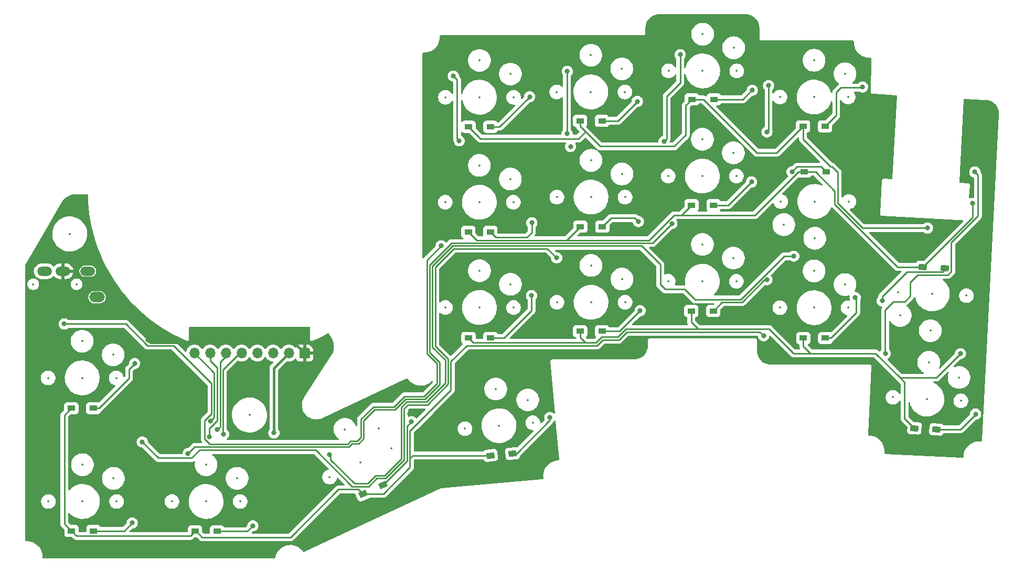
<source format=gbr>
%TF.GenerationSoftware,KiCad,Pcbnew,7.0.7*%
%TF.CreationDate,2024-10-06T22:50:33+09:00*%
%TF.ProjectId,evoroll,65766f72-6f6c-46c2-9e6b-696361645f70,rev?*%
%TF.SameCoordinates,Original*%
%TF.FileFunction,Copper,L1,Top*%
%TF.FilePolarity,Positive*%
%FSLAX46Y46*%
G04 Gerber Fmt 4.6, Leading zero omitted, Abs format (unit mm)*
G04 Created by KiCad (PCBNEW 7.0.7) date 2024-10-06 22:50:33*
%MOMM*%
%LPD*%
G01*
G04 APERTURE LIST*
G04 Aperture macros list*
%AMRotRect*
0 Rectangle, with rotation*
0 The origin of the aperture is its center*
0 $1 length*
0 $2 width*
0 $3 Rotation angle, in degrees counterclockwise*
0 Add horizontal line*
21,1,$1,$2,0,0,$3*%
%AMOutline5P*
0 Free polygon, 5 corners , with rotation*
0 The origin of the aperture is its center*
0 number of corners: always 5*
0 $1 to $10 corner X, Y*
0 $11 Rotation angle, in degrees counterclockwise*
0 create outline with 5 corners*
4,1,5,$1,$2,$3,$4,$5,$6,$7,$8,$9,$10,$1,$2,$11*%
%AMOutline6P*
0 Free polygon, 6 corners , with rotation*
0 The origin of the aperture is its center*
0 number of corners: always 6*
0 $1 to $12 corner X, Y*
0 $13 Rotation angle, in degrees counterclockwise*
0 create outline with 6 corners*
4,1,6,$1,$2,$3,$4,$5,$6,$7,$8,$9,$10,$11,$12,$1,$2,$13*%
%AMOutline7P*
0 Free polygon, 7 corners , with rotation*
0 The origin of the aperture is its center*
0 number of corners: always 7*
0 $1 to $14 corner X, Y*
0 $15 Rotation angle, in degrees counterclockwise*
0 create outline with 7 corners*
4,1,7,$1,$2,$3,$4,$5,$6,$7,$8,$9,$10,$11,$12,$13,$14,$1,$2,$15*%
%AMOutline8P*
0 Free polygon, 8 corners , with rotation*
0 The origin of the aperture is its center*
0 number of corners: always 8*
0 $1 to $16 corner X, Y*
0 $17 Rotation angle, in degrees counterclockwise*
0 create outline with 8 corners*
4,1,8,$1,$2,$3,$4,$5,$6,$7,$8,$9,$10,$11,$12,$13,$14,$15,$16,$1,$2,$17*%
G04 Aperture macros list end*
%TA.AperFunction,SMDPad,CuDef*%
%ADD10R,1.300000X0.950000*%
%TD*%
%TA.AperFunction,ComponentPad*%
%ADD11Outline5P,-0.850000X0.510000X-0.510000X0.850000X0.850000X0.850000X0.850000X-0.850000X-0.850000X-0.850000X270.000000*%
%TD*%
%TA.AperFunction,ComponentPad*%
%ADD12O,1.700000X1.700000*%
%TD*%
%TA.AperFunction,SMDPad,CuDef*%
%ADD13RotRect,1.300000X0.950000X5.000000*%
%TD*%
%TA.AperFunction,ComponentPad*%
%ADD14O,2.500000X1.700000*%
%TD*%
%TA.AperFunction,ComponentPad*%
%ADD15O,2.400000X1.500000*%
%TD*%
%TA.AperFunction,SMDPad,CuDef*%
%ADD16RotRect,1.300000X0.950000X357.000000*%
%TD*%
%TA.AperFunction,SMDPad,CuDef*%
%ADD17RotRect,1.300000X0.950000X25.000000*%
%TD*%
%TA.AperFunction,ViaPad*%
%ADD18C,0.800000*%
%TD*%
%TA.AperFunction,Conductor*%
%ADD19C,0.250000*%
%TD*%
%TA.AperFunction,Conductor*%
%ADD20C,0.400000*%
%TD*%
%ADD21C,0.350000*%
%ADD22O,1.500000X1.000000*%
G04 APERTURE END LIST*
D10*
%TO.P,D10,1,K*%
%TO.N,row2*%
X87875000Y-74275000D03*
%TO.P,D10,2,A*%
%TO.N,Net-(D10-A)*%
X91425000Y-74275000D03*
%TD*%
%TO.P,D1,1,K*%
%TO.N,row0*%
X87875000Y-40150000D03*
%TO.P,D1,2,A*%
%TO.N,Net-(D1-A)*%
X91425000Y-40150000D03*
%TD*%
%TO.P,D6,1,K*%
%TO.N,row1*%
X105925000Y-56300000D03*
%TO.P,D6,2,A*%
%TO.N,Net-(D6-A)*%
X109475000Y-56300000D03*
%TD*%
D11*
%TO.P,J1,1,Pin_1*%
%TO.N,GND*%
X61430000Y-76725000D03*
D12*
%TO.P,J1,2,Pin_2*%
%TO.N,3V3*%
X58890000Y-76725000D03*
%TO.P,J1,3,Pin_3*%
%TO.N,unconnected-(J1-Pin_3-Pad3)*%
X56350000Y-76725000D03*
%TO.P,J1,4,Pin_4*%
%TO.N,unconnected-(J1-Pin_4-Pad4)*%
X53810000Y-76725000D03*
%TO.P,J1,5,Pin_5*%
%TO.N,SCLK*%
X51270000Y-76725000D03*
%TO.P,J1,6,Pin_6*%
%TO.N,MOSI*%
X48730000Y-76725000D03*
%TO.P,J1,7,Pin_7*%
%TO.N,MISO*%
X46190000Y-76725000D03*
%TO.P,J1,8,Pin_8*%
%TO.N,CS*%
X43650000Y-76725000D03*
%TD*%
D13*
%TO.P,D19,1,K*%
%TO.N,row3*%
X91431754Y-93279701D03*
%TO.P,D19,2,A*%
%TO.N,Net-(D19-A)*%
X94968246Y-92970299D03*
%TD*%
D10*
%TO.P,D12,1,K*%
%TO.N,row2*%
X123825000Y-69925000D03*
%TO.P,D12,2,A*%
%TO.N,Net-(D12-A)*%
X127375000Y-69925000D03*
%TD*%
%TO.P,D16,1,K*%
%TO.N,row3*%
X23800000Y-105500000D03*
%TO.P,D16,2,A*%
%TO.N,Net-(D16-A)*%
X27350000Y-105500000D03*
%TD*%
D14*
%TO.P,J2,A*%
%TO.N,data-tx-r*%
X27925000Y-67700000D03*
D15*
%TO.P,J2,B*%
%TO.N,data-rx-r*%
X19425000Y-63500000D03*
%TO.P,J2,C*%
%TO.N,GND*%
X22425000Y-63500000D03*
%TO.P,J2,D*%
%TO.N,VCC*%
X26425000Y-63500000D03*
%TD*%
D10*
%TO.P,D5,1,K*%
%TO.N,row1*%
X87850000Y-57150000D03*
%TO.P,D5,2,A*%
%TO.N,Net-(D5-A)*%
X91400000Y-57150000D03*
%TD*%
%TO.P,D7,1,K*%
%TO.N,row1*%
X123875000Y-52825000D03*
%TO.P,D7,2,A*%
%TO.N,Net-(D7-A)*%
X127425000Y-52825000D03*
%TD*%
D16*
%TO.P,D9,1,K*%
%TO.N,row1*%
X161227433Y-62807104D03*
%TO.P,D9,2,A*%
%TO.N,Net-(D9-A)*%
X164772567Y-62992896D03*
%TD*%
D10*
%TO.P,D8,1,K*%
%TO.N,row1*%
X142025000Y-47416790D03*
%TO.P,D8,2,A*%
%TO.N,Net-(D8-A)*%
X145575000Y-47416790D03*
%TD*%
%TO.P,D4,1,K*%
%TO.N,row0*%
X141875000Y-40083211D03*
%TO.P,D4,2,A*%
%TO.N,Net-(D4-A)*%
X145425000Y-40083211D03*
%TD*%
%TO.P,D2,1,K*%
%TO.N,row0*%
X105875000Y-39208211D03*
%TO.P,D2,2,A*%
%TO.N,Net-(D2-A)*%
X109425000Y-39208211D03*
%TD*%
%TO.P,D15,1,K*%
%TO.N,row3*%
X23775000Y-85650000D03*
%TO.P,D15,2,A*%
%TO.N,Net-(D15-A)*%
X27325000Y-85650000D03*
%TD*%
D17*
%TO.P,D18,1,K*%
%TO.N,row3*%
X70866304Y-99525147D03*
%TO.P,D18,2,A*%
%TO.N,Net-(D18-A)*%
X74083696Y-98024853D03*
%TD*%
D16*
%TO.P,D14,1,K*%
%TO.N,row2*%
X159852433Y-88882104D03*
%TO.P,D14,2,A*%
%TO.N,Net-(D14-A)*%
X163397567Y-89067896D03*
%TD*%
D10*
%TO.P,D17,1,K*%
%TO.N,row3*%
X43750000Y-105550000D03*
%TO.P,D17,2,A*%
%TO.N,Net-(D17-A)*%
X47300000Y-105550000D03*
%TD*%
%TO.P,D13,1,K*%
%TO.N,row2*%
X141900000Y-74308211D03*
%TO.P,D13,2,A*%
%TO.N,Net-(D13-A)*%
X145450000Y-74308211D03*
%TD*%
%TO.P,D11,1,K*%
%TO.N,row2*%
X105900000Y-73200000D03*
%TO.P,D11,2,A*%
%TO.N,Net-(D11-A)*%
X109450000Y-73200000D03*
%TD*%
%TO.P,D3,1,K*%
%TO.N,row0*%
X123925000Y-35733211D03*
%TO.P,D3,2,A*%
%TO.N,Net-(D3-A)*%
X127475000Y-35733211D03*
%TD*%
D18*
%TO.N,row0*%
X161950000Y-56525000D03*
%TO.N,Net-(D1-A)*%
X97750000Y-35300000D03*
%TO.N,Net-(D2-A)*%
X115125000Y-36050000D03*
%TO.N,Net-(D3-A)*%
X133675000Y-34250000D03*
%TO.N,row1*%
X169241616Y-52534974D03*
%TO.N,row2*%
X167275000Y-76825000D03*
%TO.N,GND*%
X78425000Y-86575000D03*
X151825000Y-62000000D03*
X100550000Y-48625000D03*
X168250000Y-40600000D03*
X168900000Y-64225000D03*
X158500000Y-73075000D03*
X97675000Y-63500000D03*
X153800000Y-72725000D03*
X141200000Y-44025000D03*
X116500000Y-26775000D03*
X84400000Y-49300000D03*
X36150000Y-74575000D03*
X164000000Y-56550000D03*
%TO.N,3V3*%
X56475000Y-89625000D03*
%TO.N,row3*%
X169593902Y-47466364D03*
X135525000Y-73950000D03*
X155150000Y-76825000D03*
%TO.N,SCLK*%
X48341499Y-89856332D03*
%TO.N,MOSI*%
X47300000Y-89125000D03*
%TO.N,MISO*%
X46037701Y-90312299D03*
%TO.N,CS*%
X46257204Y-87693198D03*
%TO.N,col0*%
X86375000Y-42425000D03*
X22625000Y-72025000D03*
X85425000Y-31950000D03*
X83475000Y-59400000D03*
%TO.N,col1*%
X103825000Y-31200000D03*
X35225000Y-91100000D03*
X102100000Y-61344500D03*
X103775000Y-41250000D03*
X104350000Y-43350000D03*
%TO.N,col2*%
X119425000Y-42525000D03*
X120700000Y-55800000D03*
X122050000Y-28500000D03*
X42600000Y-92975000D03*
%TO.N,Net-(D4-A)*%
X151475000Y-33725000D03*
%TO.N,Net-(D5-A)*%
X98100000Y-55675000D03*
%TO.N,Net-(D6-A)*%
X115300000Y-55475000D03*
%TO.N,Net-(D7-A)*%
X133550000Y-49075000D03*
%TO.N,Net-(D8-A)*%
X140096096Y-47421096D03*
%TO.N,Net-(D9-A)*%
X154650000Y-68300000D03*
%TO.N,Net-(D10-A)*%
X98050000Y-67450000D03*
%TO.N,Net-(D11-A)*%
X115575000Y-69875000D03*
%TO.N,Net-(D12-A)*%
X136049799Y-64874799D03*
%TO.N,Net-(D13-A)*%
X150275000Y-67750000D03*
%TO.N,Net-(D14-A)*%
X169725000Y-86600000D03*
%TO.N,Net-(D15-A)*%
X34000000Y-78425000D03*
%TO.N,Net-(D16-A)*%
X33600000Y-104200000D03*
%TO.N,Net-(D17-A)*%
X53075000Y-104650000D03*
%TO.N,Net-(D18-A)*%
X78675000Y-87825000D03*
%TO.N,Net-(D19-A)*%
X101000000Y-87150000D03*
%TO.N,col3*%
X136050000Y-41000000D03*
X136300000Y-33500000D03*
X65447168Y-93122168D03*
X140375000Y-61075000D03*
%TD*%
D19*
%TO.N,row0*%
X147450000Y-52508604D02*
X147450000Y-47516790D01*
X109125000Y-43325000D02*
X121100000Y-43325000D01*
X161950000Y-56525000D02*
X151466396Y-56525000D01*
X105625000Y-42075000D02*
X106750000Y-40950000D01*
X87875000Y-40150000D02*
X89800000Y-42075000D01*
X105875000Y-39208211D02*
X105875000Y-40075000D01*
X151466396Y-56525000D02*
X147450000Y-52508604D01*
X147450000Y-47516790D02*
X146550000Y-46616790D01*
X105875000Y-40075000D02*
X106750000Y-40950000D01*
X141875000Y-42175000D02*
X141875000Y-40083211D01*
X122950000Y-41475000D02*
X122950000Y-36708211D01*
X89800000Y-42075000D02*
X105625000Y-42075000D01*
X137608211Y-44350000D02*
X141875000Y-40083211D01*
X106750000Y-40950000D02*
X109125000Y-43325000D01*
X121100000Y-43325000D02*
X122950000Y-41475000D01*
X146550000Y-46616790D02*
X146316790Y-46616790D01*
X123925000Y-35733211D02*
X125833211Y-35733211D01*
X122950000Y-36708211D02*
X123925000Y-35733211D01*
X134450000Y-44350000D02*
X137608211Y-44350000D01*
X146316790Y-46616790D02*
X141875000Y-42175000D01*
X125833211Y-35733211D02*
X134450000Y-44350000D01*
%TO.N,Net-(D1-A)*%
X92900000Y-40150000D02*
X91425000Y-40150000D01*
X97750000Y-35300000D02*
X92900000Y-40150000D01*
%TO.N,Net-(D2-A)*%
X115125000Y-36050000D02*
X111966789Y-39208211D01*
X111966789Y-39208211D02*
X109425000Y-39208211D01*
%TO.N,Net-(D3-A)*%
X133675000Y-34250000D02*
X133675000Y-34200000D01*
X127475000Y-35733211D02*
X132141789Y-35733211D01*
X132141789Y-35733211D02*
X133625000Y-34250000D01*
X133625000Y-34250000D02*
X133675000Y-34250000D01*
X133675000Y-34200000D02*
X133625000Y-34250000D01*
%TO.N,row1*%
X105925000Y-56300000D02*
X103725000Y-58500000D01*
X134086790Y-54455000D02*
X122245000Y-54455000D01*
X123875000Y-52825000D02*
X122245000Y-54455000D01*
X103725000Y-58500000D02*
X89200000Y-58500000D01*
X116974695Y-58500000D02*
X103600000Y-58500000D01*
X143891790Y-47416790D02*
X142025000Y-47416790D01*
X142025000Y-47416790D02*
X141125000Y-47416790D01*
X161227433Y-62807104D02*
X157112104Y-62807104D01*
X147000000Y-52695000D02*
X147000000Y-50525000D01*
X121019695Y-54455000D02*
X116974695Y-58500000D01*
X147000000Y-50525000D02*
X143891790Y-47416790D01*
X89200000Y-58500000D02*
X87850000Y-57150000D01*
X169241616Y-54792921D02*
X161227433Y-62807104D01*
X141125000Y-47416790D02*
X134086790Y-54455000D01*
X157112104Y-62807104D02*
X147000000Y-52695000D01*
X169241616Y-52534974D02*
X169241616Y-54792921D01*
X122245000Y-54455000D02*
X121019695Y-54455000D01*
%TO.N,row2*%
X140325000Y-76775000D02*
X143075000Y-76775000D01*
X111961396Y-74125000D02*
X113236396Y-72850000D01*
X123825000Y-69925000D02*
X123825000Y-71750000D01*
X109375000Y-74125000D02*
X111961396Y-74125000D01*
X108425000Y-75075000D02*
X109375000Y-74125000D01*
X105900000Y-74200000D02*
X106775000Y-75075000D01*
X163387500Y-80712500D02*
X167275000Y-76825000D01*
X124925000Y-72850000D02*
X136400000Y-72850000D01*
X136400000Y-72850000D02*
X140325000Y-76775000D01*
X141900000Y-74308211D02*
X141900000Y-75600000D01*
X123825000Y-71750000D02*
X124925000Y-72850000D01*
X143075000Y-76775000D02*
X153575000Y-76775000D01*
X113236396Y-72850000D02*
X124925000Y-72850000D01*
X141900000Y-75600000D02*
X143075000Y-76775000D01*
X153575000Y-76775000D02*
X157512500Y-80712500D01*
X157512500Y-80712500D02*
X163387500Y-80712500D01*
X158250000Y-87279671D02*
X159852433Y-88882104D01*
X105900000Y-73200000D02*
X105900000Y-74200000D01*
X158250000Y-81450000D02*
X158250000Y-87279671D01*
X157512500Y-80712500D02*
X158250000Y-81450000D01*
X87875000Y-74275000D02*
X88675000Y-75075000D01*
X88675000Y-75075000D02*
X108425000Y-75075000D01*
D20*
%TO.N,GND*%
X59714510Y-75009510D02*
X61430000Y-76725000D01*
X36584510Y-75009510D02*
X59714510Y-75009510D01*
X36150000Y-74575000D02*
X36584510Y-75009510D01*
%TO.N,3V3*%
X56475000Y-79140000D02*
X58890000Y-76725000D01*
X56475000Y-89625000D02*
X56475000Y-79140000D01*
D19*
%TO.N,row3*%
X43000000Y-106300000D02*
X43750000Y-105550000D01*
X22645000Y-104345000D02*
X23800000Y-105500000D01*
X91431754Y-93279701D02*
X78895299Y-93279701D01*
X70916451Y-99475000D02*
X70866304Y-99525147D01*
X85018299Y-78106701D02*
X85018299Y-82706701D01*
X134875000Y-73300000D02*
X113422792Y-73300000D01*
X44900000Y-106525000D02*
X59141401Y-106525000D01*
X160384529Y-64090471D02*
X165267228Y-64090471D01*
X109561396Y-74575000D02*
X108611396Y-75525000D01*
X78895299Y-93279701D02*
X78425000Y-93750000D01*
X59141401Y-106525000D02*
X66891401Y-98775000D01*
X108611396Y-75525000D02*
X87600000Y-75525000D01*
X22645000Y-86780000D02*
X22645000Y-104345000D01*
X74175000Y-99475000D02*
X70916451Y-99475000D01*
X112147792Y-74575000D02*
X109561396Y-74575000D01*
X43750000Y-105550000D02*
X43925000Y-105550000D01*
X23775000Y-85650000D02*
X22645000Y-86780000D01*
X170100000Y-54570933D02*
X170100000Y-47972462D01*
X66891401Y-98775000D02*
X70116157Y-98775000D01*
X156482028Y-68400000D02*
X158275000Y-68400000D01*
X78425000Y-89300000D02*
X78425000Y-95225000D01*
X43925000Y-105550000D02*
X44900000Y-106525000D01*
X113422792Y-73300000D02*
X112147792Y-74575000D01*
X170100000Y-47972462D02*
X169593902Y-47466364D01*
X159175000Y-67500000D02*
X159175000Y-65300000D01*
X155150000Y-76825000D02*
X155125000Y-76800000D01*
X165800000Y-58870933D02*
X170100000Y-54570933D01*
X87600000Y-75525000D02*
X85018299Y-78106701D01*
X165267228Y-64090471D02*
X165800000Y-63557699D01*
X23800000Y-105500000D02*
X24600000Y-106300000D01*
X158275000Y-68400000D02*
X159175000Y-67500000D01*
X135525000Y-73950000D02*
X134875000Y-73300000D01*
X78425000Y-95225000D02*
X74175000Y-99475000D01*
X70116157Y-98775000D02*
X70866304Y-99525147D01*
X165800000Y-63557699D02*
X165800000Y-58870933D01*
X85018299Y-82706701D02*
X78425000Y-89300000D01*
X155125000Y-76800000D02*
X155125000Y-69757028D01*
X159175000Y-65300000D02*
X160384529Y-64090471D01*
X24600000Y-106300000D02*
X43000000Y-106300000D01*
X155125000Y-69757028D02*
X156482028Y-68400000D01*
%TO.N,SCLK*%
X50925000Y-76725000D02*
X51270000Y-76725000D01*
X48250000Y-79400000D02*
X50925000Y-76725000D01*
X48331332Y-89856332D02*
X48250000Y-89775000D01*
X48341499Y-89856332D02*
X48331332Y-89856332D01*
X48250000Y-89775000D02*
X48250000Y-79400000D01*
%TO.N,MOSI*%
X47300000Y-89125000D02*
X47800000Y-88625000D01*
X47800000Y-88625000D02*
X47800000Y-78175000D01*
X48730000Y-77245000D02*
X48730000Y-76725000D01*
X47800000Y-78175000D02*
X48730000Y-77245000D01*
%TO.N,MISO*%
X46190000Y-77990000D02*
X46190000Y-76725000D01*
X46037701Y-90312299D02*
X46037701Y-88937299D01*
X47300000Y-79100000D02*
X46190000Y-77990000D01*
X47300000Y-87675000D02*
X47300000Y-79100000D01*
X46037701Y-88937299D02*
X47300000Y-87675000D01*
%TO.N,CS*%
X46850000Y-87100402D02*
X46850000Y-79925000D01*
X46257204Y-87693198D02*
X46850000Y-87100402D01*
X46850000Y-79925000D02*
X43650000Y-76725000D01*
%TO.N,col0*%
X68863604Y-90925000D02*
X68363604Y-91425000D01*
X46400000Y-81675000D02*
X40259510Y-75534510D01*
X46125098Y-91425000D02*
X45312701Y-90612604D01*
X80697790Y-83725000D02*
X77540812Y-83725000D01*
X82768299Y-81654491D02*
X80697790Y-83725000D01*
X32574695Y-72025000D02*
X22625000Y-72025000D01*
X69963604Y-90925000D02*
X68863604Y-90925000D01*
X81150000Y-61725000D02*
X81150000Y-76788060D01*
X86025000Y-32550000D02*
X85425000Y-31950000D01*
X72527208Y-85425000D02*
X70525000Y-87427208D01*
X86375000Y-42425000D02*
X86025000Y-42075000D01*
X46400000Y-86525097D02*
X46400000Y-81675000D01*
X86025000Y-42075000D02*
X86025000Y-32550000D01*
X40259510Y-75534510D02*
X36084205Y-75534510D01*
X45312701Y-87612396D02*
X46400000Y-86525097D01*
X77540812Y-83725000D02*
X75840812Y-85425000D01*
X68363604Y-91425000D02*
X46125098Y-91425000D01*
X70525000Y-87427208D02*
X70525000Y-90363604D01*
X36084205Y-75534510D02*
X32574695Y-72025000D01*
X45312701Y-90612604D02*
X45312701Y-87612396D01*
X75840812Y-85425000D02*
X72527208Y-85425000D01*
X83475000Y-59400000D02*
X81150000Y-61725000D01*
X82768299Y-78406359D02*
X82768299Y-81654491D01*
X70525000Y-90363604D02*
X69963604Y-90925000D01*
X81150000Y-76788060D02*
X82768299Y-78406359D01*
%TO.N,col1*%
X81256978Y-85075000D02*
X78100000Y-85075000D01*
X103775000Y-41250000D02*
X103775000Y-31250000D01*
X69100000Y-98300000D02*
X63200000Y-92400000D01*
X77475000Y-93997153D02*
X74477498Y-96994655D01*
X77475000Y-85700000D02*
X77475000Y-93997153D01*
X78100000Y-85075000D02*
X77475000Y-85700000D01*
X71775000Y-98300000D02*
X69100000Y-98300000D01*
X102100000Y-61344500D02*
X100605500Y-59850000D01*
X84568299Y-81763679D02*
X81256978Y-85075000D01*
X82500000Y-75592476D02*
X84568299Y-77660775D01*
X103775000Y-31250000D02*
X103825000Y-31200000D01*
X82500000Y-62872792D02*
X82500000Y-75592476D01*
X73080345Y-96994655D02*
X71775000Y-98300000D01*
X85522792Y-59850000D02*
X82500000Y-62872792D01*
X74477498Y-96994655D02*
X73080345Y-96994655D01*
X84568299Y-77660775D02*
X84568299Y-81763679D01*
X43200000Y-93700000D02*
X37825000Y-93700000D01*
X63200000Y-92400000D02*
X44500000Y-92400000D01*
X100605500Y-59850000D02*
X85522792Y-59850000D01*
X37825000Y-93700000D02*
X35225000Y-91100000D01*
X44500000Y-92400000D02*
X43200000Y-93700000D01*
%TO.N,col2*%
X85150000Y-58950000D02*
X81600000Y-62500000D01*
X72713604Y-85875000D02*
X70975000Y-87613604D01*
X70975000Y-90550000D02*
X70150000Y-91375000D01*
X70975000Y-87613604D02*
X70975000Y-90550000D01*
X43700000Y-91875000D02*
X42600000Y-92975000D01*
X83218299Y-81840887D02*
X80884186Y-84175000D01*
X81600000Y-76601664D02*
X83218299Y-78219963D01*
X117550000Y-58950000D02*
X85150000Y-58950000D01*
X80884186Y-84175000D02*
X77727208Y-84175000D01*
X81600000Y-62500000D02*
X81600000Y-76601664D01*
X76027208Y-85875000D02*
X72713604Y-85875000D01*
X77727208Y-84175000D02*
X76027208Y-85875000D01*
X119425000Y-42525000D02*
X119875000Y-42075000D01*
X120700000Y-55800000D02*
X117550000Y-58950000D01*
X68550000Y-91875000D02*
X43700000Y-91875000D01*
X119875000Y-35208646D02*
X122050000Y-33033646D01*
X70150000Y-91375000D02*
X69050000Y-91375000D01*
X119875000Y-42075000D02*
X119875000Y-35208646D01*
X83218299Y-78219963D02*
X83218299Y-81840887D01*
X69050000Y-91375000D02*
X68550000Y-91875000D01*
X122050000Y-33033646D02*
X122050000Y-28500000D01*
%TO.N,Net-(D4-A)*%
X145425000Y-40083211D02*
X147225000Y-38283211D01*
X147225000Y-38283211D02*
X147225000Y-34600000D01*
X151375000Y-33825000D02*
X151475000Y-33725000D01*
X147225000Y-34600000D02*
X148000000Y-33825000D01*
X148000000Y-33825000D02*
X151375000Y-33825000D01*
%TO.N,Net-(D5-A)*%
X97300000Y-58050000D02*
X98100000Y-57250000D01*
X91400000Y-57150000D02*
X92300000Y-58050000D01*
X98100000Y-57250000D02*
X98100000Y-55675000D01*
X92300000Y-58050000D02*
X97300000Y-58050000D01*
%TO.N,Net-(D6-A)*%
X110870000Y-54905000D02*
X114730000Y-54905000D01*
X109475000Y-56300000D02*
X110870000Y-54905000D01*
X114730000Y-54905000D02*
X115300000Y-55475000D01*
%TO.N,Net-(D7-A)*%
X127425000Y-52825000D02*
X129800000Y-52825000D01*
X129800000Y-52825000D02*
X133550000Y-49075000D01*
%TO.N,Net-(D8-A)*%
X144775000Y-46616790D02*
X145575000Y-47416790D01*
X140900402Y-46616790D02*
X144775000Y-46616790D01*
X140096096Y-47421096D02*
X140900402Y-46616790D01*
%TO.N,Net-(D9-A)*%
X164384529Y-63640471D02*
X158629757Y-63640471D01*
X164772567Y-62992896D02*
X164772567Y-63252433D01*
X158629757Y-63640471D02*
X154650000Y-67620228D01*
X164772567Y-63252433D02*
X164384529Y-63640471D01*
X154650000Y-67620228D02*
X154650000Y-68300000D01*
%TO.N,Net-(D10-A)*%
X98050000Y-67450000D02*
X98050000Y-69875000D01*
X98050000Y-69875000D02*
X93650000Y-74275000D01*
X93650000Y-74275000D02*
X91425000Y-74275000D01*
%TO.N,Net-(D11-A)*%
X112250000Y-73200000D02*
X115575000Y-69875000D01*
X109450000Y-73200000D02*
X112250000Y-73200000D01*
%TO.N,Net-(D12-A)*%
X127375000Y-69925000D02*
X128795000Y-68505000D01*
X135661597Y-64874799D02*
X136049799Y-64874799D01*
X128795000Y-68505000D02*
X132031396Y-68505000D01*
X132031396Y-68505000D02*
X135661597Y-64874799D01*
%TO.N,Net-(D13-A)*%
X150455900Y-67930900D02*
X150455900Y-70202311D01*
X150275000Y-67750000D02*
X150350000Y-67675000D01*
X150275000Y-67750000D02*
X150455900Y-67930900D01*
X146350000Y-74308211D02*
X145450000Y-74308211D01*
X150455900Y-70202311D02*
X146350000Y-74308211D01*
%TO.N,Net-(D14-A)*%
X163397567Y-89067896D02*
X167257104Y-89067896D01*
X167257104Y-89067896D02*
X169725000Y-86600000D01*
%TO.N,Net-(D15-A)*%
X28225000Y-85650000D02*
X27325000Y-85650000D01*
X34000000Y-78425000D02*
X33100000Y-79325000D01*
X33100000Y-79325000D02*
X33100000Y-80775000D01*
X33100000Y-80775000D02*
X28225000Y-85650000D01*
%TO.N,Net-(D16-A)*%
X27350000Y-105500000D02*
X32300000Y-105500000D01*
X32300000Y-105500000D02*
X33600000Y-104200000D01*
%TO.N,Net-(D17-A)*%
X53075000Y-104650000D02*
X52175000Y-105550000D01*
X52175000Y-105550000D02*
X47300000Y-105550000D01*
%TO.N,Net-(D18-A)*%
X77925000Y-88575000D02*
X77925000Y-94183549D01*
X77925000Y-94183549D02*
X74083696Y-98024853D01*
X78675000Y-87825000D02*
X77925000Y-88575000D01*
%TO.N,Net-(D19-A)*%
X95620729Y-92970299D02*
X101000000Y-87591028D01*
X94968246Y-92970299D02*
X95620729Y-92970299D01*
X101000000Y-87591028D02*
X101000000Y-87150000D01*
%TO.N,col3*%
X124411354Y-68055000D02*
X122787254Y-66430900D01*
X122787254Y-66430900D02*
X119584079Y-66430900D01*
X84118299Y-77847171D02*
X84118299Y-81577283D01*
X81070582Y-84625000D02*
X77913604Y-84625000D01*
X136050000Y-41000000D02*
X136300000Y-40750000D01*
X118819100Y-65665921D02*
X118819100Y-62430496D01*
X115788604Y-59400000D02*
X85336396Y-59400000D01*
X85336396Y-59400000D02*
X82050000Y-62686396D01*
X118819100Y-62430496D02*
X115788604Y-59400000D01*
X71588604Y-97850000D02*
X69475000Y-97850000D01*
X140375000Y-61075000D02*
X138825000Y-61075000D01*
X82050000Y-62686396D02*
X82050000Y-75778872D01*
X131845000Y-68055000D02*
X124411354Y-68055000D01*
X77025000Y-93810757D02*
X74291102Y-96544655D01*
X84118299Y-81577283D02*
X81070582Y-84625000D01*
X72893949Y-96544655D02*
X71588604Y-97850000D01*
X77025000Y-85513604D02*
X77025000Y-93810757D01*
X74291102Y-96544655D02*
X72893949Y-96544655D01*
X119584079Y-66430900D02*
X118819100Y-65665921D01*
X138825000Y-61075000D02*
X131845000Y-68055000D01*
X136300000Y-40750000D02*
X136300000Y-33500000D01*
X69475000Y-97850000D02*
X65625000Y-94000000D01*
X82050000Y-75778872D02*
X84118299Y-77847171D01*
X65625000Y-94000000D02*
X65625000Y-93300000D01*
X65625000Y-93300000D02*
X65447168Y-93122168D01*
X77913604Y-84625000D02*
X77025000Y-85513604D01*
%TD*%
%TA.AperFunction,Conductor*%
%TO.N,GND*%
G36*
X171183817Y-35801916D02*
G01*
X171345640Y-35810397D01*
X171345675Y-35810402D01*
X171370476Y-35811701D01*
X171404089Y-35813461D01*
X171407812Y-35813770D01*
X171532370Y-35827873D01*
X171666164Y-35843023D01*
X171673513Y-35844308D01*
X171924638Y-35904059D01*
X171931783Y-35906222D01*
X172173849Y-35995798D01*
X172180705Y-35998818D01*
X172410205Y-36116918D01*
X172416649Y-36120743D01*
X172630240Y-36265645D01*
X172636173Y-36270217D01*
X172830736Y-36439805D01*
X172836068Y-36445052D01*
X172983290Y-36608558D01*
X173008777Y-36636864D01*
X173013446Y-36642726D01*
X173161769Y-36853948D01*
X173165697Y-36860330D01*
X173287478Y-37087894D01*
X173290608Y-37094703D01*
X173384070Y-37335282D01*
X173386357Y-37342419D01*
X173450137Y-37592510D01*
X173451547Y-37599870D01*
X173484718Y-37855834D01*
X173485231Y-37863311D01*
X173487318Y-38123144D01*
X173487235Y-38126888D01*
X173484437Y-38180271D01*
X173484437Y-38180287D01*
X170727102Y-90793350D01*
X170727097Y-90793397D01*
X170724880Y-90835746D01*
X170722246Y-90855482D01*
X170715100Y-90888513D01*
X170700599Y-90925476D01*
X170688541Y-90945838D01*
X170663104Y-90976320D01*
X170645228Y-90991828D01*
X170611455Y-91012711D01*
X170589595Y-91021773D01*
X170550959Y-91030909D01*
X170517792Y-91033282D01*
X170497802Y-91033096D01*
X170360854Y-91020741D01*
X170066838Y-91028994D01*
X170066833Y-91028994D01*
X169775789Y-91071660D01*
X169491780Y-91148143D01*
X169218676Y-91257398D01*
X168960271Y-91397911D01*
X168720111Y-91567755D01*
X168639978Y-91639908D01*
X168501525Y-91764573D01*
X168501522Y-91764575D01*
X168501520Y-91764578D01*
X168307528Y-91985646D01*
X168307513Y-91985665D01*
X168140763Y-92227965D01*
X168140757Y-92227975D01*
X168003561Y-92488150D01*
X167897809Y-92762624D01*
X167897804Y-92762640D01*
X167825579Y-93045185D01*
X167824961Y-93047603D01*
X167819876Y-93085679D01*
X167786021Y-93339159D01*
X167784000Y-93476210D01*
X167782098Y-93496092D01*
X167776189Y-93529320D01*
X167763065Y-93566799D01*
X167751778Y-93587577D01*
X167727483Y-93618983D01*
X167710203Y-93635132D01*
X167677229Y-93657248D01*
X167655734Y-93667106D01*
X167617456Y-93677666D01*
X167584079Y-93681298D01*
X167564170Y-93681856D01*
X167521564Y-93679621D01*
X167521519Y-93679621D01*
X155197234Y-93033734D01*
X155177487Y-93031097D01*
X155163532Y-93028076D01*
X155144477Y-93023950D01*
X155107518Y-93009445D01*
X155087169Y-92997391D01*
X155056694Y-92971954D01*
X155041197Y-92954086D01*
X155020320Y-92920315D01*
X155011265Y-92898466D01*
X155002133Y-92859833D01*
X154999722Y-92826103D01*
X154999907Y-92806124D01*
X155000090Y-92804104D01*
X155012210Y-92669700D01*
X155003951Y-92375676D01*
X154961283Y-92084648D01*
X154884793Y-91800627D01*
X154884791Y-91800622D01*
X154884790Y-91800618D01*
X154817561Y-91632576D01*
X154775536Y-91527532D01*
X154635020Y-91269126D01*
X154634271Y-91268067D01*
X154465189Y-91028985D01*
X154465187Y-91028982D01*
X154465181Y-91028974D01*
X154268361Y-90810387D01*
X154047275Y-90616379D01*
X153804971Y-90449625D01*
X153804959Y-90449618D01*
X153544801Y-90312430D01*
X153544790Y-90312425D01*
X153270320Y-90206670D01*
X153270309Y-90206667D01*
X152985348Y-90133818D01*
X152985343Y-90133817D01*
X152693799Y-90094875D01*
X152693793Y-90094874D01*
X152556761Y-90092849D01*
X152536873Y-90090946D01*
X152523736Y-90088608D01*
X152503648Y-90085034D01*
X152466177Y-90071910D01*
X152445383Y-90060613D01*
X152413986Y-90036325D01*
X152397830Y-90019039D01*
X152375714Y-89986069D01*
X152365843Y-89964547D01*
X152355285Y-89926281D01*
X152351647Y-89892872D01*
X152351088Y-89872959D01*
X152922783Y-78964375D01*
X152927348Y-78936930D01*
X152929438Y-78929584D01*
X152929605Y-78928997D01*
X152927260Y-78903699D01*
X152927076Y-78894438D01*
X152926978Y-78894442D01*
X152926748Y-78888718D01*
X152926749Y-78888711D01*
X152923868Y-78867085D01*
X152919239Y-78817130D01*
X152917891Y-78812393D01*
X152917806Y-78811984D01*
X152917564Y-78811247D01*
X152917350Y-78810497D01*
X152917191Y-78810108D01*
X152915654Y-78805427D01*
X152891517Y-78761458D01*
X152869160Y-78716558D01*
X152866193Y-78712629D01*
X152865959Y-78712268D01*
X152865463Y-78711663D01*
X152865011Y-78711065D01*
X152864720Y-78710758D01*
X152861593Y-78706946D01*
X152861592Y-78706943D01*
X152823196Y-78674658D01*
X152786137Y-78640874D01*
X152786135Y-78640873D01*
X152786134Y-78640872D01*
X152781937Y-78638273D01*
X152781594Y-78638024D01*
X152780931Y-78637650D01*
X152780288Y-78637252D01*
X152779906Y-78637071D01*
X152775603Y-78634640D01*
X152772176Y-78633468D01*
X152728143Y-78618407D01*
X152681377Y-78600290D01*
X152681375Y-78600290D01*
X152681370Y-78600288D01*
X152676530Y-78599383D01*
X152676122Y-78599276D01*
X152675340Y-78599162D01*
X152674596Y-78599022D01*
X152674184Y-78598993D01*
X152669305Y-78598281D01*
X152619178Y-78600290D01*
X136637735Y-78600290D01*
X136633990Y-78600177D01*
X136374481Y-78584474D01*
X136367042Y-78583571D01*
X136113166Y-78537043D01*
X136105891Y-78535250D01*
X135859482Y-78458463D01*
X135852476Y-78455806D01*
X135617119Y-78349878D01*
X135610484Y-78346396D01*
X135389605Y-78212870D01*
X135383438Y-78208613D01*
X135180267Y-78049440D01*
X135174658Y-78044471D01*
X134992150Y-77861964D01*
X134987181Y-77856356D01*
X134828008Y-77653192D01*
X134823751Y-77647025D01*
X134690220Y-77426147D01*
X134686737Y-77419512D01*
X134681766Y-77408468D01*
X134597678Y-77221640D01*
X134580805Y-77184152D01*
X134578153Y-77177162D01*
X134501352Y-76930724D01*
X134499566Y-76923479D01*
X134453031Y-76669587D01*
X134452130Y-76662159D01*
X134436462Y-76403286D01*
X134436349Y-76399540D01*
X134436349Y-74710006D01*
X134439410Y-74688066D01*
X134440250Y-74678997D01*
X134436614Y-74639754D01*
X134436349Y-74634031D01*
X134436349Y-74622946D01*
X134436128Y-74621762D01*
X134434310Y-74612043D01*
X134433520Y-74606375D01*
X134433258Y-74603552D01*
X134430614Y-74575016D01*
X134429884Y-74567129D01*
X134427397Y-74558389D01*
X134424199Y-74548849D01*
X134420910Y-74540360D01*
X134420910Y-74540357D01*
X134420908Y-74540354D01*
X134420907Y-74540351D01*
X134400161Y-74506846D01*
X134397379Y-74501854D01*
X134379807Y-74466562D01*
X134379805Y-74466560D01*
X134379804Y-74466558D01*
X134374324Y-74459301D01*
X134367910Y-74451576D01*
X134361765Y-74444835D01*
X134330312Y-74421084D01*
X134325903Y-74417422D01*
X134320269Y-74412286D01*
X134296782Y-74390874D01*
X134296780Y-74390873D01*
X134296778Y-74390871D01*
X134289081Y-74386105D01*
X134280239Y-74381180D01*
X134272113Y-74377133D01*
X134234215Y-74366350D01*
X134228784Y-74364530D01*
X134192021Y-74350289D01*
X134183085Y-74348619D01*
X134173106Y-74347227D01*
X134164056Y-74346388D01*
X134124813Y-74350025D01*
X134119090Y-74350290D01*
X117195064Y-74350290D01*
X117173106Y-74347227D01*
X117164056Y-74346388D01*
X117124813Y-74350025D01*
X117119090Y-74350290D01*
X117108000Y-74350290D01*
X117097105Y-74352326D01*
X117091437Y-74353117D01*
X117052188Y-74356754D01*
X117043493Y-74359228D01*
X117033857Y-74362458D01*
X117025412Y-74365729D01*
X116991909Y-74386473D01*
X116986907Y-74389260D01*
X116951619Y-74406832D01*
X116944396Y-74412286D01*
X116936600Y-74418760D01*
X116929893Y-74424875D01*
X116906149Y-74456316D01*
X116902491Y-74460722D01*
X116875934Y-74489854D01*
X116871171Y-74497546D01*
X116866234Y-74506410D01*
X116862192Y-74514528D01*
X116851408Y-74552429D01*
X116849588Y-74557860D01*
X116835348Y-74594617D01*
X116833678Y-74603552D01*
X116832286Y-74613535D01*
X116831447Y-74622582D01*
X116835084Y-74661825D01*
X116835349Y-74667548D01*
X116835349Y-75548896D01*
X116835236Y-75552643D01*
X116819528Y-75812155D01*
X116818625Y-75819594D01*
X116797219Y-75936387D01*
X116778383Y-76039158D01*
X116772097Y-76073452D01*
X116770303Y-76080728D01*
X116693514Y-76327131D01*
X116690856Y-76334137D01*
X116584926Y-76569493D01*
X116581443Y-76576128D01*
X116447914Y-76797003D01*
X116443658Y-76803170D01*
X116284488Y-77006330D01*
X116279519Y-77011939D01*
X116097013Y-77194441D01*
X116091404Y-77199410D01*
X115888237Y-77358580D01*
X115882070Y-77362837D01*
X115661196Y-77496360D01*
X115654560Y-77499843D01*
X115419207Y-77605768D01*
X115412200Y-77608425D01*
X115165799Y-77685209D01*
X115158524Y-77687002D01*
X114904650Y-77733531D01*
X114897211Y-77734434D01*
X114732715Y-77744387D01*
X114637024Y-77750177D01*
X114633296Y-77750290D01*
X101457622Y-77750290D01*
X101434213Y-77748060D01*
X101418758Y-77745089D01*
X101393603Y-77749657D01*
X101390343Y-77750103D01*
X101362806Y-77755251D01*
X101308195Y-77765169D01*
X101307586Y-77765406D01*
X101306783Y-77765711D01*
X101259661Y-77794887D01*
X101212372Y-77823833D01*
X101211724Y-77824425D01*
X101211253Y-77824849D01*
X101177820Y-77869122D01*
X101144218Y-77913146D01*
X101143919Y-77913748D01*
X101143542Y-77914493D01*
X101128367Y-77967827D01*
X101112929Y-78021047D01*
X101112861Y-78021787D01*
X101112785Y-78022554D01*
X101117903Y-78077783D01*
X101847019Y-86411620D01*
X101833252Y-86480120D01*
X101784637Y-86530303D01*
X101716608Y-86546236D01*
X101650765Y-86522861D01*
X101631344Y-86505403D01*
X101605871Y-86477112D01*
X101583487Y-86460849D01*
X101452734Y-86365851D01*
X101452729Y-86365848D01*
X101279807Y-86288857D01*
X101279802Y-86288855D01*
X101134001Y-86257865D01*
X101094646Y-86249500D01*
X100905354Y-86249500D01*
X100872897Y-86256398D01*
X100720197Y-86288855D01*
X100720192Y-86288857D01*
X100547270Y-86365848D01*
X100547265Y-86365851D01*
X100394129Y-86477111D01*
X100267466Y-86617785D01*
X100172821Y-86781715D01*
X100172818Y-86781722D01*
X100114327Y-86961740D01*
X100114326Y-86961744D01*
X100098576Y-87111595D01*
X100094689Y-87148587D01*
X100094540Y-87150000D01*
X100114326Y-87338256D01*
X100114327Y-87338259D01*
X100153099Y-87457588D01*
X100155094Y-87527429D01*
X100122849Y-87583587D01*
X99665729Y-88040708D01*
X99604406Y-88074193D01*
X99534715Y-88069209D01*
X99478781Y-88027338D01*
X99454364Y-87961873D01*
X99454048Y-87953027D01*
X99454048Y-87888529D01*
X99451088Y-87872694D01*
X99413817Y-87673311D01*
X99334724Y-87469150D01*
X99321516Y-87447819D01*
X99289525Y-87396152D01*
X99219464Y-87282999D01*
X99071962Y-87121196D01*
X98984600Y-87055224D01*
X98897241Y-86989253D01*
X98897233Y-86989248D01*
X98701250Y-86891660D01*
X98701247Y-86891659D01*
X98490660Y-86831742D01*
X98490657Y-86831741D01*
X98490655Y-86831741D01*
X98383016Y-86821767D01*
X98327264Y-86816601D01*
X98218032Y-86816601D01*
X98167973Y-86821239D01*
X98054640Y-86831741D01*
X98054636Y-86831741D01*
X98054636Y-86831742D01*
X98029352Y-86838936D01*
X97844045Y-86891660D01*
X97648062Y-86989248D01*
X97648054Y-86989253D01*
X97473335Y-87121195D01*
X97473334Y-87121196D01*
X97325832Y-87282999D01*
X97325830Y-87283001D01*
X97325829Y-87283003D01*
X97210572Y-87469148D01*
X97210571Y-87469150D01*
X97131482Y-87673303D01*
X97131479Y-87673311D01*
X97091248Y-87888528D01*
X97091248Y-88107474D01*
X97131479Y-88322691D01*
X97159128Y-88394062D01*
X97210568Y-88526843D01*
X97210572Y-88526853D01*
X97281582Y-88641537D01*
X97325832Y-88713003D01*
X97473334Y-88874806D01*
X97602607Y-88972428D01*
X97648054Y-89006748D01*
X97648062Y-89006753D01*
X97838854Y-89101756D01*
X97844049Y-89104343D01*
X98054636Y-89164260D01*
X98218032Y-89179401D01*
X98218035Y-89179401D01*
X98227673Y-89179401D01*
X98294712Y-89199086D01*
X98340467Y-89251890D01*
X98350411Y-89321048D01*
X98321386Y-89384604D01*
X98315354Y-89391082D01*
X95790669Y-91915766D01*
X95729346Y-91949251D01*
X95669950Y-91947603D01*
X95655215Y-91943529D01*
X95638385Y-91938877D01*
X95578443Y-91937687D01*
X95578440Y-91937687D01*
X95578429Y-91937687D01*
X94188017Y-92059334D01*
X94187999Y-92059337D01*
X94129185Y-92070914D01*
X93999231Y-92132771D01*
X93999230Y-92132771D01*
X93891972Y-92228735D01*
X93816094Y-92351025D01*
X93816091Y-92351032D01*
X93777742Y-92489742D01*
X93777741Y-92489747D01*
X93777742Y-92489747D01*
X93776636Y-92545534D01*
X93776553Y-92549700D01*
X93867694Y-93591445D01*
X93867697Y-93591464D01*
X93879274Y-93650278D01*
X93879275Y-93650281D01*
X93941129Y-93780226D01*
X93941130Y-93780228D01*
X93941132Y-93780231D01*
X93941134Y-93780233D01*
X94023022Y-93871761D01*
X94037095Y-93887490D01*
X94159389Y-93963370D01*
X94298107Y-94001721D01*
X94358049Y-94002911D01*
X94358060Y-94002909D01*
X94358062Y-94002910D01*
X95748474Y-93881263D01*
X95748476Y-93881262D01*
X95748483Y-93881262D01*
X95807308Y-93869683D01*
X95937260Y-93807827D01*
X96044519Y-93711863D01*
X96120399Y-93589570D01*
X96158750Y-93450851D01*
X96159939Y-93390910D01*
X96158926Y-93379335D01*
X96172690Y-93310836D01*
X96194770Y-93280846D01*
X101383788Y-88091829D01*
X101396042Y-88082014D01*
X101395859Y-88081792D01*
X101401866Y-88076820D01*
X101401877Y-88076814D01*
X101432775Y-88043910D01*
X101449227Y-88026392D01*
X101459671Y-88015946D01*
X101470120Y-88005499D01*
X101474379Y-88000006D01*
X101478152Y-87995589D01*
X101510062Y-87961610D01*
X101519715Y-87944048D01*
X101530389Y-87927798D01*
X101542673Y-87911964D01*
X101556443Y-87880141D01*
X101597364Y-87829068D01*
X101605871Y-87822888D01*
X101732533Y-87682216D01*
X101732534Y-87682212D01*
X101736355Y-87676956D01*
X101737635Y-87677886D01*
X101782402Y-87635192D01*
X101851007Y-87621960D01*
X101915875Y-87647920D01*
X101956411Y-87704829D01*
X101962764Y-87734593D01*
X102499696Y-93871761D01*
X102499833Y-93891675D01*
X102497352Y-93925365D01*
X102488134Y-93963984D01*
X102479026Y-93985825D01*
X102458077Y-94019549D01*
X102442535Y-94037390D01*
X102412000Y-94062765D01*
X102391615Y-94074780D01*
X102354630Y-94089203D01*
X102322056Y-94096182D01*
X102302235Y-94098780D01*
X102164957Y-94105604D01*
X101874940Y-94154699D01*
X101874934Y-94154700D01*
X101874926Y-94154702D01*
X101592678Y-94237451D01*
X101592665Y-94237456D01*
X101322071Y-94352719D01*
X101322070Y-94352719D01*
X101066826Y-94498924D01*
X101066814Y-94498931D01*
X100830489Y-94674035D01*
X100616299Y-94875656D01*
X100616298Y-94875656D01*
X100427235Y-95100981D01*
X100265887Y-95346915D01*
X100134476Y-95610079D01*
X100034823Y-95886829D01*
X99968301Y-96173352D01*
X99943041Y-96400744D01*
X99938432Y-96442241D01*
X99935826Y-96465697D01*
X99937844Y-96759826D01*
X99937845Y-96759839D01*
X99954914Y-96895806D01*
X99955798Y-96915770D01*
X99954568Y-96949495D01*
X99946789Y-96988424D01*
X99938500Y-97010581D01*
X99918813Y-97045063D01*
X99903944Y-97063466D01*
X99874370Y-97089955D01*
X99854452Y-97102712D01*
X99818019Y-97118497D01*
X99785414Y-97126755D01*
X99765775Y-97130079D01*
X99732596Y-97132981D01*
X99732565Y-97132984D01*
X99728174Y-97133369D01*
X99728173Y-97133369D01*
X83579489Y-98546195D01*
X83553012Y-98547965D01*
X83526535Y-98549735D01*
X83507285Y-98558711D01*
X83488212Y-98565764D01*
X83467766Y-98571468D01*
X83467764Y-98571469D01*
X83457799Y-98578914D01*
X83435995Y-98591953D01*
X61460500Y-108839295D01*
X61460418Y-108839327D01*
X61422671Y-108856934D01*
X61402535Y-108864282D01*
X61367515Y-108873724D01*
X61324983Y-108877574D01*
X61299718Y-108875478D01*
X61258396Y-108864668D01*
X61235337Y-108854121D01*
X61200141Y-108829935D01*
X61177473Y-108807728D01*
X61174446Y-108804762D01*
X61160395Y-108788363D01*
X61149256Y-108772802D01*
X61149128Y-108772691D01*
X61146280Y-108768723D01*
X61125382Y-108739597D01*
X61076970Y-108672123D01*
X60981045Y-108568193D01*
X60868483Y-108446237D01*
X60633915Y-108247598D01*
X60633906Y-108247590D01*
X60633900Y-108247586D01*
X60376771Y-108079166D01*
X60100929Y-107943495D01*
X59810568Y-107842633D01*
X59810562Y-107842631D01*
X59810560Y-107842631D01*
X59510022Y-107778086D01*
X59203841Y-107750833D01*
X59203839Y-107750833D01*
X59203828Y-107750832D01*
X58896639Y-107761282D01*
X58896616Y-107761284D01*
X58593009Y-107809277D01*
X58593005Y-107809278D01*
X58297555Y-107894092D01*
X58297543Y-107894096D01*
X58014703Y-108014458D01*
X57748721Y-108168557D01*
X57503621Y-108354066D01*
X57283090Y-108568189D01*
X57283087Y-108568193D01*
X57090430Y-108807724D01*
X57090427Y-108807728D01*
X56928559Y-109069045D01*
X56928553Y-109069056D01*
X56799915Y-109348215D01*
X56799913Y-109348220D01*
X56706423Y-109641047D01*
X56706421Y-109641054D01*
X56679993Y-109781472D01*
X56674211Y-109802146D01*
X56661452Y-109836107D01*
X56639777Y-109872897D01*
X56623327Y-109892212D01*
X56590454Y-109919468D01*
X56568426Y-109932059D01*
X56528264Y-109946545D01*
X56492556Y-109952791D01*
X56471190Y-109954646D01*
X19380737Y-109954646D01*
X19380662Y-109954640D01*
X19333104Y-109954644D01*
X19313256Y-109953047D01*
X19301111Y-109951078D01*
X19279903Y-109947641D01*
X19242235Y-109935097D01*
X19221262Y-109924118D01*
X19189488Y-109900310D01*
X19173063Y-109883268D01*
X19150445Y-109850641D01*
X19140246Y-109829278D01*
X19129097Y-109791174D01*
X19125001Y-109758267D01*
X19124139Y-109738307D01*
X19125693Y-109696860D01*
X19125676Y-109696608D01*
X19125920Y-109690017D01*
X19125913Y-109689867D01*
X19129264Y-109600798D01*
X19105633Y-109307614D01*
X19047797Y-109019221D01*
X18956554Y-108739597D01*
X18877339Y-108568189D01*
X18833166Y-108472605D01*
X18833161Y-108472597D01*
X18833161Y-108472596D01*
X18679320Y-108221901D01*
X18497152Y-107990968D01*
X18449680Y-107943495D01*
X18289174Y-107782984D01*
X18289164Y-107782975D01*
X18058247Y-107600814D01*
X18058244Y-107600812D01*
X18058240Y-107600809D01*
X17807548Y-107446963D01*
X17540550Y-107323565D01*
X17540548Y-107323564D01*
X17540540Y-107323561D01*
X17346764Y-107260326D01*
X17260927Y-107232315D01*
X16972536Y-107174474D01*
X16972532Y-107174473D01*
X16972529Y-107174473D01*
X16679345Y-107150836D01*
X16542407Y-107155984D01*
X16522445Y-107155124D01*
X16488957Y-107150959D01*
X16450850Y-107139814D01*
X16429502Y-107129625D01*
X16396874Y-107107010D01*
X16379834Y-107090590D01*
X16356029Y-107058824D01*
X16349779Y-107046888D01*
X16345055Y-107037866D01*
X16332508Y-107000199D01*
X16331684Y-106995120D01*
X16327099Y-106966846D01*
X16325500Y-106946996D01*
X16325500Y-106858051D01*
X16325499Y-106858042D01*
X16325499Y-100834473D01*
X18893600Y-100834473D01*
X18933831Y-101049690D01*
X18933834Y-101049697D01*
X19012923Y-101253850D01*
X19012924Y-101253852D01*
X19043909Y-101303894D01*
X19128184Y-101440002D01*
X19275686Y-101601805D01*
X19404959Y-101699427D01*
X19450406Y-101733747D01*
X19450414Y-101733752D01*
X19545765Y-101781231D01*
X19646401Y-101831342D01*
X19856988Y-101891259D01*
X20020384Y-101906400D01*
X20020387Y-101906400D01*
X20129613Y-101906400D01*
X20129616Y-101906400D01*
X20293012Y-101891259D01*
X20503599Y-101831342D01*
X20699591Y-101733749D01*
X20874314Y-101601805D01*
X21021816Y-101440002D01*
X21137076Y-101253851D01*
X21216169Y-101049690D01*
X21256400Y-100834473D01*
X21256400Y-100615527D01*
X21216169Y-100400310D01*
X21137076Y-100196149D01*
X21021816Y-100009998D01*
X20874314Y-99848195D01*
X20786952Y-99782222D01*
X20699593Y-99716252D01*
X20699585Y-99716247D01*
X20503602Y-99618659D01*
X20503599Y-99618658D01*
X20293012Y-99558741D01*
X20293009Y-99558740D01*
X20293007Y-99558740D01*
X20185368Y-99548766D01*
X20129616Y-99543600D01*
X20020384Y-99543600D01*
X19970325Y-99548238D01*
X19856992Y-99558740D01*
X19646397Y-99618659D01*
X19450414Y-99716247D01*
X19450406Y-99716252D01*
X19306531Y-99824902D01*
X19275686Y-99848195D01*
X19128184Y-100009998D01*
X19128182Y-100010000D01*
X19128181Y-100010002D01*
X19012924Y-100196147D01*
X19012923Y-100196149D01*
X18933834Y-100400302D01*
X18933831Y-100400310D01*
X18893600Y-100615527D01*
X18893600Y-100834473D01*
X16325499Y-100834473D01*
X16325499Y-84745736D01*
X16325499Y-80859473D01*
X18843600Y-80859473D01*
X18883831Y-81074690D01*
X18896949Y-81108551D01*
X18962923Y-81278850D01*
X18962924Y-81278852D01*
X19057575Y-81431718D01*
X19078184Y-81465002D01*
X19225686Y-81626805D01*
X19334650Y-81709090D01*
X19400406Y-81758747D01*
X19400414Y-81758752D01*
X19495765Y-81806231D01*
X19596401Y-81856342D01*
X19806988Y-81916259D01*
X19970384Y-81931400D01*
X19970387Y-81931400D01*
X20079613Y-81931400D01*
X20079616Y-81931400D01*
X20243012Y-81916259D01*
X20453599Y-81856342D01*
X20649591Y-81758749D01*
X20824314Y-81626805D01*
X20971816Y-81465002D01*
X21087076Y-81278851D01*
X21166169Y-81074690D01*
X21206400Y-80859473D01*
X21206400Y-80666717D01*
X22715798Y-80666717D01*
X22722689Y-80899158D01*
X22725666Y-80999557D01*
X22750356Y-81164949D01*
X22774532Y-81326897D01*
X22774830Y-81328889D01*
X22774831Y-81328894D01*
X22857706Y-81632190D01*
X22862600Y-81650098D01*
X22987744Y-81958671D01*
X23148507Y-82250276D01*
X23337852Y-82514165D01*
X23342633Y-82520827D01*
X23342639Y-82520834D01*
X23518198Y-82712738D01*
X23567388Y-82766508D01*
X23819627Y-82983888D01*
X23819632Y-82983891D01*
X23819638Y-82983896D01*
X24095801Y-83169905D01*
X24095803Y-83169906D01*
X24095806Y-83169908D01*
X24326732Y-83288434D01*
X24392049Y-83321959D01*
X24467931Y-83350145D01*
X24704193Y-83437904D01*
X25027861Y-83516117D01*
X25358508Y-83555500D01*
X25358515Y-83555500D01*
X25608174Y-83555500D01*
X25608176Y-83555500D01*
X25857399Y-83540710D01*
X26185132Y-83481808D01*
X26503598Y-83384558D01*
X26808327Y-83250324D01*
X27095041Y-83080992D01*
X27359715Y-82878937D01*
X27598633Y-82646997D01*
X27808442Y-82388427D01*
X27986197Y-82106857D01*
X28129402Y-81806239D01*
X28206484Y-81578240D01*
X28236047Y-81490796D01*
X28264778Y-81354300D01*
X28304634Y-81164951D01*
X28307113Y-81137150D01*
X28334201Y-80833295D01*
X28334200Y-80833294D01*
X28334202Y-80833283D01*
X28324334Y-80500445D01*
X28275170Y-80171110D01*
X28187400Y-79849902D01*
X28062256Y-79541329D01*
X27901493Y-79249724D01*
X27707371Y-78979178D01*
X27707366Y-78979172D01*
X27707360Y-78979165D01*
X27482611Y-78733491D01*
X27325720Y-78598282D01*
X27230373Y-78516112D01*
X27230369Y-78516109D01*
X27230361Y-78516103D01*
X26954198Y-78330094D01*
X26954194Y-78330092D01*
X26657950Y-78178040D01*
X26345811Y-78062097D01*
X26337385Y-78060061D01*
X26022139Y-77983883D01*
X26022135Y-77983882D01*
X25882324Y-77967229D01*
X25691492Y-77944500D01*
X25441824Y-77944500D01*
X25405839Y-77946635D01*
X25192606Y-77959289D01*
X25192599Y-77959290D01*
X24864867Y-78018192D01*
X24546398Y-78115443D01*
X24241680Y-78249672D01*
X23954955Y-78419010D01*
X23954950Y-78419014D01*
X23690283Y-78621064D01*
X23451364Y-78853006D01*
X23241560Y-79111570D01*
X23241554Y-79111578D01*
X23063805Y-79393139D01*
X23063800Y-79393148D01*
X22920599Y-79693757D01*
X22920595Y-79693768D01*
X22813952Y-80009203D01*
X22745365Y-80335050D01*
X22745364Y-80335056D01*
X22715798Y-80666704D01*
X22715798Y-80666713D01*
X22715798Y-80666717D01*
X21206400Y-80666717D01*
X21206400Y-80640527D01*
X21166169Y-80425310D01*
X21087076Y-80221149D01*
X20971816Y-80034998D01*
X20824314Y-79873195D01*
X20736952Y-79807223D01*
X20649593Y-79741252D01*
X20649585Y-79741247D01*
X20453602Y-79643659D01*
X20453599Y-79643658D01*
X20243012Y-79583741D01*
X20243009Y-79583740D01*
X20243007Y-79583740D01*
X20135368Y-79573766D01*
X20079616Y-79568600D01*
X19970384Y-79568600D01*
X19920325Y-79573238D01*
X19806992Y-79583740D01*
X19806988Y-79583740D01*
X19806988Y-79583741D01*
X19701694Y-79613699D01*
X19596397Y-79643659D01*
X19400414Y-79741247D01*
X19400406Y-79741252D01*
X19256531Y-79849902D01*
X19225686Y-79873195D01*
X19078184Y-80034998D01*
X19078182Y-80035000D01*
X19078181Y-80035002D01*
X18962924Y-80221147D01*
X18962923Y-80221149D01*
X18890049Y-80409260D01*
X18883831Y-80425310D01*
X18843600Y-80640527D01*
X18843600Y-80859473D01*
X16325499Y-80859473D01*
X16325499Y-77137184D01*
X28694500Y-77137184D01*
X28735388Y-77408462D01*
X28735390Y-77408468D01*
X28816257Y-77670632D01*
X28935292Y-77917811D01*
X28935294Y-77917813D01*
X28935295Y-77917816D01*
X29051198Y-78087815D01*
X29089844Y-78144498D01*
X29276447Y-78345610D01*
X29276451Y-78345613D01*
X29276452Y-78345614D01*
X29490951Y-78516671D01*
X29728549Y-78653848D01*
X29983938Y-78754081D01*
X29983950Y-78754083D01*
X29983951Y-78754084D01*
X30251413Y-78815130D01*
X30456501Y-78830500D01*
X30456507Y-78830500D01*
X30593499Y-78830500D01*
X30771899Y-78817130D01*
X30798587Y-78815130D01*
X31066062Y-78754081D01*
X31321451Y-78653848D01*
X31559049Y-78516671D01*
X31773548Y-78345614D01*
X31787949Y-78330094D01*
X31874568Y-78236740D01*
X31960156Y-78144498D01*
X32114705Y-77917817D01*
X32116955Y-77913146D01*
X32163211Y-77817093D01*
X32233743Y-77670632D01*
X32314610Y-77408467D01*
X32315109Y-77405160D01*
X32355499Y-77137184D01*
X32355500Y-77137175D01*
X32355500Y-76862824D01*
X32355499Y-76862815D01*
X32314611Y-76591537D01*
X32314609Y-76591531D01*
X32308323Y-76571152D01*
X32233743Y-76329368D01*
X32114994Y-76082784D01*
X32114707Y-76082188D01*
X32114706Y-76082187D01*
X32114705Y-76082184D01*
X31960156Y-75855502D01*
X31916841Y-75808819D01*
X31773552Y-75654389D01*
X31643864Y-75550967D01*
X31559049Y-75483329D01*
X31321451Y-75346152D01*
X31066062Y-75245919D01*
X31066057Y-75245917D01*
X31066048Y-75245915D01*
X30798586Y-75184869D01*
X30593499Y-75169500D01*
X30593493Y-75169500D01*
X30456507Y-75169500D01*
X30456501Y-75169500D01*
X30251413Y-75184869D01*
X30251412Y-75184869D01*
X29983951Y-75245915D01*
X29983932Y-75245921D01*
X29728548Y-75346152D01*
X29490951Y-75483329D01*
X29276447Y-75654389D01*
X29089844Y-75855501D01*
X28935291Y-76082189D01*
X28935290Y-76082190D01*
X28816258Y-76329364D01*
X28735390Y-76591531D01*
X28735388Y-76591537D01*
X28694500Y-76862815D01*
X28694500Y-77137184D01*
X16325499Y-77137184D01*
X16325499Y-74937184D01*
X23694500Y-74937184D01*
X23735388Y-75208462D01*
X23735390Y-75208468D01*
X23816257Y-75470632D01*
X23935292Y-75717811D01*
X23935294Y-75717813D01*
X23935295Y-75717816D01*
X24025681Y-75850388D01*
X24089844Y-75944498D01*
X24276447Y-76145610D01*
X24276451Y-76145613D01*
X24276452Y-76145614D01*
X24490951Y-76316671D01*
X24728549Y-76453848D01*
X24983938Y-76554081D01*
X24983950Y-76554083D01*
X24983951Y-76554084D01*
X25251413Y-76615130D01*
X25456501Y-76630500D01*
X25456507Y-76630500D01*
X25593499Y-76630500D01*
X25769287Y-76617325D01*
X25798587Y-76615130D01*
X26066062Y-76554081D01*
X26321451Y-76453848D01*
X26559049Y-76316671D01*
X26773548Y-76145614D01*
X26778806Y-76139948D01*
X26817481Y-76098265D01*
X26960156Y-75944498D01*
X27114705Y-75717817D01*
X27119399Y-75708071D01*
X27166716Y-75609814D01*
X27233743Y-75470632D01*
X27314610Y-75208467D01*
X27315484Y-75202673D01*
X27355499Y-74937184D01*
X27355500Y-74937175D01*
X27355500Y-74662824D01*
X27355499Y-74662815D01*
X27314611Y-74391537D01*
X27314609Y-74391531D01*
X27233743Y-74129368D01*
X27114705Y-73882184D01*
X26960156Y-73655502D01*
X26900191Y-73590875D01*
X26773552Y-73454389D01*
X26692074Y-73389413D01*
X26559049Y-73283329D01*
X26321451Y-73146152D01*
X26066062Y-73045919D01*
X26066057Y-73045917D01*
X26066048Y-73045915D01*
X25798586Y-72984869D01*
X25593499Y-72969500D01*
X25593493Y-72969500D01*
X25456507Y-72969500D01*
X25456501Y-72969500D01*
X25251413Y-72984869D01*
X25251412Y-72984869D01*
X24983951Y-73045915D01*
X24983932Y-73045921D01*
X24728548Y-73146152D01*
X24490951Y-73283329D01*
X24276447Y-73454389D01*
X24089844Y-73655501D01*
X23935291Y-73882189D01*
X23935290Y-73882190D01*
X23816258Y-74129364D01*
X23735390Y-74391531D01*
X23735388Y-74391537D01*
X23694500Y-74662815D01*
X23694500Y-74937184D01*
X16325499Y-74937184D01*
X16325499Y-67750936D01*
X26520631Y-67750936D01*
X26551442Y-67952063D01*
X26551445Y-67952075D01*
X26622111Y-68142881D01*
X26622113Y-68142884D01*
X26622114Y-68142887D01*
X26654878Y-68195452D01*
X26729745Y-68315567D01*
X26729749Y-68315572D01*
X26865756Y-68458651D01*
X26869941Y-68463053D01*
X26998344Y-68552424D01*
X27036949Y-68579294D01*
X27036950Y-68579294D01*
X27036951Y-68579295D01*
X27223942Y-68659540D01*
X27423259Y-68700500D01*
X28375743Y-68700500D01*
X28527439Y-68685074D01*
X28721579Y-68624162D01*
X28721580Y-68624161D01*
X28721588Y-68624159D01*
X28899502Y-68525409D01*
X29053895Y-68392866D01*
X29168627Y-68244645D01*
X29178445Y-68231962D01*
X29178445Y-68231961D01*
X29178448Y-68231958D01*
X29268060Y-68049271D01*
X29319063Y-67852285D01*
X29329369Y-67649064D01*
X29298556Y-67447929D01*
X29235935Y-67278847D01*
X29227888Y-67257118D01*
X29227887Y-67257117D01*
X29227886Y-67257113D01*
X29120252Y-67084429D01*
X29012058Y-66970610D01*
X28980061Y-66936949D01*
X28980060Y-66936948D01*
X28980059Y-66936947D01*
X28854420Y-66849500D01*
X28813050Y-66820705D01*
X28626056Y-66740459D01*
X28426741Y-66699500D01*
X27474258Y-66699500D01*
X27474257Y-66699500D01*
X27322560Y-66714925D01*
X27128420Y-66775837D01*
X27128405Y-66775844D01*
X26950500Y-66874589D01*
X26950495Y-66874592D01*
X26796106Y-67007132D01*
X26796104Y-67007134D01*
X26671554Y-67168037D01*
X26671553Y-67168040D01*
X26581940Y-67350728D01*
X26530937Y-67547714D01*
X26520631Y-67750936D01*
X16325499Y-67750936D01*
X16325499Y-65697799D01*
X16694500Y-65697799D01*
X16697045Y-65709771D01*
X16735167Y-65889123D01*
X16735169Y-65889128D01*
X16771022Y-65969653D01*
X16814141Y-66066501D01*
X16814725Y-66067811D01*
X16814727Y-66067816D01*
X16906413Y-66194010D01*
X16929695Y-66226055D01*
X17075053Y-66356937D01*
X17159749Y-66405836D01*
X17244443Y-66454734D01*
X17244444Y-66454735D01*
X17244446Y-66454735D01*
X17244447Y-66454736D01*
X17430473Y-66515179D01*
X17576240Y-66530500D01*
X17576245Y-66530500D01*
X17673755Y-66530500D01*
X17673760Y-66530500D01*
X17819527Y-66515179D01*
X18005553Y-66454736D01*
X18174947Y-66356937D01*
X18320305Y-66226055D01*
X18435275Y-66067813D01*
X18454483Y-66024672D01*
X18514832Y-65889124D01*
X18514832Y-65889123D01*
X18518564Y-65871568D01*
X18555500Y-65697799D01*
X23694500Y-65697799D01*
X23697045Y-65709771D01*
X23735167Y-65889123D01*
X23735169Y-65889128D01*
X23771022Y-65969653D01*
X23814141Y-66066501D01*
X23814725Y-66067811D01*
X23814727Y-66067816D01*
X23906413Y-66194010D01*
X23929695Y-66226055D01*
X24075053Y-66356937D01*
X24159750Y-66405836D01*
X24244443Y-66454734D01*
X24244444Y-66454735D01*
X24244446Y-66454735D01*
X24244447Y-66454736D01*
X24430473Y-66515179D01*
X24576240Y-66530500D01*
X24576245Y-66530500D01*
X24673755Y-66530500D01*
X24673760Y-66530500D01*
X24819527Y-66515179D01*
X25005553Y-66454736D01*
X25174947Y-66356937D01*
X25320305Y-66226055D01*
X25435275Y-66067813D01*
X25454483Y-66024672D01*
X25514832Y-65889124D01*
X25514832Y-65889123D01*
X25518564Y-65871568D01*
X25555500Y-65697799D01*
X25555500Y-65502201D01*
X25514832Y-65310876D01*
X25501171Y-65280194D01*
X25494963Y-65266249D01*
X25435275Y-65132188D01*
X25435272Y-65132184D01*
X25435272Y-65132183D01*
X25320307Y-64973948D01*
X25320305Y-64973945D01*
X25174947Y-64843063D01*
X25124979Y-64814214D01*
X25005556Y-64745265D01*
X25005555Y-64745264D01*
X24819528Y-64684821D01*
X24793525Y-64682088D01*
X24673760Y-64669500D01*
X24576240Y-64669500D01*
X24472120Y-64680443D01*
X24430471Y-64684821D01*
X24244444Y-64745264D01*
X24244443Y-64745265D01*
X24075057Y-64843060D01*
X24075054Y-64843061D01*
X24075053Y-64843063D01*
X23941600Y-64963226D01*
X23929694Y-64973946D01*
X23814723Y-65132188D01*
X23735167Y-65310875D01*
X23735167Y-65310876D01*
X23705660Y-65449697D01*
X23694500Y-65502201D01*
X23694500Y-65697799D01*
X18555500Y-65697799D01*
X18555500Y-65502201D01*
X18514832Y-65310876D01*
X18501171Y-65280194D01*
X18494963Y-65266249D01*
X18435275Y-65132188D01*
X18435272Y-65132184D01*
X18435272Y-65132183D01*
X18320307Y-64973948D01*
X18320305Y-64973945D01*
X18174947Y-64843063D01*
X18124979Y-64814214D01*
X18005556Y-64745265D01*
X18005555Y-64745264D01*
X17819528Y-64684821D01*
X17793525Y-64682088D01*
X17673760Y-64669500D01*
X17576240Y-64669500D01*
X17472120Y-64680443D01*
X17430471Y-64684821D01*
X17244444Y-64745264D01*
X17244443Y-64745265D01*
X17075057Y-64843060D01*
X17075054Y-64843061D01*
X17075053Y-64843063D01*
X16941600Y-64963226D01*
X16929694Y-64973946D01*
X16814723Y-65132188D01*
X16735167Y-65310875D01*
X16735167Y-65310876D01*
X16705660Y-65449697D01*
X16694500Y-65502201D01*
X16694500Y-65697799D01*
X16325499Y-65697799D01*
X16325499Y-63556330D01*
X17720710Y-63556330D01*
X17750925Y-63779387D01*
X17750926Y-63779390D01*
X17820483Y-63993465D01*
X17927146Y-64191678D01*
X17927148Y-64191681D01*
X18067489Y-64367663D01*
X18067491Y-64367664D01*
X18067492Y-64367666D01*
X18237004Y-64515765D01*
X18430236Y-64631215D01*
X18632668Y-64707189D01*
X18640976Y-64710307D01*
X18862450Y-64750500D01*
X18862453Y-64750500D01*
X19931148Y-64750500D01*
X19931155Y-64750500D01*
X20099188Y-64735377D01*
X20110736Y-64732190D01*
X20316160Y-64675496D01*
X20316162Y-64675495D01*
X20316170Y-64675493D01*
X20518973Y-64577829D01*
X20701078Y-64445522D01*
X20836976Y-64303383D01*
X20897531Y-64268531D01*
X20967317Y-64271950D01*
X21023549Y-64311762D01*
X21067854Y-64367320D01*
X21237292Y-64515352D01*
X21237300Y-64515359D01*
X21430446Y-64630759D01*
X21430451Y-64630761D01*
X21641110Y-64709824D01*
X21862494Y-64750000D01*
X22175000Y-64750000D01*
X22175000Y-64124000D01*
X22194685Y-64056961D01*
X22247489Y-64011206D01*
X22299000Y-64000000D01*
X22551000Y-64000000D01*
X22618039Y-64019685D01*
X22663794Y-64072489D01*
X22675000Y-64124000D01*
X22675000Y-64750000D01*
X22931126Y-64750000D01*
X22931129Y-64749999D01*
X23099096Y-64734883D01*
X23099102Y-64734882D01*
X23315984Y-64675026D01*
X23315997Y-64675021D01*
X23518708Y-64577401D01*
X23518716Y-64577397D01*
X23700741Y-64445148D01*
X23700749Y-64445142D01*
X23856237Y-64282513D01*
X23980191Y-64094733D01*
X24068624Y-63887830D01*
X24068627Y-63887821D01*
X24100084Y-63750000D01*
X23288347Y-63750000D01*
X23221308Y-63730315D01*
X23175553Y-63677511D01*
X23165609Y-63608353D01*
X23168591Y-63594645D01*
X25074499Y-63594645D01*
X25113855Y-63779802D01*
X25113857Y-63779807D01*
X25190848Y-63952729D01*
X25190851Y-63952734D01*
X25294673Y-64095632D01*
X25302112Y-64105871D01*
X25442784Y-64232533D01*
X25606716Y-64327179D01*
X25786744Y-64385674D01*
X25927808Y-64400500D01*
X25927812Y-64400500D01*
X26922188Y-64400500D01*
X26922192Y-64400500D01*
X27063256Y-64385674D01*
X27243284Y-64327179D01*
X27407216Y-64232533D01*
X27547888Y-64105871D01*
X27659151Y-63952730D01*
X27736144Y-63779803D01*
X27775500Y-63594646D01*
X27775500Y-63405354D01*
X27736144Y-63220197D01*
X27731148Y-63208977D01*
X27659151Y-63047270D01*
X27659148Y-63047265D01*
X27547888Y-62894129D01*
X27545157Y-62891670D01*
X27407216Y-62767467D01*
X27243284Y-62672821D01*
X27243277Y-62672818D01*
X27063259Y-62614327D01*
X27063256Y-62614326D01*
X26922192Y-62599500D01*
X25927808Y-62599500D01*
X25786744Y-62614326D01*
X25786741Y-62614326D01*
X25786740Y-62614327D01*
X25606722Y-62672818D01*
X25606715Y-62672821D01*
X25442785Y-62767466D01*
X25302111Y-62894129D01*
X25190851Y-63047265D01*
X25190848Y-63047270D01*
X25113857Y-63220192D01*
X25113855Y-63220197D01*
X25074499Y-63405354D01*
X25074499Y-63594645D01*
X23168591Y-63594645D01*
X23169369Y-63591067D01*
X23171509Y-63583779D01*
X23175000Y-63571889D01*
X23175000Y-63428111D01*
X23172703Y-63420288D01*
X23169369Y-63408933D01*
X23169370Y-63339064D01*
X23207145Y-63280286D01*
X23270701Y-63251262D01*
X23288347Y-63250000D01*
X24102550Y-63250000D01*
X24102550Y-63249999D01*
X24098584Y-63220721D01*
X24029054Y-63006731D01*
X23922434Y-62808598D01*
X23922432Y-62808595D01*
X23782145Y-62632679D01*
X23612707Y-62484647D01*
X23612699Y-62484640D01*
X23419553Y-62369240D01*
X23419548Y-62369238D01*
X23208889Y-62290175D01*
X22987506Y-62250000D01*
X22675000Y-62250000D01*
X22675000Y-62876000D01*
X22655315Y-62943039D01*
X22602511Y-62988794D01*
X22551000Y-63000000D01*
X22299000Y-63000000D01*
X22231961Y-62980315D01*
X22186206Y-62927511D01*
X22175000Y-62876000D01*
X22175000Y-62250000D01*
X21918870Y-62250000D01*
X21750903Y-62265116D01*
X21750897Y-62265117D01*
X21534015Y-62324973D01*
X21534002Y-62324978D01*
X21331291Y-62422598D01*
X21331283Y-62422602D01*
X21149258Y-62554851D01*
X21149250Y-62554858D01*
X21013686Y-62696646D01*
X20953130Y-62731498D01*
X20883344Y-62728079D01*
X20827113Y-62688266D01*
X20782512Y-62632338D01*
X20782509Y-62632335D01*
X20782508Y-62632334D01*
X20612996Y-62484235D01*
X20419764Y-62368785D01*
X20288445Y-62319500D01*
X20209023Y-62289692D01*
X19987550Y-62249500D01*
X19987547Y-62249500D01*
X18918845Y-62249500D01*
X18880399Y-62252960D01*
X18750813Y-62264622D01*
X18750807Y-62264623D01*
X18533839Y-62324503D01*
X18533826Y-62324508D01*
X18331033Y-62422167D01*
X18331025Y-62422171D01*
X18148927Y-62554473D01*
X18148925Y-62554474D01*
X17993366Y-62717176D01*
X17869363Y-62905033D01*
X17780899Y-63112004D01*
X17780895Y-63112017D01*
X17730810Y-63331457D01*
X17730808Y-63331468D01*
X17721973Y-63528206D01*
X17720710Y-63556330D01*
X16325499Y-63556330D01*
X16325499Y-62588739D01*
X16342110Y-62526747D01*
X19307250Y-57390975D01*
X20690765Y-57390975D01*
X20698643Y-57656680D01*
X20700721Y-57726781D01*
X20722350Y-57871666D01*
X20747154Y-58037823D01*
X20750323Y-58059047D01*
X20750324Y-58059052D01*
X20838875Y-58383119D01*
X20838876Y-58383123D01*
X20965132Y-58694435D01*
X20965137Y-58694446D01*
X21127329Y-58988646D01*
X21323183Y-59261603D01*
X21323192Y-59261613D01*
X21543549Y-59502488D01*
X21549943Y-59509477D01*
X21804430Y-59728794D01*
X21804435Y-59728797D01*
X21804441Y-59728802D01*
X21949889Y-59826768D01*
X22083070Y-59916472D01*
X22381952Y-60069877D01*
X22696879Y-60186856D01*
X23023431Y-60265766D01*
X23357024Y-60305500D01*
X23357031Y-60305500D01*
X23608914Y-60305500D01*
X23608916Y-60305500D01*
X23860361Y-60290578D01*
X24191015Y-60231152D01*
X24512319Y-60133035D01*
X24819763Y-59997605D01*
X25109032Y-59826763D01*
X25376064Y-59622908D01*
X25617112Y-59388901D01*
X25828790Y-59128027D01*
X26008129Y-58843948D01*
X26152610Y-58540652D01*
X26260205Y-58222396D01*
X26329404Y-57893649D01*
X26359235Y-57559025D01*
X26349279Y-57223221D01*
X26299677Y-56890952D01*
X26211125Y-56566881D01*
X26084865Y-56255559D01*
X26071439Y-56231206D01*
X25991086Y-56085453D01*
X25922671Y-55961354D01*
X25726818Y-55688399D01*
X25726816Y-55688396D01*
X25726807Y-55688386D01*
X25500056Y-55440522D01*
X25368436Y-55327092D01*
X25245570Y-55221206D01*
X25245566Y-55221203D01*
X25245558Y-55221197D01*
X24966936Y-55033532D01*
X24966935Y-55033531D01*
X24966932Y-55033529D01*
X24966930Y-55033528D01*
X24668048Y-54880123D01*
X24668043Y-54880121D01*
X24668041Y-54880120D01*
X24353125Y-54763145D01*
X24026570Y-54684234D01*
X24026565Y-54684233D01*
X23885509Y-54667432D01*
X23692976Y-54644500D01*
X23441084Y-54644500D01*
X23189639Y-54659422D01*
X23189636Y-54659422D01*
X22858984Y-54718848D01*
X22537677Y-54816966D01*
X22230236Y-54952394D01*
X22230231Y-54952397D01*
X21940976Y-55123231D01*
X21940959Y-55123243D01*
X21673934Y-55327093D01*
X21673925Y-55327101D01*
X21432888Y-55561098D01*
X21221212Y-55821970D01*
X21221206Y-55821978D01*
X21041873Y-56106048D01*
X21041868Y-56106057D01*
X20897391Y-56409344D01*
X20897385Y-56409360D01*
X20789795Y-56727600D01*
X20720595Y-57056352D01*
X20720595Y-57056357D01*
X20690765Y-57390962D01*
X20690765Y-57390971D01*
X20690765Y-57390975D01*
X19307250Y-57390975D01*
X22184901Y-52406738D01*
X22186540Y-52404065D01*
X22337813Y-52171125D01*
X22341608Y-52165902D01*
X22515358Y-51951339D01*
X22519685Y-51946534D01*
X22714901Y-51751318D01*
X22719707Y-51746990D01*
X22934268Y-51573241D01*
X22939504Y-51569438D01*
X23171046Y-51419072D01*
X23176632Y-51415846D01*
X23422645Y-51290496D01*
X23428552Y-51287867D01*
X23686296Y-51188928D01*
X23692459Y-51186927D01*
X23959119Y-51115475D01*
X23965462Y-51114126D01*
X24238123Y-51070941D01*
X24244581Y-51070263D01*
X24282073Y-51068298D01*
X24521872Y-51055730D01*
X24525116Y-51055646D01*
X24571106Y-51055646D01*
X26350472Y-51055646D01*
X26417511Y-51075331D01*
X26463266Y-51128135D01*
X26474471Y-51179652D01*
X26474471Y-51188933D01*
X26474468Y-51246739D01*
X26511562Y-52229226D01*
X26585697Y-53209614D01*
X26696767Y-54186506D01*
X26844615Y-55158513D01*
X27029029Y-56124250D01*
X27249747Y-57082342D01*
X27506455Y-58031424D01*
X27798788Y-58970145D01*
X28126328Y-59897169D01*
X28488610Y-60811175D01*
X28885118Y-61710863D01*
X29315287Y-62594950D01*
X29778505Y-63462179D01*
X30274111Y-64311314D01*
X30801402Y-65141146D01*
X31359624Y-65950493D01*
X31947985Y-66738204D01*
X32565645Y-67503156D01*
X33211726Y-68244260D01*
X33885307Y-68960462D01*
X34585430Y-69650740D01*
X35311097Y-70314113D01*
X36061275Y-70949635D01*
X36834896Y-71556402D01*
X37630858Y-72133550D01*
X38448029Y-72680257D01*
X39285244Y-73195745D01*
X40141311Y-73679279D01*
X41015011Y-74130170D01*
X41905101Y-74547778D01*
X42309431Y-74719151D01*
X42335763Y-74734361D01*
X42338736Y-74736606D01*
X42361104Y-74742970D01*
X42371150Y-74745829D01*
X42378388Y-74748381D01*
X42401537Y-74758194D01*
X42408570Y-74758805D01*
X42431761Y-74763074D01*
X42446789Y-74767350D01*
X42446793Y-74767351D01*
X42464760Y-74765685D01*
X42486932Y-74765624D01*
X42496368Y-74766445D01*
X42518872Y-74761237D01*
X42527131Y-74759905D01*
X42558660Y-74756985D01*
X42564158Y-74754246D01*
X42582450Y-74747680D01*
X42589103Y-74744989D01*
X42589105Y-74744987D01*
X42589107Y-74744987D01*
X42617550Y-74727877D01*
X42621830Y-74725529D01*
X42659228Y-74706908D01*
X42661778Y-74704109D01*
X42667730Y-74698396D01*
X42670672Y-74695924D01*
X42670677Y-74695922D01*
X42699510Y-74662720D01*
X42734916Y-74623883D01*
X42753504Y-74575900D01*
X42770244Y-74536413D01*
X42770244Y-74536406D01*
X42771887Y-74529805D01*
X42774240Y-74522374D01*
X42775500Y-74519123D01*
X42775500Y-74478692D01*
X42775732Y-74473336D01*
X42778495Y-74441582D01*
X42778493Y-74441574D01*
X42778334Y-74439312D01*
X42775500Y-74414480D01*
X42775500Y-72579646D01*
X42795185Y-72512607D01*
X42847989Y-72466852D01*
X42899500Y-72455646D01*
X62150500Y-72455646D01*
X62217539Y-72475331D01*
X62263294Y-72528135D01*
X62274500Y-72579646D01*
X62274499Y-74414479D01*
X62271664Y-74439318D01*
X62271505Y-74441580D01*
X62271505Y-74441581D01*
X62274267Y-74473335D01*
X62274500Y-74478692D01*
X62274500Y-74490792D01*
X62276349Y-74500686D01*
X62277170Y-74506702D01*
X62279756Y-74536412D01*
X62279756Y-74536413D01*
X62279757Y-74536415D01*
X62280362Y-74537842D01*
X62288078Y-74563431D01*
X62289939Y-74573382D01*
X62289939Y-74573384D01*
X62302326Y-74593389D01*
X62311063Y-74610266D01*
X62316906Y-74624050D01*
X62316908Y-74624052D01*
X62325702Y-74634179D01*
X62337503Y-74650204D01*
X62349080Y-74668902D01*
X62358393Y-74675934D01*
X62377291Y-74693582D01*
X62379323Y-74695922D01*
X62403749Y-74710614D01*
X62409145Y-74714259D01*
X62438736Y-74736606D01*
X62438737Y-74736606D01*
X62438738Y-74736607D01*
X62439339Y-74736907D01*
X62451501Y-74742186D01*
X62451849Y-74741328D01*
X62460889Y-74744985D01*
X62460892Y-74744987D01*
X62498498Y-74753687D01*
X62501428Y-74754443D01*
X62546793Y-74767351D01*
X62601784Y-74762255D01*
X62613474Y-74761238D01*
X62655579Y-74757575D01*
X62658078Y-74757150D01*
X62658654Y-74756985D01*
X62658660Y-74756985D01*
X62699076Y-74736859D01*
X62702474Y-74735294D01*
X63060023Y-74583723D01*
X63785606Y-74249541D01*
X64500602Y-73893271D01*
X65185585Y-73525322D01*
X65253960Y-73510939D01*
X65319255Y-73535804D01*
X65351652Y-73572559D01*
X65455326Y-73752127D01*
X65770203Y-74297510D01*
X65770207Y-74297518D01*
X65793430Y-74337740D01*
X65795050Y-74340733D01*
X65846117Y-74441584D01*
X65918090Y-74583723D01*
X65926525Y-74600380D01*
X65929259Y-74606604D01*
X66029102Y-74872691D01*
X66030900Y-74877483D01*
X66032938Y-74883977D01*
X66104295Y-75164352D01*
X66105610Y-75171030D01*
X66145830Y-75457538D01*
X66146405Y-75464320D01*
X66155001Y-75753501D01*
X66154830Y-75760305D01*
X66131700Y-76048690D01*
X66130785Y-76055434D01*
X66076207Y-76339556D01*
X66074558Y-76346160D01*
X65989185Y-76622597D01*
X65986823Y-76628980D01*
X65871694Y-76894388D01*
X65868647Y-76900474D01*
X65724472Y-77152846D01*
X65722703Y-77155754D01*
X61395694Y-83848492D01*
X61395692Y-83848496D01*
X61376729Y-83877827D01*
X61349732Y-83919584D01*
X61349601Y-83919810D01*
X61289434Y-84012842D01*
X61289433Y-84012844D01*
X61166032Y-84267639D01*
X61166030Y-84267645D01*
X61074798Y-84535645D01*
X61074793Y-84535661D01*
X61017111Y-84812804D01*
X61017109Y-84812817D01*
X60993838Y-85094948D01*
X60993838Y-85094956D01*
X60993838Y-85094960D01*
X61005331Y-85377833D01*
X61030530Y-85530564D01*
X61051419Y-85657169D01*
X61131399Y-85928729D01*
X61131401Y-85928735D01*
X61131402Y-85928736D01*
X61241864Y-86183354D01*
X61244079Y-86188458D01*
X61387742Y-86432398D01*
X61506343Y-86586754D01*
X61560233Y-86656890D01*
X61640952Y-86738804D01*
X61758939Y-86858538D01*
X61758943Y-86858541D01*
X61758944Y-86858542D01*
X61980877Y-87034310D01*
X62222686Y-87181544D01*
X62480721Y-87298022D01*
X62751089Y-87381987D01*
X62751092Y-87381987D01*
X62751097Y-87381989D01*
X63029705Y-87432171D01*
X63029708Y-87432171D01*
X63029712Y-87432172D01*
X63029715Y-87432172D01*
X63029723Y-87432173D01*
X63226843Y-87443083D01*
X63312385Y-87447819D01*
X63594845Y-87428694D01*
X63696159Y-87409155D01*
X63872822Y-87375085D01*
X63872824Y-87375084D01*
X63872824Y-87375083D01*
X63872829Y-87375083D01*
X64142143Y-87287797D01*
X64266279Y-87229888D01*
X64270425Y-87227955D01*
X64270425Y-87227956D01*
X64313561Y-87207842D01*
X64313561Y-87207841D01*
X64332579Y-87198974D01*
X64332584Y-87198969D01*
X77805627Y-80916387D01*
X77805752Y-80916341D01*
X77815054Y-80912001D01*
X77815057Y-80912001D01*
X77848442Y-80896426D01*
X77868569Y-80889079D01*
X77903588Y-80879636D01*
X77946117Y-80875785D01*
X77971372Y-80877881D01*
X78012695Y-80888693D01*
X78035734Y-80899232D01*
X78070934Y-80923423D01*
X78096738Y-80948706D01*
X78110690Y-80964970D01*
X78126994Y-80987689D01*
X78137772Y-81002709D01*
X78138153Y-81003159D01*
X78193638Y-81080360D01*
X78193643Y-81080367D01*
X78376551Y-81278852D01*
X78400593Y-81304941D01*
X78513345Y-81400729D01*
X78633326Y-81502659D01*
X78633330Y-81502661D01*
X78633336Y-81502667D01*
X78888408Y-81670602D01*
X79162020Y-81806252D01*
X79450105Y-81907600D01*
X79629071Y-81946923D01*
X79748380Y-81973139D01*
X79828678Y-81980733D01*
X80052417Y-82001896D01*
X80357693Y-81993444D01*
X80659671Y-81947907D01*
X80953864Y-81865963D01*
X81235900Y-81748830D01*
X81501587Y-81598248D01*
X81746976Y-81416456D01*
X81933409Y-81239403D01*
X81995576Y-81207512D01*
X82065116Y-81214293D01*
X82119950Y-81257593D01*
X82142670Y-81323666D01*
X82142799Y-81329318D01*
X82142799Y-81344037D01*
X82123114Y-81411076D01*
X82106480Y-81431718D01*
X80475018Y-83063181D01*
X80413695Y-83096666D01*
X80387337Y-83099500D01*
X77623550Y-83099500D01*
X77607933Y-83097776D01*
X77607906Y-83098062D01*
X77600144Y-83097327D01*
X77531016Y-83099500D01*
X77501462Y-83099500D01*
X77500741Y-83099590D01*
X77494569Y-83100369D01*
X77488757Y-83100826D01*
X77442185Y-83102290D01*
X77442184Y-83102290D01*
X77422941Y-83107881D01*
X77403891Y-83111825D01*
X77384023Y-83114334D01*
X77340696Y-83131488D01*
X77335170Y-83133379D01*
X77290426Y-83146379D01*
X77290422Y-83146381D01*
X77273178Y-83156579D01*
X77255717Y-83165133D01*
X77237086Y-83172510D01*
X77237074Y-83172517D01*
X77199382Y-83199902D01*
X77194499Y-83203109D01*
X77154392Y-83226829D01*
X77140226Y-83240995D01*
X77125436Y-83253627D01*
X77109226Y-83265404D01*
X77109223Y-83265407D01*
X77079522Y-83301309D01*
X77075589Y-83305631D01*
X75618040Y-84763181D01*
X75556717Y-84796666D01*
X75530359Y-84799500D01*
X72609951Y-84799500D01*
X72594330Y-84797775D01*
X72594303Y-84798061D01*
X72586541Y-84797326D01*
X72517380Y-84799500D01*
X72487857Y-84799500D01*
X72480986Y-84800367D01*
X72475167Y-84800825D01*
X72428582Y-84802289D01*
X72428576Y-84802290D01*
X72409334Y-84807880D01*
X72390295Y-84811823D01*
X72370425Y-84814334D01*
X72370411Y-84814337D01*
X72327091Y-84831488D01*
X72321566Y-84833380D01*
X72276821Y-84846380D01*
X72276818Y-84846381D01*
X72259574Y-84856579D01*
X72242113Y-84865133D01*
X72223482Y-84872510D01*
X72223470Y-84872517D01*
X72185778Y-84899902D01*
X72180895Y-84903109D01*
X72140788Y-84926829D01*
X72126622Y-84940995D01*
X72111832Y-84953627D01*
X72095622Y-84965404D01*
X72095619Y-84965407D01*
X72065918Y-85001309D01*
X72061985Y-85005631D01*
X70141208Y-86926407D01*
X70128951Y-86936228D01*
X70129134Y-86936449D01*
X70123123Y-86941421D01*
X70075772Y-86991844D01*
X70054889Y-87012727D01*
X70054877Y-87012740D01*
X70050621Y-87018225D01*
X70046837Y-87022655D01*
X70014937Y-87056626D01*
X70014936Y-87056628D01*
X70005284Y-87074184D01*
X69994610Y-87090434D01*
X69982329Y-87106269D01*
X69982324Y-87106276D01*
X69963815Y-87149046D01*
X69961245Y-87154292D01*
X69938803Y-87195114D01*
X69933822Y-87214515D01*
X69927521Y-87232918D01*
X69919562Y-87251310D01*
X69919561Y-87251313D01*
X69912271Y-87297335D01*
X69911087Y-87303054D01*
X69899501Y-87348180D01*
X69899500Y-87348190D01*
X69899500Y-87368224D01*
X69897973Y-87387621D01*
X69894840Y-87407404D01*
X69897591Y-87436501D01*
X69899225Y-87453791D01*
X69899500Y-87459629D01*
X69899500Y-88418245D01*
X69879815Y-88485284D01*
X69827011Y-88531039D01*
X69757853Y-88540983D01*
X69694297Y-88511958D01*
X69657009Y-88454795D01*
X69633743Y-88379368D01*
X69514705Y-88132184D01*
X69360156Y-87905502D01*
X69283501Y-87822887D01*
X69173552Y-87704389D01*
X69132298Y-87671490D01*
X68959049Y-87533329D01*
X68721451Y-87396152D01*
X68466062Y-87295919D01*
X68466057Y-87295917D01*
X68466048Y-87295915D01*
X68198586Y-87234869D01*
X67993499Y-87219500D01*
X67993493Y-87219500D01*
X67856507Y-87219500D01*
X67856501Y-87219500D01*
X67651413Y-87234869D01*
X67651412Y-87234869D01*
X67383951Y-87295915D01*
X67383932Y-87295921D01*
X67128548Y-87396152D01*
X66890951Y-87533329D01*
X66676447Y-87704389D01*
X66489844Y-87905501D01*
X66382867Y-88062408D01*
X66336608Y-88130258D01*
X66335291Y-88132189D01*
X66335290Y-88132190D01*
X66216258Y-88379364D01*
X66135390Y-88641531D01*
X66135388Y-88641537D01*
X66094500Y-88912815D01*
X66094500Y-89187184D01*
X66135388Y-89458462D01*
X66135390Y-89458468D01*
X66216257Y-89720632D01*
X66335292Y-89967811D01*
X66335294Y-89967813D01*
X66335295Y-89967816D01*
X66448473Y-90133818D01*
X66489844Y-90194498D01*
X66676447Y-90395610D01*
X66676451Y-90395613D01*
X66676452Y-90395614D01*
X66890951Y-90566671D01*
X66892879Y-90567784D01*
X66893449Y-90568113D01*
X66894160Y-90568859D01*
X66894782Y-90569283D01*
X66894691Y-90569415D01*
X66941665Y-90618680D01*
X66954888Y-90687287D01*
X66928920Y-90752152D01*
X66872006Y-90792680D01*
X66831449Y-90799500D01*
X48956994Y-90799500D01*
X48889955Y-90779815D01*
X48844200Y-90727011D01*
X48834256Y-90657853D01*
X48863281Y-90594297D01*
X48884109Y-90575182D01*
X48914268Y-90553270D01*
X48947370Y-90529220D01*
X49074032Y-90388548D01*
X49168678Y-90224616D01*
X49227173Y-90044588D01*
X49246959Y-89856332D01*
X49227173Y-89668076D01*
X49168678Y-89488048D01*
X49074032Y-89324116D01*
X48947370Y-89183444D01*
X48941805Y-89179401D01*
X48926614Y-89168364D01*
X48883948Y-89113034D01*
X48875499Y-89068045D01*
X48875499Y-86665975D01*
X49690765Y-86665975D01*
X49698932Y-86941422D01*
X49700721Y-87001781D01*
X49725631Y-87168642D01*
X49744630Y-87295915D01*
X49750323Y-87334047D01*
X49750324Y-87334052D01*
X49838875Y-87658119D01*
X49838876Y-87658123D01*
X49965132Y-87969435D01*
X49965137Y-87969446D01*
X50127329Y-88263646D01*
X50323183Y-88536603D01*
X50323192Y-88536613D01*
X50497284Y-88726915D01*
X50549943Y-88784477D01*
X50804430Y-89003794D01*
X50804435Y-89003797D01*
X50804441Y-89003802D01*
X50949889Y-89101768D01*
X51083070Y-89191472D01*
X51381952Y-89344877D01*
X51696879Y-89461856D01*
X52023431Y-89540766D01*
X52357024Y-89580500D01*
X52357031Y-89580500D01*
X52608914Y-89580500D01*
X52608916Y-89580500D01*
X52860361Y-89565578D01*
X53191015Y-89506152D01*
X53512319Y-89408035D01*
X53819763Y-89272605D01*
X54109032Y-89101763D01*
X54376064Y-88897908D01*
X54617112Y-88663901D01*
X54828790Y-88403027D01*
X55008129Y-88118948D01*
X55152610Y-87815652D01*
X55256462Y-87508465D01*
X55260204Y-87497399D01*
X55260205Y-87497396D01*
X55329404Y-87168649D01*
X55359235Y-86834025D01*
X55349279Y-86498221D01*
X55299677Y-86165952D01*
X55211125Y-85841881D01*
X55084865Y-85530559D01*
X55081085Y-85523703D01*
X54922670Y-85236353D01*
X54913562Y-85223660D01*
X54726818Y-84963399D01*
X54726816Y-84963396D01*
X54726807Y-84963386D01*
X54500056Y-84715522D01*
X54359046Y-84594000D01*
X54245570Y-84496206D01*
X54245566Y-84496203D01*
X54245558Y-84496197D01*
X53966936Y-84308532D01*
X53966935Y-84308531D01*
X53966932Y-84308529D01*
X53966930Y-84308528D01*
X53668048Y-84155123D01*
X53668043Y-84155121D01*
X53668041Y-84155120D01*
X53353125Y-84038145D01*
X53026570Y-83959234D01*
X53026565Y-83959233D01*
X52885509Y-83942432D01*
X52692976Y-83919500D01*
X52441084Y-83919500D01*
X52189639Y-83934422D01*
X52189636Y-83934422D01*
X51858984Y-83993848D01*
X51537677Y-84091966D01*
X51230236Y-84227394D01*
X51230231Y-84227397D01*
X50940976Y-84398231D01*
X50940959Y-84398243D01*
X50673934Y-84602093D01*
X50673925Y-84602101D01*
X50432888Y-84836098D01*
X50221212Y-85096970D01*
X50221206Y-85096978D01*
X50041873Y-85381048D01*
X50041868Y-85381057D01*
X49897391Y-85684344D01*
X49897385Y-85684360D01*
X49789795Y-86002600D01*
X49720595Y-86331352D01*
X49720595Y-86331357D01*
X49690765Y-86665962D01*
X49690765Y-86665971D01*
X49690765Y-86665975D01*
X48875499Y-86665975D01*
X48875499Y-84398231D01*
X48875499Y-79710448D01*
X48895184Y-79643413D01*
X48911813Y-79622776D01*
X50560364Y-77974225D01*
X50621685Y-77940742D01*
X50691377Y-77945726D01*
X50700449Y-77949526D01*
X50806337Y-77998903D01*
X51034592Y-78060063D01*
X51205319Y-78075000D01*
X51269999Y-78080659D01*
X51270000Y-78080659D01*
X51270001Y-78080659D01*
X51334681Y-78075000D01*
X51505408Y-78060063D01*
X51733663Y-77998903D01*
X51947830Y-77899035D01*
X52141401Y-77763495D01*
X52308495Y-77596401D01*
X52438424Y-77410842D01*
X52493002Y-77367217D01*
X52562500Y-77360023D01*
X52624855Y-77391546D01*
X52641575Y-77410842D01*
X52748716Y-77563856D01*
X52771505Y-77596401D01*
X52938599Y-77763495D01*
X52997043Y-77804418D01*
X53132165Y-77899032D01*
X53132167Y-77899033D01*
X53132170Y-77899035D01*
X53346337Y-77998903D01*
X53574592Y-78060063D01*
X53745319Y-78075000D01*
X53809999Y-78080659D01*
X53810000Y-78080659D01*
X53810001Y-78080659D01*
X53874681Y-78075000D01*
X54045408Y-78060063D01*
X54273663Y-77998903D01*
X54487830Y-77899035D01*
X54681401Y-77763495D01*
X54848495Y-77596401D01*
X54978424Y-77410842D01*
X55033002Y-77367217D01*
X55102500Y-77360023D01*
X55164855Y-77391546D01*
X55181575Y-77410842D01*
X55288716Y-77563856D01*
X55311505Y-77596401D01*
X55478599Y-77763495D01*
X55537043Y-77804418D01*
X55672165Y-77899032D01*
X55672167Y-77899033D01*
X55672170Y-77899035D01*
X55886337Y-77998903D01*
X56114592Y-78060063D01*
X56263194Y-78073064D01*
X56328263Y-78098516D01*
X56369242Y-78155107D01*
X56373120Y-78224869D01*
X56340068Y-78284273D01*
X55995966Y-78628375D01*
X55993240Y-78630942D01*
X55946818Y-78672068D01*
X55911586Y-78723109D01*
X55909368Y-78726124D01*
X55871124Y-78774939D01*
X55871119Y-78774948D01*
X55866960Y-78784188D01*
X55855942Y-78803723D01*
X55850187Y-78812061D01*
X55850183Y-78812067D01*
X55850182Y-78812070D01*
X55850180Y-78812074D01*
X55850179Y-78812077D01*
X55828189Y-78870055D01*
X55826757Y-78873513D01*
X55801305Y-78930068D01*
X55799477Y-78940042D01*
X55793453Y-78961653D01*
X55789860Y-78971127D01*
X55789859Y-78971128D01*
X55782384Y-79032685D01*
X55781821Y-79036386D01*
X55770642Y-79097390D01*
X55770642Y-79097395D01*
X55774386Y-79159303D01*
X55774499Y-79163047D01*
X55774499Y-89009609D01*
X55754814Y-89076648D01*
X55742655Y-89092575D01*
X55742468Y-89092782D01*
X55742467Y-89092782D01*
X55647821Y-89256715D01*
X55647818Y-89256722D01*
X55598654Y-89408035D01*
X55589326Y-89436744D01*
X55569540Y-89625000D01*
X55589326Y-89813256D01*
X55589327Y-89813259D01*
X55647818Y-89993277D01*
X55647821Y-89993284D01*
X55742467Y-90157216D01*
X55837879Y-90263181D01*
X55869129Y-90297888D01*
X56022265Y-90409148D01*
X56022270Y-90409151D01*
X56195192Y-90486142D01*
X56195197Y-90486144D01*
X56380354Y-90525500D01*
X56380355Y-90525500D01*
X56569644Y-90525500D01*
X56569646Y-90525500D01*
X56754803Y-90486144D01*
X56927730Y-90409151D01*
X57080871Y-90297888D01*
X57207533Y-90157216D01*
X57302179Y-89993284D01*
X57360674Y-89813256D01*
X57380460Y-89625000D01*
X57360674Y-89436744D01*
X57302179Y-89256716D01*
X57229728Y-89131227D01*
X57207535Y-89092787D01*
X57207531Y-89092782D01*
X57207344Y-89092574D01*
X57207273Y-89092427D01*
X57203714Y-89087528D01*
X57204610Y-89086876D01*
X57177119Y-89029580D01*
X57175500Y-89009608D01*
X57175500Y-79481518D01*
X57195185Y-79414479D01*
X57211814Y-79393842D01*
X58518006Y-78087649D01*
X58579327Y-78054166D01*
X58637778Y-78055557D01*
X58654592Y-78060063D01*
X58825319Y-78075000D01*
X58889999Y-78080659D01*
X58890000Y-78080659D01*
X58890001Y-78080659D01*
X58954681Y-78075000D01*
X59125408Y-78060063D01*
X59353663Y-77998903D01*
X59567830Y-77899035D01*
X59761401Y-77763495D01*
X59883717Y-77641178D01*
X59945036Y-77607696D01*
X60014728Y-77612680D01*
X60070662Y-77654551D01*
X60087577Y-77685528D01*
X60136646Y-77817088D01*
X60136649Y-77817093D01*
X60222809Y-77932187D01*
X60222812Y-77932190D01*
X60337906Y-78018350D01*
X60337913Y-78018354D01*
X60472620Y-78068596D01*
X60472627Y-78068598D01*
X60532155Y-78074999D01*
X60532172Y-78075000D01*
X61180000Y-78075000D01*
X61180000Y-77337301D01*
X61199685Y-77270262D01*
X61252489Y-77224507D01*
X61321647Y-77214563D01*
X61394237Y-77225000D01*
X61394238Y-77225000D01*
X61465762Y-77225000D01*
X61465763Y-77225000D01*
X61538353Y-77214563D01*
X61607512Y-77224507D01*
X61660315Y-77270262D01*
X61680000Y-77337301D01*
X61679999Y-78075000D01*
X62327828Y-78075000D01*
X62327844Y-78074999D01*
X62387372Y-78068598D01*
X62387379Y-78068596D01*
X62522086Y-78018354D01*
X62522093Y-78018350D01*
X62637187Y-77932190D01*
X62637190Y-77932187D01*
X62723350Y-77817093D01*
X62723354Y-77817086D01*
X62773596Y-77682379D01*
X62773598Y-77682372D01*
X62779999Y-77622844D01*
X62780000Y-77622827D01*
X62780000Y-76975000D01*
X62043347Y-76975000D01*
X61976308Y-76955315D01*
X61930553Y-76902511D01*
X61920609Y-76833353D01*
X61924369Y-76816067D01*
X61929860Y-76797365D01*
X61930000Y-76796889D01*
X61930000Y-76653111D01*
X61924368Y-76633933D01*
X61924370Y-76564064D01*
X61962145Y-76505286D01*
X62025701Y-76476262D01*
X62043347Y-76475000D01*
X62780000Y-76475000D01*
X62780000Y-76174058D01*
X62779999Y-76174056D01*
X62769450Y-76090074D01*
X62714429Y-75957241D01*
X62662507Y-75890403D01*
X62662496Y-75890390D01*
X62264609Y-75492503D01*
X62264596Y-75492492D01*
X62197758Y-75440570D01*
X62064924Y-75385549D01*
X61980941Y-75375000D01*
X61680000Y-75375000D01*
X61680000Y-76112698D01*
X61660315Y-76179737D01*
X61607511Y-76225492D01*
X61538355Y-76235436D01*
X61465766Y-76225000D01*
X61465763Y-76225000D01*
X61394237Y-76225000D01*
X61394233Y-76225000D01*
X61321645Y-76235436D01*
X61252487Y-76225492D01*
X61199684Y-76179736D01*
X61180000Y-76112698D01*
X61180000Y-75375000D01*
X60532155Y-75375000D01*
X60472627Y-75381401D01*
X60472620Y-75381403D01*
X60337913Y-75431645D01*
X60337906Y-75431649D01*
X60222812Y-75517809D01*
X60222809Y-75517812D01*
X60136649Y-75632906D01*
X60136645Y-75632913D01*
X60087578Y-75764470D01*
X60045707Y-75820404D01*
X59980242Y-75844821D01*
X59911969Y-75829969D01*
X59883715Y-75808819D01*
X59828397Y-75753501D01*
X59761401Y-75686505D01*
X59761397Y-75686502D01*
X59761396Y-75686501D01*
X59567834Y-75550967D01*
X59567830Y-75550965D01*
X59529087Y-75532899D01*
X59353663Y-75451097D01*
X59353659Y-75451096D01*
X59353655Y-75451094D01*
X59125413Y-75389938D01*
X59125403Y-75389936D01*
X58890001Y-75369341D01*
X58889999Y-75369341D01*
X58654596Y-75389936D01*
X58654586Y-75389938D01*
X58426344Y-75451094D01*
X58426335Y-75451098D01*
X58212171Y-75550964D01*
X58212169Y-75550965D01*
X58018597Y-75686505D01*
X57851505Y-75853597D01*
X57721575Y-76039158D01*
X57666998Y-76082783D01*
X57597500Y-76089977D01*
X57535145Y-76058454D01*
X57518425Y-76039158D01*
X57388494Y-75853597D01*
X57221402Y-75686506D01*
X57221395Y-75686501D01*
X57027834Y-75550967D01*
X57027830Y-75550965D01*
X56989087Y-75532899D01*
X56813663Y-75451097D01*
X56813659Y-75451096D01*
X56813655Y-75451094D01*
X56585413Y-75389938D01*
X56585403Y-75389936D01*
X56350001Y-75369341D01*
X56349999Y-75369341D01*
X56114596Y-75389936D01*
X56114586Y-75389938D01*
X55886344Y-75451094D01*
X55886335Y-75451098D01*
X55672171Y-75550964D01*
X55672169Y-75550965D01*
X55478597Y-75686505D01*
X55311508Y-75853594D01*
X55181574Y-76039159D01*
X55126997Y-76082784D01*
X55057498Y-76089976D01*
X54995144Y-76058454D01*
X54978424Y-76039158D01*
X54959876Y-76012669D01*
X54921066Y-75957241D01*
X54848494Y-75853597D01*
X54681402Y-75686506D01*
X54681395Y-75686501D01*
X54487834Y-75550967D01*
X54487830Y-75550965D01*
X54449087Y-75532899D01*
X54273663Y-75451097D01*
X54273659Y-75451096D01*
X54273655Y-75451094D01*
X54045413Y-75389938D01*
X54045403Y-75389936D01*
X53810001Y-75369341D01*
X53809999Y-75369341D01*
X53574596Y-75389936D01*
X53574586Y-75389938D01*
X53346344Y-75451094D01*
X53346335Y-75451098D01*
X53132171Y-75550964D01*
X53132169Y-75550965D01*
X52938597Y-75686505D01*
X52771505Y-75853597D01*
X52641575Y-76039158D01*
X52586998Y-76082783D01*
X52517500Y-76089977D01*
X52455145Y-76058454D01*
X52438425Y-76039158D01*
X52308494Y-75853597D01*
X52141402Y-75686506D01*
X52141395Y-75686501D01*
X51947834Y-75550967D01*
X51947830Y-75550965D01*
X51909087Y-75532899D01*
X51733663Y-75451097D01*
X51733659Y-75451096D01*
X51733655Y-75451094D01*
X51505413Y-75389938D01*
X51505403Y-75389936D01*
X51270001Y-75369341D01*
X51269999Y-75369341D01*
X51034596Y-75389936D01*
X51034586Y-75389938D01*
X50806344Y-75451094D01*
X50806335Y-75451098D01*
X50592171Y-75550964D01*
X50592169Y-75550965D01*
X50398597Y-75686505D01*
X50231505Y-75853597D01*
X50101575Y-76039158D01*
X50046998Y-76082783D01*
X49977500Y-76089977D01*
X49915145Y-76058454D01*
X49898425Y-76039158D01*
X49768494Y-75853597D01*
X49601402Y-75686506D01*
X49601395Y-75686501D01*
X49407834Y-75550967D01*
X49407830Y-75550965D01*
X49369087Y-75532899D01*
X49193663Y-75451097D01*
X49193659Y-75451096D01*
X49193655Y-75451094D01*
X48965413Y-75389938D01*
X48965403Y-75389936D01*
X48730001Y-75369341D01*
X48729999Y-75369341D01*
X48494596Y-75389936D01*
X48494586Y-75389938D01*
X48266344Y-75451094D01*
X48266335Y-75451098D01*
X48052171Y-75550964D01*
X48052169Y-75550965D01*
X47858597Y-75686505D01*
X47691508Y-75853594D01*
X47561574Y-76039159D01*
X47506997Y-76082784D01*
X47437498Y-76089976D01*
X47375144Y-76058454D01*
X47358424Y-76039158D01*
X47339876Y-76012669D01*
X47301066Y-75957241D01*
X47228494Y-75853597D01*
X47061402Y-75686506D01*
X47061395Y-75686501D01*
X46867834Y-75550967D01*
X46867830Y-75550965D01*
X46829087Y-75532899D01*
X46653663Y-75451097D01*
X46653659Y-75451096D01*
X46653655Y-75451094D01*
X46425413Y-75389938D01*
X46425403Y-75389936D01*
X46190001Y-75369341D01*
X46189999Y-75369341D01*
X45954596Y-75389936D01*
X45954586Y-75389938D01*
X45726344Y-75451094D01*
X45726335Y-75451098D01*
X45512171Y-75550964D01*
X45512169Y-75550965D01*
X45318597Y-75686505D01*
X45151505Y-75853597D01*
X45021575Y-76039158D01*
X44966998Y-76082783D01*
X44897500Y-76089977D01*
X44835145Y-76058454D01*
X44818425Y-76039158D01*
X44688494Y-75853597D01*
X44521402Y-75686506D01*
X44521395Y-75686501D01*
X44327834Y-75550967D01*
X44327830Y-75550965D01*
X44289087Y-75532899D01*
X44113663Y-75451097D01*
X44113659Y-75451096D01*
X44113655Y-75451094D01*
X43885413Y-75389938D01*
X43885403Y-75389936D01*
X43650001Y-75369341D01*
X43649999Y-75369341D01*
X43414596Y-75389936D01*
X43414586Y-75389938D01*
X43186344Y-75451094D01*
X43186335Y-75451098D01*
X42972171Y-75550964D01*
X42972169Y-75550965D01*
X42778597Y-75686505D01*
X42611505Y-75853597D01*
X42475965Y-76047169D01*
X42475964Y-76047171D01*
X42376098Y-76261335D01*
X42376094Y-76261344D01*
X42324930Y-76452295D01*
X42288565Y-76511956D01*
X42225718Y-76542485D01*
X42156343Y-76534190D01*
X42117474Y-76507883D01*
X40760313Y-75150722D01*
X40750490Y-75138460D01*
X40750269Y-75138644D01*
X40745296Y-75132633D01*
X40718578Y-75107543D01*
X40694874Y-75085283D01*
X40682761Y-75073170D01*
X40673985Y-75064393D01*
X40668496Y-75060135D01*
X40664071Y-75056357D01*
X40630092Y-75024448D01*
X40630090Y-75024446D01*
X40630087Y-75024445D01*
X40612539Y-75014798D01*
X40596273Y-75004114D01*
X40580446Y-74991837D01*
X40580445Y-74991836D01*
X40580443Y-74991835D01*
X40537678Y-74973328D01*
X40532432Y-74970758D01*
X40491603Y-74948313D01*
X40491602Y-74948312D01*
X40472203Y-74943332D01*
X40453791Y-74937028D01*
X40435408Y-74929072D01*
X40435402Y-74929070D01*
X40389384Y-74921782D01*
X40383662Y-74920597D01*
X40338531Y-74909010D01*
X40338529Y-74909010D01*
X40318494Y-74909010D01*
X40299096Y-74907483D01*
X40291672Y-74906307D01*
X40279315Y-74904350D01*
X40279314Y-74904350D01*
X40232926Y-74908735D01*
X40227088Y-74909010D01*
X36394657Y-74909010D01*
X36327618Y-74889325D01*
X36306976Y-74872691D01*
X33075498Y-71641212D01*
X33065675Y-71628950D01*
X33065454Y-71629134D01*
X33060481Y-71623123D01*
X33035064Y-71599255D01*
X33010059Y-71575773D01*
X32998522Y-71564236D01*
X32989170Y-71554883D01*
X32983681Y-71550625D01*
X32979256Y-71546847D01*
X32945277Y-71514938D01*
X32945275Y-71514936D01*
X32945272Y-71514935D01*
X32927724Y-71505288D01*
X32911458Y-71494604D01*
X32909112Y-71492784D01*
X32895631Y-71482327D01*
X32895630Y-71482326D01*
X32895628Y-71482325D01*
X32852863Y-71463818D01*
X32847617Y-71461248D01*
X32806788Y-71438803D01*
X32806787Y-71438802D01*
X32787388Y-71433822D01*
X32768976Y-71427518D01*
X32750593Y-71419562D01*
X32750587Y-71419560D01*
X32704569Y-71412272D01*
X32698847Y-71411087D01*
X32653716Y-71399500D01*
X32653714Y-71399500D01*
X32633679Y-71399500D01*
X32614281Y-71397973D01*
X32606857Y-71396797D01*
X32594500Y-71394840D01*
X32594499Y-71394840D01*
X32548111Y-71399225D01*
X32542273Y-71399500D01*
X23328748Y-71399500D01*
X23261709Y-71379815D01*
X23236600Y-71358474D01*
X23230873Y-71352114D01*
X23230869Y-71352110D01*
X23077734Y-71240851D01*
X23077729Y-71240848D01*
X22904807Y-71163857D01*
X22904802Y-71163855D01*
X22759001Y-71132865D01*
X22719646Y-71124500D01*
X22530354Y-71124500D01*
X22497897Y-71131398D01*
X22345197Y-71163855D01*
X22345192Y-71163857D01*
X22172270Y-71240848D01*
X22172265Y-71240851D01*
X22019129Y-71352111D01*
X21892466Y-71492785D01*
X21797821Y-71656715D01*
X21797818Y-71656722D01*
X21744796Y-71819908D01*
X21739326Y-71836744D01*
X21719540Y-72025000D01*
X21739326Y-72213256D01*
X21739327Y-72213259D01*
X21797818Y-72393277D01*
X21797821Y-72393284D01*
X21892467Y-72557216D01*
X22000443Y-72677135D01*
X22019129Y-72697888D01*
X22172265Y-72809148D01*
X22172270Y-72809151D01*
X22345192Y-72886142D01*
X22345197Y-72886144D01*
X22530354Y-72925500D01*
X22530355Y-72925500D01*
X22719644Y-72925500D01*
X22719646Y-72925500D01*
X22904803Y-72886144D01*
X23077730Y-72809151D01*
X23230871Y-72697888D01*
X23233788Y-72694647D01*
X23236600Y-72691526D01*
X23296087Y-72654879D01*
X23328748Y-72650500D01*
X32264243Y-72650500D01*
X32331282Y-72670185D01*
X32351924Y-72686819D01*
X35583399Y-75918294D01*
X35593224Y-75930558D01*
X35593445Y-75930376D01*
X35598415Y-75936383D01*
X35598418Y-75936386D01*
X35598419Y-75936387D01*
X35648856Y-75983751D01*
X35669735Y-76004630D01*
X35675209Y-76008876D01*
X35679647Y-76012666D01*
X35713623Y-76044572D01*
X35720544Y-76048377D01*
X35731178Y-76054223D01*
X35747436Y-76064902D01*
X35763269Y-76077184D01*
X35776211Y-76082784D01*
X35806042Y-76095693D01*
X35811286Y-76098262D01*
X35852113Y-76120707D01*
X35871517Y-76125689D01*
X35889915Y-76131988D01*
X35908310Y-76139948D01*
X35954334Y-76147236D01*
X35960037Y-76148417D01*
X36005186Y-76160010D01*
X36025221Y-76160010D01*
X36044618Y-76161536D01*
X36064401Y-76164670D01*
X36110788Y-76160285D01*
X36116627Y-76160010D01*
X39949058Y-76160010D01*
X40016097Y-76179695D01*
X40036739Y-76196329D01*
X45738181Y-81897771D01*
X45771666Y-81959094D01*
X45774500Y-81985452D01*
X45774500Y-86214643D01*
X45754815Y-86281682D01*
X45738181Y-86302324D01*
X44928909Y-87111595D01*
X44916652Y-87121416D01*
X44916835Y-87121637D01*
X44910824Y-87126609D01*
X44863473Y-87177032D01*
X44842590Y-87197915D01*
X44842578Y-87197928D01*
X44838322Y-87203413D01*
X44834538Y-87207843D01*
X44802638Y-87241814D01*
X44802637Y-87241816D01*
X44792985Y-87259372D01*
X44782311Y-87275622D01*
X44770030Y-87291457D01*
X44770025Y-87291464D01*
X44751516Y-87334234D01*
X44748946Y-87339480D01*
X44726504Y-87380302D01*
X44721523Y-87399703D01*
X44715222Y-87418106D01*
X44707263Y-87436498D01*
X44707262Y-87436501D01*
X44699972Y-87482523D01*
X44698788Y-87488242D01*
X44687202Y-87533368D01*
X44687200Y-87533380D01*
X44687200Y-87553416D01*
X44685674Y-87572807D01*
X44682541Y-87592590D01*
X44682541Y-87592591D01*
X44686926Y-87638979D01*
X44687201Y-87644817D01*
X44687201Y-90529860D01*
X44685476Y-90545477D01*
X44685762Y-90545504D01*
X44685027Y-90553270D01*
X44687201Y-90622419D01*
X44687201Y-90651947D01*
X44687202Y-90651964D01*
X44688069Y-90658835D01*
X44688527Y-90664654D01*
X44689991Y-90711231D01*
X44695582Y-90730476D01*
X44699526Y-90749521D01*
X44702037Y-90769396D01*
X44702037Y-90769397D01*
X44706162Y-90779815D01*
X44719192Y-90812725D01*
X44721082Y-90818246D01*
X44734081Y-90862990D01*
X44734083Y-90862995D01*
X44744276Y-90880229D01*
X44752838Y-90897705D01*
X44760214Y-90916335D01*
X44787599Y-90954027D01*
X44790808Y-90958912D01*
X44814528Y-90999021D01*
X44814534Y-90999029D01*
X44828694Y-91013188D01*
X44841331Y-91027983D01*
X44850778Y-91040986D01*
X44857692Y-91050501D01*
X44855543Y-91052062D01*
X44881294Y-91102970D01*
X44874118Y-91172470D01*
X44830506Y-91227058D01*
X44764305Y-91249401D01*
X44759358Y-91249500D01*
X43782743Y-91249500D01*
X43767122Y-91247775D01*
X43767096Y-91248061D01*
X43759334Y-91247327D01*
X43759333Y-91247327D01*
X43690186Y-91249500D01*
X43660649Y-91249500D01*
X43653766Y-91250369D01*
X43647949Y-91250826D01*
X43601373Y-91252290D01*
X43582129Y-91257881D01*
X43563079Y-91261825D01*
X43543211Y-91264334D01*
X43499884Y-91281488D01*
X43494358Y-91283379D01*
X43449614Y-91296379D01*
X43449610Y-91296381D01*
X43432366Y-91306579D01*
X43414905Y-91315133D01*
X43396274Y-91322510D01*
X43396262Y-91322517D01*
X43358570Y-91349902D01*
X43353687Y-91353109D01*
X43313580Y-91376829D01*
X43299414Y-91390995D01*
X43284624Y-91403627D01*
X43268414Y-91415404D01*
X43268411Y-91415407D01*
X43238710Y-91451309D01*
X43234777Y-91455631D01*
X42652228Y-92038181D01*
X42590905Y-92071666D01*
X42564547Y-92074500D01*
X42505354Y-92074500D01*
X42472897Y-92081398D01*
X42320197Y-92113855D01*
X42320192Y-92113857D01*
X42147270Y-92190848D01*
X42147265Y-92190851D01*
X41994129Y-92302111D01*
X41867466Y-92442785D01*
X41772821Y-92606715D01*
X41772818Y-92606722D01*
X41722158Y-92762640D01*
X41714326Y-92786744D01*
X41695753Y-92963462D01*
X41669168Y-93028076D01*
X41611871Y-93068061D01*
X41572432Y-93074500D01*
X38135453Y-93074500D01*
X38068414Y-93054815D01*
X38047772Y-93038181D01*
X36163960Y-91154369D01*
X36130475Y-91093046D01*
X36128323Y-91079668D01*
X36110674Y-90911744D01*
X36052179Y-90731716D01*
X35957533Y-90567784D01*
X35830871Y-90427112D01*
X35787518Y-90395614D01*
X35677734Y-90315851D01*
X35677729Y-90315848D01*
X35504807Y-90238857D01*
X35504802Y-90238855D01*
X35353364Y-90206667D01*
X35319646Y-90199500D01*
X35130354Y-90199500D01*
X35097897Y-90206398D01*
X34945197Y-90238855D01*
X34945192Y-90238857D01*
X34772270Y-90315848D01*
X34772265Y-90315851D01*
X34619129Y-90427111D01*
X34492466Y-90567785D01*
X34397821Y-90731715D01*
X34397818Y-90731722D01*
X34342157Y-90903030D01*
X34339326Y-90911744D01*
X34319540Y-91100000D01*
X34339326Y-91288256D01*
X34339327Y-91288259D01*
X34397818Y-91468277D01*
X34397821Y-91468284D01*
X34492467Y-91632216D01*
X34543342Y-91688718D01*
X34619129Y-91772888D01*
X34772265Y-91884148D01*
X34772270Y-91884151D01*
X34945192Y-91961142D01*
X34945197Y-91961144D01*
X35130354Y-92000500D01*
X35189548Y-92000500D01*
X35256587Y-92020185D01*
X35277228Y-92036818D01*
X36302228Y-93061819D01*
X37324197Y-94083788D01*
X37334022Y-94096051D01*
X37334243Y-94095869D01*
X37339214Y-94101878D01*
X37355561Y-94117228D01*
X37389635Y-94149226D01*
X37410529Y-94170120D01*
X37416011Y-94174373D01*
X37420443Y-94178157D01*
X37454418Y-94210062D01*
X37471976Y-94219714D01*
X37488235Y-94230395D01*
X37504064Y-94242673D01*
X37546838Y-94261182D01*
X37552056Y-94263738D01*
X37592908Y-94286197D01*
X37612316Y-94291180D01*
X37630717Y-94297480D01*
X37649104Y-94305437D01*
X37692488Y-94312308D01*
X37695119Y-94312725D01*
X37700839Y-94313909D01*
X37745981Y-94325500D01*
X37766016Y-94325500D01*
X37785414Y-94327026D01*
X37805194Y-94330159D01*
X37805195Y-94330160D01*
X37805195Y-94330159D01*
X37805196Y-94330160D01*
X37851583Y-94325775D01*
X37857422Y-94325500D01*
X43117257Y-94325500D01*
X43132877Y-94327224D01*
X43132904Y-94326939D01*
X43140660Y-94327671D01*
X43140667Y-94327673D01*
X43209814Y-94325500D01*
X43239350Y-94325500D01*
X43246228Y-94324630D01*
X43252041Y-94324172D01*
X43298627Y-94322709D01*
X43317869Y-94317117D01*
X43336912Y-94313174D01*
X43356792Y-94310664D01*
X43400122Y-94293507D01*
X43405646Y-94291617D01*
X43409396Y-94290527D01*
X43450390Y-94278618D01*
X43467629Y-94268422D01*
X43485103Y-94259862D01*
X43503728Y-94252488D01*
X43503729Y-94252487D01*
X43503732Y-94252486D01*
X43541439Y-94225089D01*
X43546304Y-94221893D01*
X43555964Y-94216180D01*
X43623689Y-94199003D01*
X43689950Y-94221167D01*
X43733710Y-94275636D01*
X43741075Y-94345116D01*
X43737570Y-94359464D01*
X43735390Y-94366530D01*
X43735388Y-94366537D01*
X43694500Y-94637815D01*
X43694500Y-94912184D01*
X43735388Y-95183462D01*
X43735390Y-95183468D01*
X43816257Y-95445632D01*
X43935292Y-95692811D01*
X43935294Y-95692813D01*
X43935295Y-95692816D01*
X44018066Y-95814219D01*
X44089844Y-95919498D01*
X44276447Y-96120610D01*
X44276451Y-96120613D01*
X44276452Y-96120614D01*
X44490951Y-96291671D01*
X44728549Y-96428848D01*
X44983938Y-96529081D01*
X44983950Y-96529083D01*
X44983951Y-96529084D01*
X45251413Y-96590130D01*
X45456501Y-96605500D01*
X45456507Y-96605500D01*
X45593499Y-96605500D01*
X45769287Y-96592325D01*
X45798587Y-96590130D01*
X46066062Y-96529081D01*
X46321451Y-96428848D01*
X46559049Y-96291671D01*
X46773548Y-96120614D01*
X46960156Y-95919498D01*
X47114705Y-95692817D01*
X47233743Y-95445632D01*
X47314610Y-95183467D01*
X47345564Y-94978102D01*
X47355499Y-94912184D01*
X47355500Y-94912175D01*
X47355500Y-94637824D01*
X47355499Y-94637815D01*
X47314611Y-94366537D01*
X47314609Y-94366531D01*
X47314609Y-94366530D01*
X47233743Y-94104368D01*
X47114705Y-93857184D01*
X46960156Y-93630502D01*
X46923925Y-93591454D01*
X46773552Y-93429389D01*
X46725301Y-93390910D01*
X46559049Y-93258329D01*
X46556550Y-93256886D01*
X46555839Y-93256140D01*
X46555218Y-93255717D01*
X46555308Y-93255584D01*
X46508335Y-93206320D01*
X46495112Y-93137713D01*
X46521080Y-93072848D01*
X46577994Y-93032320D01*
X46618551Y-93025500D01*
X62889548Y-93025500D01*
X62956587Y-93045185D01*
X62977229Y-93061819D01*
X65305765Y-95390355D01*
X65339250Y-95451678D01*
X65334266Y-95521370D01*
X65292394Y-95577303D01*
X65240879Y-95599923D01*
X65236882Y-95600670D01*
X65236875Y-95600671D01*
X65236874Y-95600672D01*
X65100513Y-95639470D01*
X65026283Y-95660590D01*
X64830300Y-95758178D01*
X64830292Y-95758183D01*
X64659938Y-95886829D01*
X64655572Y-95890126D01*
X64508070Y-96051929D01*
X64508068Y-96051931D01*
X64508067Y-96051933D01*
X64392810Y-96238078D01*
X64392809Y-96238080D01*
X64313720Y-96442233D01*
X64313717Y-96442241D01*
X64273486Y-96657458D01*
X64273486Y-96876404D01*
X64313717Y-97091621D01*
X64328616Y-97130079D01*
X64392809Y-97295781D01*
X64392810Y-97295783D01*
X64439288Y-97370847D01*
X64508070Y-97481933D01*
X64655572Y-97643736D01*
X64767099Y-97727957D01*
X64830292Y-97775678D01*
X64830300Y-97775683D01*
X65023174Y-97871723D01*
X65026287Y-97873273D01*
X65236874Y-97933190D01*
X65400270Y-97948331D01*
X65400273Y-97948331D01*
X65509499Y-97948331D01*
X65509502Y-97948331D01*
X65672898Y-97933190D01*
X65883485Y-97873273D01*
X66079477Y-97775680D01*
X66254200Y-97643736D01*
X66401702Y-97481933D01*
X66516962Y-97295782D01*
X66596055Y-97091621D01*
X66617555Y-96976606D01*
X66649221Y-96914329D01*
X66709533Y-96879055D01*
X66779341Y-96881988D01*
X66827123Y-96911713D01*
X67853228Y-97937819D01*
X67886713Y-97999142D01*
X67881729Y-98068834D01*
X67839857Y-98124767D01*
X67774393Y-98149184D01*
X67765547Y-98149500D01*
X66974139Y-98149500D01*
X66958522Y-98147776D01*
X66958495Y-98148062D01*
X66950733Y-98147327D01*
X66881605Y-98149500D01*
X66852051Y-98149500D01*
X66851330Y-98149590D01*
X66845158Y-98150369D01*
X66839346Y-98150826D01*
X66792774Y-98152290D01*
X66792773Y-98152290D01*
X66773530Y-98157881D01*
X66754480Y-98161825D01*
X66734612Y-98164334D01*
X66691285Y-98181488D01*
X66685759Y-98183379D01*
X66641015Y-98196379D01*
X66641011Y-98196381D01*
X66623767Y-98206579D01*
X66606306Y-98215133D01*
X66587675Y-98222510D01*
X66587663Y-98222517D01*
X66549971Y-98249902D01*
X66545088Y-98253109D01*
X66504981Y-98276829D01*
X66490815Y-98290995D01*
X66476025Y-98303627D01*
X66459815Y-98315404D01*
X66459812Y-98315407D01*
X66430111Y-98351309D01*
X66426178Y-98355631D01*
X58918629Y-105863181D01*
X58857306Y-105896666D01*
X58830948Y-105899500D01*
X53009453Y-105899500D01*
X52942414Y-105879815D01*
X52896659Y-105827011D01*
X52886715Y-105757853D01*
X52915740Y-105694297D01*
X52921772Y-105687819D01*
X53022772Y-105586819D01*
X53084095Y-105553334D01*
X53110453Y-105550500D01*
X53169644Y-105550500D01*
X53169646Y-105550500D01*
X53354803Y-105511144D01*
X53527730Y-105434151D01*
X53680871Y-105322888D01*
X53807533Y-105182216D01*
X53902179Y-105018284D01*
X53960674Y-104838256D01*
X53980460Y-104650000D01*
X53960674Y-104461744D01*
X53902179Y-104281716D01*
X53807533Y-104117784D01*
X53680871Y-103977112D01*
X53680870Y-103977111D01*
X53527734Y-103865851D01*
X53527729Y-103865848D01*
X53354807Y-103788857D01*
X53354802Y-103788855D01*
X53209000Y-103757865D01*
X53169646Y-103749500D01*
X52980354Y-103749500D01*
X52947897Y-103756398D01*
X52795197Y-103788855D01*
X52795192Y-103788857D01*
X52622270Y-103865848D01*
X52622265Y-103865851D01*
X52469129Y-103977111D01*
X52342466Y-104117785D01*
X52247821Y-104281715D01*
X52247818Y-104281722D01*
X52189327Y-104461740D01*
X52189326Y-104461744D01*
X52175280Y-104595388D01*
X52171679Y-104629650D01*
X52145094Y-104694264D01*
X52136039Y-104704369D01*
X51952228Y-104888181D01*
X51890905Y-104921666D01*
X51864547Y-104924500D01*
X48514141Y-104924500D01*
X48447102Y-104904815D01*
X48401347Y-104852011D01*
X48397969Y-104843859D01*
X48393796Y-104832669D01*
X48393793Y-104832665D01*
X48393793Y-104832664D01*
X48307547Y-104717455D01*
X48307544Y-104717452D01*
X48192335Y-104631206D01*
X48192328Y-104631202D01*
X48057482Y-104580908D01*
X48057483Y-104580908D01*
X47997883Y-104574501D01*
X47997881Y-104574500D01*
X47997873Y-104574500D01*
X47997864Y-104574500D01*
X46602129Y-104574500D01*
X46602123Y-104574501D01*
X46542516Y-104580908D01*
X46407671Y-104631202D01*
X46407664Y-104631206D01*
X46292455Y-104717452D01*
X46292452Y-104717455D01*
X46206206Y-104832664D01*
X46206202Y-104832671D01*
X46155908Y-104967517D01*
X46149501Y-105027116D01*
X46149500Y-105027127D01*
X46149500Y-105462819D01*
X46149501Y-105775500D01*
X46129817Y-105842539D01*
X46077013Y-105888294D01*
X46025501Y-105899500D01*
X45210453Y-105899500D01*
X45143414Y-105879815D01*
X45122772Y-105863181D01*
X44936818Y-105677227D01*
X44903333Y-105615904D01*
X44900499Y-105589546D01*
X44900499Y-105027129D01*
X44900498Y-105027123D01*
X44900497Y-105027116D01*
X44894091Y-104967517D01*
X44875442Y-104917517D01*
X44843797Y-104832671D01*
X44843793Y-104832664D01*
X44757547Y-104717455D01*
X44757544Y-104717452D01*
X44642335Y-104631206D01*
X44642328Y-104631202D01*
X44507482Y-104580908D01*
X44507483Y-104580908D01*
X44447883Y-104574501D01*
X44447881Y-104574500D01*
X44447873Y-104574500D01*
X44447864Y-104574500D01*
X43052129Y-104574500D01*
X43052123Y-104574501D01*
X42992516Y-104580908D01*
X42857671Y-104631202D01*
X42857664Y-104631206D01*
X42742455Y-104717452D01*
X42742452Y-104717455D01*
X42656206Y-104832664D01*
X42656202Y-104832671D01*
X42623010Y-104921666D01*
X42605909Y-104967517D01*
X42599500Y-105027127D01*
X42599500Y-105322888D01*
X42599501Y-105550500D01*
X42579817Y-105617539D01*
X42527013Y-105663294D01*
X42475501Y-105674500D01*
X33309452Y-105674500D01*
X33242413Y-105654815D01*
X33196658Y-105602011D01*
X33186714Y-105532853D01*
X33215739Y-105469297D01*
X33221771Y-105462819D01*
X33547771Y-105136819D01*
X33609094Y-105103334D01*
X33635452Y-105100500D01*
X33694644Y-105100500D01*
X33694646Y-105100500D01*
X33879803Y-105061144D01*
X34052730Y-104984151D01*
X34205871Y-104872888D01*
X34332533Y-104732216D01*
X34427179Y-104568284D01*
X34485674Y-104388256D01*
X34505460Y-104200000D01*
X34485674Y-104011744D01*
X34427179Y-103831716D01*
X34332533Y-103667784D01*
X34205871Y-103527112D01*
X34205870Y-103527111D01*
X34052734Y-103415851D01*
X34052729Y-103415848D01*
X33879807Y-103338857D01*
X33879802Y-103338855D01*
X33734000Y-103307865D01*
X33694646Y-103299500D01*
X33505354Y-103299500D01*
X33472897Y-103306398D01*
X33320197Y-103338855D01*
X33320192Y-103338857D01*
X33147270Y-103415848D01*
X33147265Y-103415851D01*
X32994129Y-103527111D01*
X32867466Y-103667785D01*
X32772821Y-103831715D01*
X32772818Y-103831722D01*
X32714327Y-104011740D01*
X32714326Y-104011744D01*
X32703181Y-104117784D01*
X32696679Y-104179649D01*
X32670094Y-104244263D01*
X32661039Y-104254368D01*
X32077228Y-104838181D01*
X32015905Y-104871666D01*
X31989547Y-104874500D01*
X28564141Y-104874500D01*
X28497102Y-104854815D01*
X28451347Y-104802011D01*
X28447969Y-104793859D01*
X28443796Y-104782669D01*
X28443793Y-104782665D01*
X28443793Y-104782664D01*
X28357547Y-104667455D01*
X28357544Y-104667452D01*
X28242335Y-104581206D01*
X28242328Y-104581202D01*
X28107482Y-104530908D01*
X28107483Y-104530908D01*
X28047883Y-104524501D01*
X28047881Y-104524500D01*
X28047873Y-104524500D01*
X28047864Y-104524500D01*
X26652129Y-104524500D01*
X26652123Y-104524501D01*
X26592516Y-104530908D01*
X26457671Y-104581202D01*
X26457664Y-104581206D01*
X26342455Y-104667452D01*
X26342452Y-104667455D01*
X26256206Y-104782664D01*
X26256202Y-104782671D01*
X26205910Y-104917513D01*
X26205909Y-104917517D01*
X26199500Y-104977127D01*
X26199500Y-105322888D01*
X26199501Y-105550500D01*
X26179817Y-105617539D01*
X26127013Y-105663294D01*
X26075501Y-105674500D01*
X25074500Y-105674500D01*
X25007461Y-105654815D01*
X24961706Y-105602011D01*
X24950500Y-105550500D01*
X24950499Y-104977129D01*
X24950498Y-104977123D01*
X24949465Y-104967517D01*
X24944091Y-104917517D01*
X24939353Y-104904815D01*
X24893797Y-104782671D01*
X24893793Y-104782664D01*
X24807547Y-104667455D01*
X24807544Y-104667452D01*
X24692335Y-104581206D01*
X24692328Y-104581202D01*
X24557482Y-104530908D01*
X24557483Y-104530908D01*
X24497883Y-104524501D01*
X24497881Y-104524500D01*
X24497873Y-104524500D01*
X24497865Y-104524500D01*
X23760453Y-104524500D01*
X23693414Y-104504815D01*
X23672772Y-104488181D01*
X23306819Y-104122227D01*
X23273334Y-104060904D01*
X23270500Y-104034546D01*
X23270500Y-102681575D01*
X23290185Y-102614536D01*
X23342989Y-102568781D01*
X23412147Y-102558837D01*
X23475703Y-102587862D01*
X23485991Y-102597877D01*
X23617388Y-102741508D01*
X23869627Y-102958888D01*
X23869632Y-102958891D01*
X23869638Y-102958896D01*
X24145801Y-103144905D01*
X24145803Y-103144906D01*
X24145806Y-103144908D01*
X24442047Y-103296958D01*
X24442049Y-103296959D01*
X24554843Y-103338856D01*
X24754193Y-103412904D01*
X25077861Y-103491117D01*
X25408508Y-103530500D01*
X25408515Y-103530500D01*
X25658174Y-103530500D01*
X25658176Y-103530500D01*
X25907399Y-103515710D01*
X26235132Y-103456808D01*
X26553598Y-103359558D01*
X26858327Y-103225324D01*
X27145041Y-103055992D01*
X27409715Y-102853937D01*
X27648633Y-102621997D01*
X27858442Y-102363427D01*
X28036197Y-102081857D01*
X28179402Y-101781239D01*
X28286047Y-101465795D01*
X28354634Y-101139951D01*
X28381867Y-100834473D01*
X29893600Y-100834473D01*
X29933831Y-101049690D01*
X29933834Y-101049697D01*
X30012923Y-101253850D01*
X30012924Y-101253852D01*
X30043909Y-101303894D01*
X30128184Y-101440002D01*
X30275686Y-101601805D01*
X30404959Y-101699427D01*
X30450406Y-101733747D01*
X30450414Y-101733752D01*
X30545765Y-101781231D01*
X30646401Y-101831342D01*
X30856988Y-101891259D01*
X31020384Y-101906400D01*
X31020387Y-101906400D01*
X31129613Y-101906400D01*
X31129616Y-101906400D01*
X31293012Y-101891259D01*
X31503599Y-101831342D01*
X31699591Y-101733749D01*
X31874314Y-101601805D01*
X32021816Y-101440002D01*
X32137076Y-101253851D01*
X32216169Y-101049690D01*
X32256400Y-100834473D01*
X38843600Y-100834473D01*
X38883831Y-101049690D01*
X38883834Y-101049697D01*
X38962923Y-101253850D01*
X38962924Y-101253852D01*
X38993909Y-101303894D01*
X39078184Y-101440002D01*
X39225686Y-101601805D01*
X39354959Y-101699427D01*
X39400406Y-101733747D01*
X39400414Y-101733752D01*
X39495765Y-101781231D01*
X39596401Y-101831342D01*
X39806988Y-101891259D01*
X39970384Y-101906400D01*
X39970387Y-101906400D01*
X40079613Y-101906400D01*
X40079616Y-101906400D01*
X40243012Y-101891259D01*
X40453599Y-101831342D01*
X40649591Y-101733749D01*
X40824314Y-101601805D01*
X40971816Y-101440002D01*
X41087076Y-101253851D01*
X41166169Y-101049690D01*
X41206400Y-100834473D01*
X41206400Y-100641717D01*
X42715798Y-100641717D01*
X42720737Y-100808295D01*
X42725666Y-100974557D01*
X42774830Y-101303889D01*
X42774831Y-101303894D01*
X42812022Y-101440002D01*
X42862600Y-101625098D01*
X42987744Y-101933671D01*
X43148507Y-102225276D01*
X43247634Y-102363429D01*
X43342633Y-102495827D01*
X43342639Y-102495834D01*
X43512560Y-102681575D01*
X43567388Y-102741508D01*
X43819627Y-102958888D01*
X43819632Y-102958891D01*
X43819638Y-102958896D01*
X44095801Y-103144905D01*
X44095803Y-103144906D01*
X44095806Y-103144908D01*
X44392047Y-103296958D01*
X44392049Y-103296959D01*
X44504843Y-103338856D01*
X44704193Y-103412904D01*
X45027861Y-103491117D01*
X45358508Y-103530500D01*
X45358515Y-103530500D01*
X45608174Y-103530500D01*
X45608176Y-103530500D01*
X45857399Y-103515710D01*
X46185132Y-103456808D01*
X46503598Y-103359558D01*
X46808327Y-103225324D01*
X47095041Y-103055992D01*
X47359715Y-102853937D01*
X47598633Y-102621997D01*
X47808442Y-102363427D01*
X47986197Y-102081857D01*
X48129402Y-101781239D01*
X48236047Y-101465795D01*
X48304634Y-101139951D01*
X48331867Y-100834473D01*
X49843600Y-100834473D01*
X49883831Y-101049690D01*
X49883834Y-101049697D01*
X49962923Y-101253850D01*
X49962924Y-101253852D01*
X49993909Y-101303894D01*
X50078184Y-101440002D01*
X50225686Y-101601805D01*
X50354959Y-101699427D01*
X50400406Y-101733747D01*
X50400414Y-101733752D01*
X50495765Y-101781231D01*
X50596401Y-101831342D01*
X50806988Y-101891259D01*
X50970384Y-101906400D01*
X50970387Y-101906400D01*
X51079613Y-101906400D01*
X51079616Y-101906400D01*
X51243012Y-101891259D01*
X51453599Y-101831342D01*
X51649591Y-101733749D01*
X51824314Y-101601805D01*
X51971816Y-101440002D01*
X52087076Y-101253851D01*
X52166169Y-101049690D01*
X52206400Y-100834473D01*
X52206400Y-100615527D01*
X52166169Y-100400310D01*
X52087076Y-100196149D01*
X51971816Y-100009998D01*
X51824314Y-99848195D01*
X51736952Y-99782222D01*
X51649593Y-99716252D01*
X51649585Y-99716247D01*
X51453602Y-99618659D01*
X51453599Y-99618658D01*
X51243012Y-99558741D01*
X51243009Y-99558740D01*
X51243007Y-99558740D01*
X51135368Y-99548766D01*
X51079616Y-99543600D01*
X50970384Y-99543600D01*
X50920325Y-99548238D01*
X50806992Y-99558740D01*
X50596397Y-99618659D01*
X50400414Y-99716247D01*
X50400406Y-99716252D01*
X50256531Y-99824902D01*
X50225686Y-99848195D01*
X50078184Y-100009998D01*
X50078182Y-100010000D01*
X50078181Y-100010002D01*
X49962924Y-100196147D01*
X49962923Y-100196149D01*
X49883834Y-100400302D01*
X49883831Y-100400310D01*
X49843600Y-100615527D01*
X49843600Y-100834473D01*
X48331867Y-100834473D01*
X48334202Y-100808283D01*
X48324334Y-100475445D01*
X48275170Y-100146110D01*
X48187400Y-99824902D01*
X48062256Y-99516329D01*
X47901493Y-99224724D01*
X47707371Y-98954178D01*
X47707366Y-98954172D01*
X47707360Y-98954165D01*
X47482611Y-98708491D01*
X47294289Y-98546195D01*
X47230373Y-98491112D01*
X47230369Y-98491109D01*
X47230361Y-98491103D01*
X46954198Y-98305094D01*
X46954194Y-98305092D01*
X46657950Y-98153040D01*
X46345811Y-98037097D01*
X46022135Y-97958882D01*
X45882324Y-97942229D01*
X45691492Y-97919500D01*
X45441824Y-97919500D01*
X45405839Y-97921635D01*
X45192606Y-97934289D01*
X45192599Y-97934290D01*
X44864867Y-97993192D01*
X44546398Y-98090443D01*
X44241680Y-98224672D01*
X43954955Y-98394010D01*
X43954950Y-98394014D01*
X43690283Y-98596064D01*
X43451364Y-98828006D01*
X43241560Y-99086570D01*
X43241554Y-99086578D01*
X43063805Y-99368139D01*
X43063800Y-99368148D01*
X42920599Y-99668757D01*
X42920595Y-99668768D01*
X42813952Y-99984203D01*
X42745365Y-100310050D01*
X42745364Y-100310056D01*
X42715798Y-100641704D01*
X42715798Y-100641713D01*
X42715798Y-100641717D01*
X41206400Y-100641717D01*
X41206400Y-100615527D01*
X41166169Y-100400310D01*
X41087076Y-100196149D01*
X40971816Y-100009998D01*
X40824314Y-99848195D01*
X40736952Y-99782222D01*
X40649593Y-99716252D01*
X40649585Y-99716247D01*
X40453602Y-99618659D01*
X40453599Y-99618658D01*
X40243012Y-99558741D01*
X40243009Y-99558740D01*
X40243007Y-99558740D01*
X40135368Y-99548766D01*
X40079616Y-99543600D01*
X39970384Y-99543600D01*
X39920325Y-99548238D01*
X39806992Y-99558740D01*
X39596397Y-99618659D01*
X39400414Y-99716247D01*
X39400406Y-99716252D01*
X39256531Y-99824902D01*
X39225686Y-99848195D01*
X39078184Y-100009998D01*
X39078182Y-100010000D01*
X39078181Y-100010002D01*
X38962924Y-100196147D01*
X38962923Y-100196149D01*
X38883834Y-100400302D01*
X38883831Y-100400310D01*
X38843600Y-100615527D01*
X38843600Y-100834473D01*
X32256400Y-100834473D01*
X32256400Y-100615527D01*
X32216169Y-100400310D01*
X32137076Y-100196149D01*
X32021816Y-100009998D01*
X31874314Y-99848195D01*
X31786952Y-99782222D01*
X31699593Y-99716252D01*
X31699585Y-99716247D01*
X31503602Y-99618659D01*
X31503599Y-99618658D01*
X31293012Y-99558741D01*
X31293009Y-99558740D01*
X31293007Y-99558740D01*
X31185368Y-99548766D01*
X31129616Y-99543600D01*
X31020384Y-99543600D01*
X30970325Y-99548238D01*
X30856992Y-99558740D01*
X30646397Y-99618659D01*
X30450414Y-99716247D01*
X30450406Y-99716252D01*
X30306531Y-99824902D01*
X30275686Y-99848195D01*
X30128184Y-100009998D01*
X30128182Y-100010000D01*
X30128181Y-100010002D01*
X30012924Y-100196147D01*
X30012923Y-100196149D01*
X29933834Y-100400302D01*
X29933831Y-100400310D01*
X29893600Y-100615527D01*
X29893600Y-100834473D01*
X28381867Y-100834473D01*
X28384202Y-100808283D01*
X28374334Y-100475445D01*
X28325170Y-100146110D01*
X28237400Y-99824902D01*
X28112256Y-99516329D01*
X27951493Y-99224724D01*
X27757371Y-98954178D01*
X27757366Y-98954172D01*
X27757360Y-98954165D01*
X27532611Y-98708491D01*
X27344289Y-98546195D01*
X27280373Y-98491112D01*
X27280369Y-98491109D01*
X27280361Y-98491103D01*
X27004198Y-98305094D01*
X27004194Y-98305092D01*
X26707950Y-98153040D01*
X26395811Y-98037097D01*
X26072135Y-97958882D01*
X25932324Y-97942229D01*
X25741492Y-97919500D01*
X25491824Y-97919500D01*
X25455839Y-97921635D01*
X25242606Y-97934289D01*
X25242599Y-97934290D01*
X24914867Y-97993192D01*
X24596398Y-98090443D01*
X24291680Y-98224672D01*
X24004955Y-98394010D01*
X24004950Y-98394014D01*
X23740283Y-98596064D01*
X23501361Y-98828008D01*
X23490787Y-98841041D01*
X23433260Y-98880694D01*
X23363427Y-98882952D01*
X23303459Y-98847096D01*
X23272396Y-98784511D01*
X23270500Y-98762908D01*
X23270500Y-97112184D01*
X28744500Y-97112184D01*
X28785388Y-97383462D01*
X28785390Y-97383468D01*
X28866257Y-97645632D01*
X28985292Y-97892811D01*
X28985294Y-97892813D01*
X28985295Y-97892816D01*
X29030338Y-97958882D01*
X29139844Y-98119498D01*
X29326447Y-98320610D01*
X29326451Y-98320613D01*
X29326452Y-98320614D01*
X29540951Y-98491671D01*
X29778549Y-98628848D01*
X30033938Y-98729081D01*
X30033950Y-98729083D01*
X30033951Y-98729084D01*
X30301413Y-98790130D01*
X30506501Y-98805500D01*
X30506507Y-98805500D01*
X30643499Y-98805500D01*
X30819287Y-98792325D01*
X30848587Y-98790130D01*
X31116062Y-98729081D01*
X31371451Y-98628848D01*
X31609049Y-98491671D01*
X31823548Y-98320614D01*
X31828380Y-98315407D01*
X31893144Y-98245607D01*
X32010156Y-98119498D01*
X32164705Y-97892817D01*
X32283743Y-97645632D01*
X32364610Y-97383467D01*
X32377827Y-97295781D01*
X32405499Y-97112184D01*
X48694500Y-97112184D01*
X48735388Y-97383462D01*
X48735390Y-97383468D01*
X48816257Y-97645632D01*
X48935292Y-97892811D01*
X48935294Y-97892813D01*
X48935295Y-97892816D01*
X48980338Y-97958882D01*
X49089844Y-98119498D01*
X49276447Y-98320610D01*
X49276451Y-98320613D01*
X49276452Y-98320614D01*
X49490951Y-98491671D01*
X49728549Y-98628848D01*
X49983938Y-98729081D01*
X49983950Y-98729083D01*
X49983951Y-98729084D01*
X50251413Y-98790130D01*
X50456501Y-98805500D01*
X50456507Y-98805500D01*
X50593499Y-98805500D01*
X50769287Y-98792325D01*
X50798587Y-98790130D01*
X51066062Y-98729081D01*
X51321451Y-98628848D01*
X51559049Y-98491671D01*
X51773548Y-98320614D01*
X51778380Y-98315407D01*
X51843144Y-98245607D01*
X51960156Y-98119498D01*
X52114705Y-97892817D01*
X52233743Y-97645632D01*
X52314610Y-97383467D01*
X52327827Y-97295781D01*
X52355499Y-97112184D01*
X52355500Y-97112175D01*
X52355500Y-96837824D01*
X52355499Y-96837815D01*
X52314611Y-96566537D01*
X52314609Y-96566531D01*
X52233743Y-96304368D01*
X52114705Y-96057184D01*
X51960156Y-95830502D01*
X51945048Y-95814219D01*
X51773552Y-95629389D01*
X51688749Y-95561761D01*
X51559049Y-95458329D01*
X51321451Y-95321152D01*
X51066062Y-95220919D01*
X51066057Y-95220917D01*
X51066048Y-95220915D01*
X50798586Y-95159869D01*
X50593499Y-95144500D01*
X50593493Y-95144500D01*
X50456507Y-95144500D01*
X50456501Y-95144500D01*
X50251413Y-95159869D01*
X50251412Y-95159869D01*
X49983951Y-95220915D01*
X49983932Y-95220921D01*
X49728548Y-95321152D01*
X49490951Y-95458329D01*
X49276447Y-95629389D01*
X49089844Y-95830501D01*
X48935291Y-96057189D01*
X48935290Y-96057190D01*
X48816258Y-96304364D01*
X48735390Y-96566531D01*
X48735388Y-96566537D01*
X48694500Y-96837815D01*
X48694500Y-97112184D01*
X32405499Y-97112184D01*
X32405500Y-97112175D01*
X32405500Y-96837824D01*
X32405499Y-96837815D01*
X32364611Y-96566537D01*
X32364609Y-96566531D01*
X32283743Y-96304368D01*
X32164705Y-96057184D01*
X32010156Y-95830502D01*
X31995048Y-95814219D01*
X31823552Y-95629389D01*
X31738749Y-95561761D01*
X31609049Y-95458329D01*
X31371451Y-95321152D01*
X31116062Y-95220919D01*
X31116057Y-95220917D01*
X31116048Y-95220915D01*
X30848586Y-95159869D01*
X30643499Y-95144500D01*
X30643493Y-95144500D01*
X30506507Y-95144500D01*
X30506501Y-95144500D01*
X30301413Y-95159869D01*
X30301412Y-95159869D01*
X30033951Y-95220915D01*
X30033932Y-95220921D01*
X29778548Y-95321152D01*
X29540951Y-95458329D01*
X29326447Y-95629389D01*
X29139844Y-95830501D01*
X28985291Y-96057189D01*
X28985290Y-96057190D01*
X28866258Y-96304364D01*
X28785390Y-96566531D01*
X28785388Y-96566537D01*
X28744500Y-96837815D01*
X28744500Y-97112184D01*
X23270500Y-97112184D01*
X23270500Y-94912184D01*
X23744500Y-94912184D01*
X23785388Y-95183462D01*
X23785390Y-95183468D01*
X23866257Y-95445632D01*
X23985292Y-95692811D01*
X23985294Y-95692813D01*
X23985295Y-95692816D01*
X24068066Y-95814219D01*
X24139844Y-95919498D01*
X24326447Y-96120610D01*
X24326451Y-96120613D01*
X24326452Y-96120614D01*
X24540951Y-96291671D01*
X24778549Y-96428848D01*
X25033938Y-96529081D01*
X25033950Y-96529083D01*
X25033951Y-96529084D01*
X25301413Y-96590130D01*
X25506501Y-96605500D01*
X25506507Y-96605500D01*
X25643499Y-96605500D01*
X25819287Y-96592325D01*
X25848587Y-96590130D01*
X26116062Y-96529081D01*
X26371451Y-96428848D01*
X26609049Y-96291671D01*
X26823548Y-96120614D01*
X27010156Y-95919498D01*
X27164705Y-95692817D01*
X27283743Y-95445632D01*
X27364610Y-95183467D01*
X27395564Y-94978102D01*
X27405499Y-94912184D01*
X27405500Y-94912175D01*
X27405500Y-94637824D01*
X27405499Y-94637815D01*
X27364611Y-94366537D01*
X27364609Y-94366531D01*
X27364609Y-94366530D01*
X27283743Y-94104368D01*
X27164705Y-93857184D01*
X27010156Y-93630502D01*
X26973925Y-93591454D01*
X26823552Y-93429389D01*
X26775301Y-93390910D01*
X26609049Y-93258329D01*
X26371451Y-93121152D01*
X26116062Y-93020919D01*
X26116057Y-93020917D01*
X26116048Y-93020915D01*
X25848586Y-92959869D01*
X25643499Y-92944500D01*
X25643493Y-92944500D01*
X25506507Y-92944500D01*
X25506501Y-92944500D01*
X25301413Y-92959869D01*
X25301412Y-92959869D01*
X25033951Y-93020915D01*
X25033932Y-93020921D01*
X24778548Y-93121152D01*
X24540951Y-93258329D01*
X24326447Y-93429389D01*
X24139844Y-93630501D01*
X23985291Y-93857189D01*
X23985290Y-93857190D01*
X23866258Y-94104364D01*
X23785390Y-94366531D01*
X23785388Y-94366537D01*
X23744500Y-94637815D01*
X23744500Y-94912184D01*
X23270500Y-94912184D01*
X23270500Y-87090451D01*
X23290185Y-87023412D01*
X23306815Y-87002774D01*
X23647771Y-86661817D01*
X23709094Y-86628333D01*
X23735452Y-86625499D01*
X24472871Y-86625499D01*
X24472872Y-86625499D01*
X24532483Y-86619091D01*
X24667331Y-86568796D01*
X24782546Y-86482546D01*
X24868796Y-86367331D01*
X24919091Y-86232483D01*
X24925500Y-86172873D01*
X24925500Y-86172870D01*
X26174500Y-86172870D01*
X26174501Y-86172876D01*
X26180908Y-86232483D01*
X26231202Y-86367328D01*
X26231206Y-86367335D01*
X26317452Y-86482544D01*
X26317455Y-86482547D01*
X26432664Y-86568793D01*
X26432671Y-86568797D01*
X26567517Y-86619091D01*
X26567516Y-86619091D01*
X26574444Y-86619835D01*
X26627127Y-86625500D01*
X28022872Y-86625499D01*
X28082483Y-86619091D01*
X28217331Y-86568796D01*
X28332546Y-86482546D01*
X28418796Y-86367331D01*
X28452616Y-86276654D01*
X28494485Y-86220722D01*
X28523152Y-86204694D01*
X28528732Y-86202486D01*
X28566449Y-86175082D01*
X28571305Y-86171892D01*
X28611420Y-86148170D01*
X28625589Y-86133999D01*
X28640379Y-86121368D01*
X28656587Y-86109594D01*
X28686299Y-86073676D01*
X28690212Y-86069376D01*
X33483788Y-81275801D01*
X33496042Y-81265986D01*
X33495859Y-81265764D01*
X33501866Y-81260792D01*
X33501877Y-81260786D01*
X33532775Y-81227882D01*
X33549227Y-81210364D01*
X33559671Y-81199918D01*
X33570120Y-81189471D01*
X33574379Y-81183978D01*
X33578152Y-81179561D01*
X33610062Y-81145582D01*
X33619713Y-81128024D01*
X33630396Y-81111761D01*
X33642673Y-81095936D01*
X33661185Y-81053153D01*
X33663738Y-81047941D01*
X33686197Y-81007092D01*
X33691180Y-80987680D01*
X33697481Y-80969280D01*
X33705437Y-80950896D01*
X33712729Y-80904852D01*
X33713906Y-80899171D01*
X33725500Y-80854019D01*
X33725500Y-80833982D01*
X33727027Y-80814582D01*
X33727819Y-80809582D01*
X33730160Y-80794804D01*
X33725775Y-80748415D01*
X33725500Y-80742577D01*
X33725500Y-79635452D01*
X33745185Y-79568413D01*
X33761819Y-79547771D01*
X33947772Y-79361819D01*
X34009095Y-79328334D01*
X34035453Y-79325500D01*
X34094644Y-79325500D01*
X34094646Y-79325500D01*
X34279803Y-79286144D01*
X34452730Y-79209151D01*
X34605871Y-79097888D01*
X34732533Y-78957216D01*
X34827179Y-78793284D01*
X34885674Y-78613256D01*
X34905460Y-78425000D01*
X34885674Y-78236744D01*
X34828927Y-78062096D01*
X34827181Y-78056722D01*
X34827180Y-78056721D01*
X34827179Y-78056716D01*
X34732533Y-77892784D01*
X34605871Y-77752112D01*
X34605870Y-77752111D01*
X34452734Y-77640851D01*
X34452729Y-77640848D01*
X34279807Y-77563857D01*
X34279802Y-77563855D01*
X34134000Y-77532865D01*
X34094646Y-77524500D01*
X33905354Y-77524500D01*
X33872897Y-77531398D01*
X33720197Y-77563855D01*
X33720192Y-77563857D01*
X33547270Y-77640848D01*
X33547265Y-77640851D01*
X33394129Y-77752111D01*
X33267466Y-77892785D01*
X33172821Y-78056715D01*
X33172818Y-78056722D01*
X33122083Y-78212870D01*
X33114326Y-78236744D01*
X33102287Y-78351290D01*
X33096679Y-78404649D01*
X33070094Y-78469263D01*
X33061039Y-78479368D01*
X32716208Y-78824199D01*
X32703951Y-78834020D01*
X32704134Y-78834241D01*
X32698123Y-78839213D01*
X32650772Y-78889636D01*
X32629889Y-78910519D01*
X32629877Y-78910532D01*
X32625621Y-78916017D01*
X32621837Y-78920447D01*
X32589937Y-78954418D01*
X32589936Y-78954420D01*
X32580284Y-78971976D01*
X32569610Y-78988226D01*
X32557329Y-79004061D01*
X32557324Y-79004068D01*
X32538815Y-79046838D01*
X32536245Y-79052084D01*
X32513803Y-79092906D01*
X32508822Y-79112307D01*
X32502521Y-79130710D01*
X32494562Y-79149102D01*
X32494561Y-79149105D01*
X32487271Y-79195127D01*
X32486087Y-79200846D01*
X32474501Y-79245972D01*
X32474500Y-79245982D01*
X32474500Y-79266016D01*
X32472973Y-79285413D01*
X32472249Y-79289983D01*
X32469840Y-79305194D01*
X32469840Y-79305195D01*
X32474225Y-79351583D01*
X32474500Y-79357421D01*
X32474500Y-80464546D01*
X32454815Y-80531585D01*
X32438180Y-80552228D01*
X32395339Y-80595068D01*
X32334016Y-80628553D01*
X32264324Y-80623567D01*
X32208391Y-80581695D01*
X32185771Y-80530174D01*
X32166169Y-80425310D01*
X32087076Y-80221149D01*
X31971816Y-80034998D01*
X31824314Y-79873195D01*
X31736952Y-79807223D01*
X31649593Y-79741252D01*
X31649585Y-79741247D01*
X31453602Y-79643659D01*
X31453599Y-79643658D01*
X31243012Y-79583741D01*
X31243009Y-79583740D01*
X31243007Y-79583740D01*
X31135368Y-79573766D01*
X31079616Y-79568600D01*
X30970384Y-79568600D01*
X30920325Y-79573238D01*
X30806992Y-79583740D01*
X30806988Y-79583740D01*
X30806988Y-79583741D01*
X30701694Y-79613699D01*
X30596397Y-79643659D01*
X30400414Y-79741247D01*
X30400406Y-79741252D01*
X30256531Y-79849902D01*
X30225686Y-79873195D01*
X30078184Y-80034998D01*
X30078182Y-80035000D01*
X30078181Y-80035002D01*
X29962924Y-80221147D01*
X29962923Y-80221149D01*
X29890049Y-80409260D01*
X29883831Y-80425310D01*
X29843600Y-80640527D01*
X29843600Y-80859473D01*
X29883831Y-81074690D01*
X29896949Y-81108551D01*
X29962923Y-81278850D01*
X29962924Y-81278852D01*
X30057575Y-81431718D01*
X30078184Y-81465002D01*
X30225686Y-81626805D01*
X30334650Y-81709090D01*
X30400406Y-81758747D01*
X30400414Y-81758752D01*
X30596399Y-81856341D01*
X30596400Y-81856341D01*
X30596401Y-81856342D01*
X30806988Y-81916259D01*
X30806994Y-81916259D01*
X30812022Y-81917690D01*
X30871116Y-81954969D01*
X30900674Y-82018279D01*
X30891312Y-82087518D01*
X30865770Y-82124638D01*
X28304178Y-84686229D01*
X28242855Y-84719714D01*
X28173165Y-84714730D01*
X28082485Y-84680909D01*
X28082483Y-84680908D01*
X28022883Y-84674501D01*
X28022881Y-84674500D01*
X28022873Y-84674500D01*
X28022864Y-84674500D01*
X26627129Y-84674500D01*
X26627123Y-84674501D01*
X26567516Y-84680908D01*
X26432671Y-84731202D01*
X26432664Y-84731206D01*
X26317455Y-84817452D01*
X26317452Y-84817455D01*
X26231206Y-84932664D01*
X26231202Y-84932671D01*
X26180908Y-85067517D01*
X26177741Y-85096978D01*
X26174501Y-85127123D01*
X26174500Y-85127135D01*
X26174500Y-86172870D01*
X24925500Y-86172870D01*
X24925499Y-85127128D01*
X24919091Y-85067517D01*
X24918877Y-85066944D01*
X24868797Y-84932671D01*
X24868793Y-84932664D01*
X24782547Y-84817455D01*
X24782544Y-84817452D01*
X24667335Y-84731206D01*
X24667328Y-84731202D01*
X24532482Y-84680908D01*
X24532483Y-84680908D01*
X24472883Y-84674501D01*
X24472881Y-84674500D01*
X24472873Y-84674500D01*
X24472864Y-84674500D01*
X23077129Y-84674500D01*
X23077123Y-84674501D01*
X23017516Y-84680908D01*
X22882671Y-84731202D01*
X22882664Y-84731206D01*
X22767455Y-84817452D01*
X22767452Y-84817455D01*
X22681206Y-84932664D01*
X22681202Y-84932671D01*
X22630908Y-85067517D01*
X22627741Y-85096978D01*
X22624501Y-85127123D01*
X22624500Y-85127135D01*
X22624500Y-85864546D01*
X22604815Y-85931585D01*
X22588181Y-85952227D01*
X22261208Y-86279199D01*
X22248951Y-86289020D01*
X22249134Y-86289241D01*
X22243123Y-86294213D01*
X22195772Y-86344636D01*
X22174889Y-86365519D01*
X22174877Y-86365532D01*
X22170621Y-86371017D01*
X22166837Y-86375447D01*
X22134937Y-86409418D01*
X22134936Y-86409420D01*
X22125284Y-86426976D01*
X22114610Y-86443226D01*
X22102329Y-86459061D01*
X22102324Y-86459068D01*
X22083815Y-86501838D01*
X22081245Y-86507084D01*
X22058803Y-86547906D01*
X22053822Y-86567307D01*
X22047521Y-86585710D01*
X22039562Y-86604102D01*
X22039561Y-86604106D01*
X22032271Y-86650127D01*
X22031087Y-86655846D01*
X22019499Y-86700983D01*
X22019499Y-86721019D01*
X22017973Y-86740407D01*
X22014840Y-86760192D01*
X22014840Y-86760195D01*
X22014840Y-86760196D01*
X22016335Y-86776009D01*
X22019225Y-86806583D01*
X22019500Y-86812421D01*
X22019500Y-104262255D01*
X22017775Y-104277872D01*
X22018061Y-104277899D01*
X22017326Y-104285665D01*
X22019500Y-104354814D01*
X22019500Y-104384343D01*
X22019501Y-104384360D01*
X22020368Y-104391231D01*
X22020826Y-104397050D01*
X22022290Y-104443624D01*
X22022291Y-104443627D01*
X22027880Y-104462867D01*
X22031824Y-104481911D01*
X22034336Y-104501792D01*
X22043327Y-104524501D01*
X22051490Y-104545119D01*
X22053382Y-104550647D01*
X22066381Y-104595388D01*
X22076580Y-104612634D01*
X22085136Y-104630100D01*
X22092514Y-104648732D01*
X22119898Y-104686423D01*
X22123106Y-104691307D01*
X22146827Y-104731416D01*
X22146833Y-104731424D01*
X22160990Y-104745580D01*
X22173628Y-104760376D01*
X22185405Y-104776586D01*
X22185406Y-104776587D01*
X22221309Y-104806288D01*
X22225620Y-104810210D01*
X22433687Y-105018277D01*
X22613181Y-105197771D01*
X22646666Y-105259094D01*
X22649500Y-105285452D01*
X22649500Y-106022870D01*
X22649501Y-106022876D01*
X22655908Y-106082483D01*
X22706202Y-106217328D01*
X22706206Y-106217335D01*
X22792452Y-106332544D01*
X22792455Y-106332547D01*
X22907664Y-106418793D01*
X22907671Y-106418797D01*
X23042517Y-106469091D01*
X23042516Y-106469091D01*
X23049444Y-106469835D01*
X23102127Y-106475500D01*
X23839546Y-106475499D01*
X23906585Y-106495183D01*
X23927227Y-106511818D01*
X24099197Y-106683788D01*
X24109022Y-106696051D01*
X24109243Y-106695869D01*
X24114214Y-106701878D01*
X24135043Y-106721437D01*
X24164635Y-106749226D01*
X24185529Y-106770120D01*
X24191011Y-106774373D01*
X24195443Y-106778157D01*
X24229418Y-106810062D01*
X24246976Y-106819714D01*
X24263233Y-106830393D01*
X24279064Y-106842673D01*
X24298737Y-106851186D01*
X24321833Y-106861182D01*
X24327077Y-106863750D01*
X24367908Y-106886197D01*
X24380523Y-106889435D01*
X24387305Y-106891177D01*
X24405719Y-106897481D01*
X24424104Y-106905438D01*
X24470157Y-106912732D01*
X24475826Y-106913906D01*
X24520981Y-106925500D01*
X24541016Y-106925500D01*
X24560413Y-106927026D01*
X24580196Y-106930160D01*
X24626583Y-106925775D01*
X24632422Y-106925500D01*
X42917257Y-106925500D01*
X42932877Y-106927224D01*
X42932904Y-106926939D01*
X42940660Y-106927671D01*
X42940667Y-106927673D01*
X43009814Y-106925500D01*
X43039350Y-106925500D01*
X43046228Y-106924630D01*
X43052041Y-106924172D01*
X43098627Y-106922709D01*
X43117869Y-106917117D01*
X43136912Y-106913174D01*
X43156792Y-106910664D01*
X43200122Y-106893507D01*
X43205646Y-106891617D01*
X43209396Y-106890527D01*
X43250390Y-106878618D01*
X43267629Y-106868422D01*
X43285103Y-106859862D01*
X43303727Y-106852488D01*
X43303727Y-106852487D01*
X43303732Y-106852486D01*
X43341449Y-106825082D01*
X43346305Y-106821892D01*
X43386420Y-106798170D01*
X43400589Y-106783999D01*
X43415379Y-106771368D01*
X43431587Y-106759594D01*
X43461299Y-106723676D01*
X43465212Y-106719376D01*
X43622773Y-106561815D01*
X43684094Y-106528333D01*
X43710452Y-106525499D01*
X43964546Y-106525499D01*
X44031585Y-106545184D01*
X44052227Y-106561818D01*
X44399197Y-106908788D01*
X44409022Y-106921051D01*
X44409243Y-106920869D01*
X44414214Y-106926878D01*
X44435043Y-106946437D01*
X44464635Y-106974226D01*
X44485529Y-106995120D01*
X44491011Y-106999373D01*
X44495443Y-107003157D01*
X44529418Y-107035062D01*
X44546976Y-107044714D01*
X44563235Y-107055395D01*
X44579064Y-107067673D01*
X44621838Y-107086182D01*
X44627056Y-107088738D01*
X44667908Y-107111197D01*
X44687316Y-107116180D01*
X44705717Y-107122480D01*
X44724104Y-107130437D01*
X44767488Y-107137308D01*
X44770119Y-107137725D01*
X44775839Y-107138909D01*
X44820981Y-107150500D01*
X44841016Y-107150500D01*
X44860414Y-107152026D01*
X44880194Y-107155159D01*
X44880195Y-107155160D01*
X44880195Y-107155159D01*
X44880196Y-107155160D01*
X44926583Y-107150775D01*
X44932422Y-107150500D01*
X59058658Y-107150500D01*
X59074278Y-107152224D01*
X59074305Y-107151939D01*
X59082061Y-107152671D01*
X59082068Y-107152673D01*
X59151215Y-107150500D01*
X59180751Y-107150500D01*
X59187629Y-107149630D01*
X59193442Y-107149172D01*
X59240028Y-107147709D01*
X59259270Y-107142117D01*
X59278313Y-107138174D01*
X59298193Y-107135664D01*
X59341523Y-107118507D01*
X59347047Y-107116617D01*
X59350797Y-107115527D01*
X59391791Y-107103618D01*
X59409030Y-107093422D01*
X59426504Y-107084862D01*
X59445128Y-107077488D01*
X59445128Y-107077487D01*
X59445133Y-107077486D01*
X59482850Y-107050082D01*
X59487706Y-107046892D01*
X59527821Y-107023170D01*
X59541990Y-107008999D01*
X59556780Y-106996368D01*
X59572988Y-106984594D01*
X59602700Y-106948676D01*
X59606613Y-106944376D01*
X67114172Y-99436819D01*
X67175496Y-99403334D01*
X67201854Y-99400500D01*
X69467146Y-99400500D01*
X69534185Y-99420185D01*
X69579940Y-99472989D01*
X69584484Y-99484403D01*
X69602621Y-99537485D01*
X69602624Y-99537492D01*
X69602625Y-99537494D01*
X70040000Y-100475445D01*
X70044573Y-100485252D01*
X70075573Y-100536570D01*
X70178145Y-100637528D01*
X70305006Y-100705497D01*
X70305009Y-100705497D01*
X70305010Y-100705498D01*
X70335851Y-100711951D01*
X70445877Y-100734974D01*
X70589347Y-100723568D01*
X70646080Y-100704184D01*
X71842873Y-100146110D01*
X71914064Y-100112913D01*
X71914505Y-100113860D01*
X71967960Y-100100500D01*
X74092257Y-100100500D01*
X74107877Y-100102224D01*
X74107904Y-100101939D01*
X74115660Y-100102671D01*
X74115667Y-100102673D01*
X74184814Y-100100500D01*
X74214350Y-100100500D01*
X74221228Y-100099630D01*
X74227041Y-100099172D01*
X74273627Y-100097709D01*
X74292869Y-100092117D01*
X74311912Y-100088174D01*
X74331792Y-100085664D01*
X74375122Y-100068507D01*
X74380646Y-100066617D01*
X74384396Y-100065527D01*
X74425390Y-100053618D01*
X74442629Y-100043422D01*
X74460103Y-100034862D01*
X74478727Y-100027488D01*
X74478727Y-100027487D01*
X74478732Y-100027486D01*
X74516449Y-100000082D01*
X74521305Y-99996892D01*
X74561420Y-99973170D01*
X74575589Y-99958999D01*
X74590379Y-99946368D01*
X74606587Y-99934594D01*
X74636299Y-99898676D01*
X74640212Y-99894376D01*
X78808786Y-95725802D01*
X78821048Y-95715980D01*
X78820865Y-95715759D01*
X78826867Y-95710792D01*
X78826877Y-95710786D01*
X78874241Y-95660348D01*
X78895120Y-95639470D01*
X78899373Y-95633986D01*
X78903150Y-95629563D01*
X78935062Y-95595582D01*
X78944714Y-95578023D01*
X78955389Y-95561772D01*
X78967674Y-95545936D01*
X78986186Y-95503152D01*
X78988742Y-95497935D01*
X79011197Y-95457092D01*
X79016180Y-95437680D01*
X79022477Y-95419291D01*
X79030438Y-95400895D01*
X79037729Y-95354853D01*
X79038908Y-95349162D01*
X79050500Y-95304019D01*
X79050500Y-95283983D01*
X79052027Y-95264582D01*
X79055160Y-95244804D01*
X79050775Y-95198415D01*
X79050500Y-95192577D01*
X79050500Y-94060453D01*
X79070185Y-93993414D01*
X79086820Y-93972770D01*
X79118073Y-93941518D01*
X79179397Y-93908034D01*
X79205753Y-93905201D01*
X90238543Y-93905201D01*
X90305582Y-93924886D01*
X90350506Y-93975907D01*
X90404637Y-94089628D01*
X90404638Y-94089630D01*
X90404640Y-94089633D01*
X90417820Y-94104364D01*
X90480447Y-94174364D01*
X90500603Y-94196892D01*
X90622897Y-94272772D01*
X90761615Y-94311123D01*
X90821557Y-94312313D01*
X90821568Y-94312311D01*
X90821570Y-94312312D01*
X92211982Y-94190665D01*
X92211984Y-94190664D01*
X92211991Y-94190664D01*
X92270816Y-94179085D01*
X92400768Y-94117229D01*
X92508027Y-94021265D01*
X92583907Y-93898972D01*
X92622258Y-93760253D01*
X92623447Y-93700312D01*
X92621832Y-93681856D01*
X92532305Y-92658554D01*
X92532302Y-92658535D01*
X92520725Y-92599721D01*
X92520724Y-92599718D01*
X92458870Y-92469773D01*
X92458869Y-92469772D01*
X92458868Y-92469769D01*
X92362905Y-92362510D01*
X92240611Y-92286630D01*
X92101893Y-92248279D01*
X92041951Y-92247089D01*
X92041948Y-92247089D01*
X92041937Y-92247089D01*
X90651525Y-92368736D01*
X90651507Y-92368739D01*
X90592693Y-92380316D01*
X90462739Y-92442173D01*
X90462738Y-92442173D01*
X90355482Y-92538135D01*
X90355480Y-92538137D01*
X90355481Y-92538137D01*
X90319839Y-92595579D01*
X90267769Y-92642164D01*
X90214475Y-92654201D01*
X79174500Y-92654201D01*
X79107461Y-92634516D01*
X79061706Y-92581712D01*
X79050500Y-92530201D01*
X79050500Y-89610452D01*
X79070185Y-89543413D01*
X79086819Y-89522771D01*
X79543402Y-89066188D01*
X86133106Y-89066188D01*
X86173337Y-89281405D01*
X86189884Y-89324117D01*
X86252429Y-89485565D01*
X86252430Y-89485567D01*
X86324162Y-89601417D01*
X86367690Y-89671717D01*
X86515192Y-89833520D01*
X86594129Y-89893130D01*
X86689912Y-89965462D01*
X86689920Y-89965467D01*
X86866013Y-90053151D01*
X86885907Y-90063057D01*
X87096494Y-90122974D01*
X87259890Y-90138115D01*
X87259893Y-90138115D01*
X87369119Y-90138115D01*
X87369122Y-90138115D01*
X87532518Y-90122974D01*
X87743105Y-90063057D01*
X87939097Y-89965464D01*
X88113820Y-89833520D01*
X88261322Y-89671717D01*
X88376582Y-89485566D01*
X88455675Y-89281405D01*
X88495906Y-89066188D01*
X88495906Y-88847242D01*
X88455675Y-88632025D01*
X88376582Y-88427864D01*
X88373391Y-88422711D01*
X88355660Y-88394075D01*
X89984375Y-88394075D01*
X89989314Y-88560653D01*
X89994243Y-88726915D01*
X90018933Y-88892307D01*
X90036444Y-89009608D01*
X90043407Y-89056247D01*
X90043408Y-89056252D01*
X90122049Y-89344053D01*
X90131177Y-89377456D01*
X90256321Y-89686029D01*
X90417084Y-89977634D01*
X90604515Y-90238855D01*
X90611210Y-90248185D01*
X90611216Y-90248192D01*
X90746078Y-90395610D01*
X90835965Y-90493866D01*
X91088204Y-90711246D01*
X91088209Y-90711249D01*
X91088215Y-90711254D01*
X91364378Y-90897263D01*
X91364380Y-90897264D01*
X91364383Y-90897266D01*
X91634263Y-91035786D01*
X91660626Y-91049317D01*
X91822321Y-91109378D01*
X91972770Y-91165262D01*
X92296438Y-91243475D01*
X92627085Y-91282858D01*
X92627092Y-91282858D01*
X92876751Y-91282858D01*
X92876753Y-91282858D01*
X93125976Y-91268068D01*
X93453709Y-91209166D01*
X93772175Y-91111916D01*
X94076904Y-90977682D01*
X94363618Y-90808350D01*
X94628292Y-90606295D01*
X94867210Y-90374355D01*
X95077019Y-90115785D01*
X95254774Y-89834215D01*
X95397979Y-89533597D01*
X95470047Y-89320427D01*
X95504624Y-89218154D01*
X95532119Y-89087528D01*
X95573211Y-88892309D01*
X95574772Y-88874806D01*
X95602778Y-88560653D01*
X95602777Y-88560652D01*
X95602779Y-88560641D01*
X95592911Y-88227803D01*
X95543747Y-87898468D01*
X95455977Y-87577260D01*
X95330833Y-87268687D01*
X95170070Y-86977082D01*
X94975948Y-86706536D01*
X94975943Y-86706530D01*
X94975937Y-86706523D01*
X94751188Y-86460849D01*
X94642670Y-86367328D01*
X94498950Y-86243470D01*
X94498946Y-86243467D01*
X94498938Y-86243461D01*
X94222775Y-86057452D01*
X94222771Y-86057450D01*
X93926527Y-85905398D01*
X93614388Y-85789455D01*
X93290712Y-85711240D01*
X93150901Y-85694587D01*
X92960069Y-85671858D01*
X92710401Y-85671858D01*
X92674416Y-85673993D01*
X92461183Y-85686647D01*
X92461176Y-85686648D01*
X92133444Y-85745550D01*
X91814975Y-85842801D01*
X91510257Y-85977030D01*
X91510250Y-85977033D01*
X91510250Y-85977034D01*
X91466955Y-86002604D01*
X91223532Y-86146368D01*
X91223527Y-86146372D01*
X90958860Y-86348422D01*
X90779174Y-86522861D01*
X90720678Y-86579649D01*
X90719941Y-86580364D01*
X90510137Y-86838928D01*
X90510131Y-86838936D01*
X90332382Y-87120497D01*
X90332377Y-87120506D01*
X90189176Y-87421115D01*
X90189172Y-87421126D01*
X90082529Y-87736561D01*
X90013942Y-88062408D01*
X90013941Y-88062414D01*
X89984375Y-88394062D01*
X89984375Y-88394071D01*
X89984375Y-88394075D01*
X88355660Y-88394075D01*
X88311466Y-88322698D01*
X88261322Y-88241713D01*
X88113820Y-88079910D01*
X88008040Y-88000029D01*
X87939099Y-87947967D01*
X87939091Y-87947962D01*
X87743108Y-87850374D01*
X87743105Y-87850373D01*
X87532518Y-87790456D01*
X87532515Y-87790455D01*
X87532513Y-87790455D01*
X87424874Y-87780481D01*
X87369122Y-87775315D01*
X87259890Y-87775315D01*
X87209831Y-87779953D01*
X87096498Y-87790455D01*
X87096494Y-87790455D01*
X87096494Y-87790456D01*
X86991200Y-87820414D01*
X86885903Y-87850374D01*
X86689920Y-87947962D01*
X86689912Y-87947967D01*
X86515193Y-88079909D01*
X86515192Y-88079910D01*
X86367690Y-88241713D01*
X86367688Y-88241715D01*
X86367687Y-88241717D01*
X86252430Y-88427862D01*
X86252429Y-88427864D01*
X86190045Y-88588897D01*
X86173337Y-88632025D01*
X86133106Y-88847242D01*
X86133106Y-89066188D01*
X79543402Y-89066188D01*
X82244071Y-86365519D01*
X84166556Y-84443033D01*
X95617216Y-84443033D01*
X95658104Y-84714311D01*
X95658106Y-84714317D01*
X95738973Y-84976481D01*
X95858008Y-85223660D01*
X95858010Y-85223662D01*
X95858011Y-85223665D01*
X96012560Y-85450346D01*
X96012560Y-85450347D01*
X96199163Y-85651459D01*
X96199167Y-85651462D01*
X96199168Y-85651463D01*
X96413667Y-85822520D01*
X96651265Y-85959697D01*
X96906654Y-86059930D01*
X96906666Y-86059932D01*
X96906667Y-86059933D01*
X97174129Y-86120979D01*
X97379217Y-86136349D01*
X97379223Y-86136349D01*
X97516215Y-86136349D01*
X97692003Y-86123174D01*
X97721303Y-86120979D01*
X97988778Y-86059930D01*
X98244167Y-85959697D01*
X98481765Y-85822520D01*
X98696264Y-85651463D01*
X98710525Y-85636094D01*
X98780168Y-85561036D01*
X98882872Y-85450347D01*
X99037421Y-85223666D01*
X99156459Y-84976481D01*
X99237326Y-84714316D01*
X99238654Y-84705509D01*
X99278215Y-84443033D01*
X99278216Y-84443024D01*
X99278216Y-84168673D01*
X99278215Y-84168664D01*
X99237327Y-83897386D01*
X99237325Y-83897380D01*
X99156459Y-83635217D01*
X99037421Y-83388033D01*
X98882872Y-83161351D01*
X98856918Y-83133379D01*
X98696268Y-82960238D01*
X98583420Y-82870245D01*
X98481765Y-82789178D01*
X98244167Y-82652001D01*
X97988778Y-82551768D01*
X97988773Y-82551766D01*
X97988764Y-82551764D01*
X97721302Y-82490718D01*
X97516215Y-82475349D01*
X97516209Y-82475349D01*
X97379223Y-82475349D01*
X97379217Y-82475349D01*
X97174129Y-82490718D01*
X97174128Y-82490718D01*
X96906667Y-82551764D01*
X96906648Y-82551770D01*
X96651264Y-82652001D01*
X96413667Y-82789178D01*
X96199163Y-82960238D01*
X96012560Y-83161350D01*
X95858007Y-83388038D01*
X95858006Y-83388039D01*
X95738974Y-83635213D01*
X95658106Y-83897380D01*
X95658104Y-83897386D01*
X95617216Y-84168664D01*
X95617216Y-84443033D01*
X84166556Y-84443033D01*
X85402087Y-83207502D01*
X85414341Y-83197687D01*
X85414158Y-83197465D01*
X85420165Y-83192493D01*
X85420176Y-83192487D01*
X85453896Y-83156579D01*
X85467526Y-83142065D01*
X85477970Y-83131619D01*
X85488419Y-83121172D01*
X85492678Y-83115679D01*
X85496451Y-83111262D01*
X85528361Y-83077283D01*
X85538014Y-83059721D01*
X85548688Y-83043471D01*
X85560972Y-83027637D01*
X85579479Y-82984868D01*
X85582048Y-82979625D01*
X85593680Y-82958467D01*
X85604496Y-82938793D01*
X85609476Y-82919392D01*
X85615777Y-82900989D01*
X85623737Y-82882597D01*
X85631029Y-82836550D01*
X85632210Y-82830853D01*
X85643799Y-82785720D01*
X85643799Y-82765683D01*
X85645326Y-82746283D01*
X85648459Y-82726505D01*
X85644742Y-82687184D01*
X90444500Y-82687184D01*
X90485388Y-82958462D01*
X90485390Y-82958468D01*
X90566257Y-83220632D01*
X90685292Y-83467811D01*
X90685294Y-83467813D01*
X90685295Y-83467816D01*
X90799424Y-83635213D01*
X90839844Y-83694498D01*
X91026447Y-83895610D01*
X91026451Y-83895613D01*
X91026452Y-83895614D01*
X91240951Y-84066671D01*
X91478549Y-84203848D01*
X91733938Y-84304081D01*
X91733950Y-84304083D01*
X91733951Y-84304084D01*
X92001413Y-84365130D01*
X92206501Y-84380500D01*
X92206507Y-84380500D01*
X92343499Y-84380500D01*
X92519287Y-84367325D01*
X92548587Y-84365130D01*
X92816062Y-84304081D01*
X93071451Y-84203848D01*
X93309049Y-84066671D01*
X93523548Y-83895614D01*
X93710156Y-83694498D01*
X93864705Y-83467817D01*
X93983743Y-83220632D01*
X94064610Y-82958467D01*
X94067576Y-82938793D01*
X94105499Y-82687184D01*
X94105500Y-82687175D01*
X94105500Y-82412824D01*
X94105499Y-82412815D01*
X94064611Y-82141537D01*
X94064609Y-82141531D01*
X93983743Y-81879368D01*
X93864705Y-81632184D01*
X93710156Y-81405502D01*
X93691942Y-81385872D01*
X93523552Y-81204389D01*
X93449810Y-81145582D01*
X93309049Y-81033329D01*
X93071451Y-80896152D01*
X92816062Y-80795919D01*
X92816057Y-80795917D01*
X92816048Y-80795915D01*
X92548586Y-80734869D01*
X92343499Y-80719500D01*
X92343493Y-80719500D01*
X92206507Y-80719500D01*
X92206501Y-80719500D01*
X92001413Y-80734869D01*
X92001412Y-80734869D01*
X91733951Y-80795915D01*
X91733932Y-80795921D01*
X91478548Y-80896152D01*
X91240951Y-81033329D01*
X91026447Y-81204389D01*
X90839844Y-81405501D01*
X90685291Y-81632189D01*
X90685290Y-81632190D01*
X90566258Y-81879364D01*
X90485390Y-82141531D01*
X90485388Y-82141537D01*
X90444500Y-82412815D01*
X90444500Y-82687184D01*
X85644742Y-82687184D01*
X85644074Y-82680116D01*
X85643799Y-82674278D01*
X85643799Y-78417152D01*
X85663484Y-78350113D01*
X85680113Y-78329476D01*
X87822770Y-76186819D01*
X87884094Y-76153334D01*
X87910452Y-76150500D01*
X108528653Y-76150500D01*
X108544273Y-76152224D01*
X108544300Y-76151939D01*
X108552056Y-76152671D01*
X108552063Y-76152673D01*
X108621210Y-76150500D01*
X108650746Y-76150500D01*
X108657624Y-76149630D01*
X108663437Y-76149172D01*
X108710023Y-76147709D01*
X108729265Y-76142117D01*
X108748308Y-76138174D01*
X108768188Y-76135664D01*
X108811518Y-76118507D01*
X108817042Y-76116617D01*
X108820792Y-76115527D01*
X108861786Y-76103618D01*
X108879025Y-76093422D01*
X108896499Y-76084862D01*
X108915123Y-76077488D01*
X108915123Y-76077487D01*
X108915128Y-76077486D01*
X108952845Y-76050082D01*
X108957701Y-76046892D01*
X108997816Y-76023170D01*
X109011985Y-76008999D01*
X109026775Y-75996368D01*
X109042983Y-75984594D01*
X109072695Y-75948676D01*
X109076608Y-75944376D01*
X109784167Y-75236819D01*
X109845491Y-75203334D01*
X109871849Y-75200500D01*
X112065049Y-75200500D01*
X112080669Y-75202224D01*
X112080696Y-75201939D01*
X112088452Y-75202671D01*
X112088459Y-75202673D01*
X112157606Y-75200500D01*
X112187142Y-75200500D01*
X112194020Y-75199630D01*
X112199833Y-75199172D01*
X112246419Y-75197709D01*
X112265661Y-75192117D01*
X112284704Y-75188174D01*
X112304584Y-75185664D01*
X112347914Y-75168507D01*
X112353438Y-75166617D01*
X112361234Y-75164352D01*
X112398182Y-75153618D01*
X112415421Y-75143422D01*
X112432895Y-75134862D01*
X112451519Y-75127488D01*
X112451519Y-75127487D01*
X112451524Y-75127486D01*
X112489241Y-75100082D01*
X112494097Y-75096892D01*
X112534212Y-75073170D01*
X112548381Y-75058999D01*
X112563171Y-75046368D01*
X112579379Y-75034594D01*
X112609091Y-74998676D01*
X112613004Y-74994376D01*
X113645563Y-73961819D01*
X113706887Y-73928334D01*
X113733245Y-73925500D01*
X134505315Y-73925500D01*
X134572354Y-73945185D01*
X134618109Y-73997989D01*
X134628634Y-74036535D01*
X134639326Y-74138256D01*
X134639327Y-74138259D01*
X134697818Y-74318277D01*
X134697821Y-74318284D01*
X134792467Y-74482216D01*
X134918115Y-74621762D01*
X134919129Y-74622888D01*
X135072265Y-74734148D01*
X135072270Y-74734151D01*
X135245192Y-74811142D01*
X135245197Y-74811144D01*
X135430354Y-74850500D01*
X135430355Y-74850500D01*
X135619644Y-74850500D01*
X135619646Y-74850500D01*
X135804803Y-74811144D01*
X135977730Y-74734151D01*
X136130871Y-74622888D01*
X136257533Y-74482216D01*
X136352179Y-74318284D01*
X136410674Y-74138256D01*
X136420876Y-74041183D01*
X136447459Y-73976572D01*
X136504756Y-73936587D01*
X136574575Y-73933927D01*
X136631876Y-73966466D01*
X138272372Y-75606963D01*
X139824197Y-77158788D01*
X139834022Y-77171051D01*
X139834243Y-77170869D01*
X139839214Y-77176878D01*
X139860744Y-77197095D01*
X139889635Y-77224226D01*
X139910529Y-77245120D01*
X139916011Y-77249373D01*
X139920443Y-77253157D01*
X139954418Y-77285062D01*
X139971976Y-77294714D01*
X139988235Y-77305395D01*
X140004064Y-77317673D01*
X140046838Y-77336182D01*
X140052056Y-77338738D01*
X140092908Y-77361197D01*
X140112316Y-77366180D01*
X140130717Y-77372480D01*
X140149104Y-77380437D01*
X140192488Y-77387308D01*
X140195119Y-77387725D01*
X140200839Y-77388909D01*
X140245981Y-77400500D01*
X140266016Y-77400500D01*
X140285414Y-77402026D01*
X140305194Y-77405159D01*
X140305195Y-77405160D01*
X140305195Y-77405159D01*
X140305196Y-77405160D01*
X140351583Y-77400775D01*
X140357422Y-77400500D01*
X142995981Y-77400500D01*
X143016016Y-77400500D01*
X143035413Y-77402026D01*
X143055196Y-77405160D01*
X143101583Y-77400775D01*
X143107422Y-77400500D01*
X153264548Y-77400500D01*
X153331587Y-77420185D01*
X153352228Y-77436818D01*
X155191182Y-79275773D01*
X157011697Y-81096288D01*
X157021522Y-81108551D01*
X157021743Y-81108369D01*
X157026714Y-81114378D01*
X157052717Y-81138795D01*
X157077135Y-81161726D01*
X157087503Y-81172094D01*
X157099564Y-81184156D01*
X157099592Y-81184182D01*
X157588181Y-81672771D01*
X157621666Y-81734094D01*
X157624500Y-81760452D01*
X157624500Y-83223267D01*
X157604815Y-83290306D01*
X157552011Y-83336061D01*
X157482853Y-83346005D01*
X157419297Y-83316980D01*
X157395073Y-83288545D01*
X157338899Y-83197822D01*
X157317955Y-83163996D01*
X157170453Y-83002193D01*
X157036426Y-82900981D01*
X156995732Y-82870250D01*
X156995724Y-82870245D01*
X156799741Y-82772657D01*
X156799738Y-82772656D01*
X156589151Y-82712739D01*
X156589148Y-82712738D01*
X156589146Y-82712738D01*
X156481507Y-82702764D01*
X156425755Y-82697598D01*
X156316523Y-82697598D01*
X156266464Y-82702236D01*
X156153131Y-82712738D01*
X156153127Y-82712738D01*
X156153127Y-82712739D01*
X156047833Y-82742697D01*
X155942536Y-82772657D01*
X155746553Y-82870245D01*
X155746545Y-82870250D01*
X155571826Y-83002192D01*
X155571825Y-83002193D01*
X155424323Y-83163996D01*
X155424321Y-83163998D01*
X155424320Y-83164000D01*
X155309063Y-83350145D01*
X155309062Y-83350147D01*
X155244765Y-83516117D01*
X155229970Y-83554308D01*
X155189739Y-83769525D01*
X155189739Y-83988471D01*
X155229970Y-84203688D01*
X155247966Y-84250141D01*
X155309062Y-84407848D01*
X155309063Y-84407850D01*
X155387623Y-84534728D01*
X155424323Y-84594000D01*
X155571825Y-84755803D01*
X155649333Y-84814334D01*
X155746545Y-84887745D01*
X155746553Y-84887750D01*
X155898471Y-84963396D01*
X155942540Y-84985340D01*
X156153127Y-85045257D01*
X156316523Y-85060398D01*
X156316526Y-85060398D01*
X156425752Y-85060398D01*
X156425755Y-85060398D01*
X156589151Y-85045257D01*
X156799738Y-84985340D01*
X156995730Y-84887747D01*
X157170453Y-84755803D01*
X157317955Y-84594000D01*
X157395073Y-84469449D01*
X157447101Y-84422815D01*
X157516083Y-84411711D01*
X157580117Y-84439664D01*
X157618873Y-84497799D01*
X157624500Y-84534728D01*
X157624500Y-87196926D01*
X157622775Y-87212543D01*
X157623061Y-87212570D01*
X157622326Y-87220336D01*
X157624500Y-87289485D01*
X157624500Y-87319014D01*
X157624501Y-87319031D01*
X157625368Y-87325902D01*
X157625826Y-87331721D01*
X157627290Y-87378295D01*
X157627291Y-87378298D01*
X157632880Y-87397538D01*
X157636824Y-87416582D01*
X157639336Y-87436463D01*
X157656490Y-87479790D01*
X157658382Y-87485318D01*
X157671381Y-87530059D01*
X157681580Y-87547305D01*
X157690136Y-87564771D01*
X157697514Y-87583403D01*
X157724898Y-87621094D01*
X157728106Y-87625978D01*
X157751827Y-87666087D01*
X157751833Y-87666095D01*
X157765990Y-87680251D01*
X157778627Y-87695046D01*
X157790406Y-87711258D01*
X157820992Y-87736561D01*
X157826309Y-87740959D01*
X157830620Y-87744881D01*
X158269497Y-88183758D01*
X158674636Y-88588897D01*
X158708121Y-88650220D01*
X158710785Y-88683067D01*
X158676145Y-89344041D01*
X158676146Y-89344053D01*
X158679424Y-89403908D01*
X158679424Y-89403911D01*
X158679425Y-89403912D01*
X158722455Y-89540766D01*
X158722595Y-89541209D01*
X158782981Y-89631349D01*
X158802696Y-89660778D01*
X158913239Y-89752940D01*
X159045270Y-89810223D01*
X159104463Y-89819743D01*
X159991446Y-89866227D01*
X160498291Y-89892790D01*
X160498292Y-89892789D01*
X160498295Y-89892790D01*
X160558160Y-89889510D01*
X160695455Y-89846342D01*
X160815026Y-89766240D01*
X160907188Y-89655697D01*
X160961795Y-89529834D01*
X162221279Y-89529834D01*
X162221280Y-89529845D01*
X162224558Y-89589700D01*
X162224558Y-89589703D01*
X162224559Y-89589704D01*
X162263759Y-89714377D01*
X162267729Y-89727001D01*
X162329857Y-89819741D01*
X162347830Y-89846570D01*
X162458373Y-89938732D01*
X162590404Y-89996015D01*
X162649597Y-90005535D01*
X163517434Y-90051016D01*
X164043425Y-90078582D01*
X164043426Y-90078581D01*
X164043429Y-90078582D01*
X164103294Y-90075302D01*
X164240589Y-90032134D01*
X164360160Y-89952032D01*
X164452322Y-89841489D01*
X164484187Y-89768042D01*
X164528927Y-89714377D01*
X164595579Y-89693419D01*
X164597942Y-89693396D01*
X167174361Y-89693396D01*
X167189981Y-89695120D01*
X167190008Y-89694835D01*
X167197764Y-89695567D01*
X167197771Y-89695569D01*
X167266918Y-89693396D01*
X167296454Y-89693396D01*
X167303332Y-89692526D01*
X167309145Y-89692068D01*
X167355731Y-89690605D01*
X167374973Y-89685013D01*
X167394016Y-89681070D01*
X167413896Y-89678560D01*
X167457226Y-89661403D01*
X167462750Y-89659513D01*
X167466500Y-89658423D01*
X167507494Y-89646514D01*
X167524733Y-89636318D01*
X167542207Y-89627758D01*
X167560831Y-89620384D01*
X167560831Y-89620383D01*
X167560836Y-89620382D01*
X167598553Y-89592978D01*
X167603409Y-89589788D01*
X167643524Y-89566066D01*
X167657693Y-89551895D01*
X167672483Y-89539264D01*
X167688691Y-89527490D01*
X167718403Y-89491572D01*
X167722316Y-89487272D01*
X169672771Y-87536819D01*
X169734095Y-87503334D01*
X169760453Y-87500500D01*
X169819644Y-87500500D01*
X169819646Y-87500500D01*
X170004803Y-87461144D01*
X170177730Y-87384151D01*
X170330871Y-87272888D01*
X170457533Y-87132216D01*
X170552179Y-86968284D01*
X170610674Y-86788256D01*
X170630460Y-86600000D01*
X170610674Y-86411744D01*
X170552179Y-86231716D01*
X170457533Y-86067784D01*
X170330871Y-85927112D01*
X170330870Y-85927111D01*
X170177734Y-85815851D01*
X170177729Y-85815848D01*
X170004807Y-85738857D01*
X170004802Y-85738855D01*
X169859001Y-85707865D01*
X169819646Y-85699500D01*
X169630354Y-85699500D01*
X169597897Y-85706398D01*
X169445197Y-85738855D01*
X169445192Y-85738857D01*
X169272270Y-85815848D01*
X169272265Y-85815851D01*
X169119129Y-85927111D01*
X168992466Y-86067785D01*
X168897821Y-86231715D01*
X168897818Y-86231722D01*
X168840081Y-86409420D01*
X168839326Y-86411744D01*
X168821983Y-86576759D01*
X168821679Y-86579649D01*
X168795094Y-86644263D01*
X168786039Y-86654368D01*
X167034332Y-88406077D01*
X166973009Y-88439562D01*
X166946651Y-88442396D01*
X164616101Y-88442396D01*
X164549062Y-88422711D01*
X164513081Y-88387410D01*
X164469723Y-88322688D01*
X164447304Y-88289222D01*
X164336761Y-88197060D01*
X164204730Y-88139777D01*
X164145537Y-88130257D01*
X164145534Y-88130256D01*
X164145529Y-88130256D01*
X162751708Y-88057209D01*
X162751699Y-88057210D01*
X162691843Y-88060489D01*
X162691842Y-88060489D01*
X162554545Y-88103657D01*
X162434976Y-88183758D01*
X162434973Y-88183760D01*
X162342812Y-88294303D01*
X162285529Y-88426333D01*
X162276010Y-88485522D01*
X162276008Y-88485534D01*
X162221279Y-89529834D01*
X160961795Y-89529834D01*
X160964471Y-89523666D01*
X160973991Y-89464473D01*
X161023366Y-88522318D01*
X161028720Y-88420165D01*
X161028720Y-88420161D01*
X161025441Y-88360296D01*
X160982272Y-88223001D01*
X160902170Y-88103430D01*
X160791627Y-88011268D01*
X160659596Y-87953985D01*
X160600403Y-87944465D01*
X160600400Y-87944464D01*
X160600395Y-87944464D01*
X159802617Y-87902655D01*
X159736700Y-87879489D01*
X159721426Y-87866506D01*
X158911819Y-87056899D01*
X158878334Y-86995576D01*
X158875500Y-86969218D01*
X158875500Y-84799222D01*
X158895185Y-84732183D01*
X158947989Y-84686428D01*
X159017147Y-84676484D01*
X159080703Y-84705509D01*
X159118477Y-84764287D01*
X159119111Y-84766524D01*
X159143719Y-84856579D01*
X159178412Y-84983546D01*
X159201201Y-85066944D01*
X159326345Y-85375517D01*
X159487108Y-85667122D01*
X159676865Y-85931585D01*
X159681234Y-85937673D01*
X159681240Y-85937680D01*
X159896398Y-86172870D01*
X159905989Y-86183354D01*
X160158228Y-86400734D01*
X160158233Y-86400737D01*
X160158239Y-86400742D01*
X160434402Y-86586751D01*
X160434404Y-86586752D01*
X160434407Y-86586754D01*
X160622439Y-86683264D01*
X160730650Y-86738805D01*
X160846174Y-86781716D01*
X161042794Y-86854750D01*
X161366462Y-86932963D01*
X161697109Y-86972346D01*
X161697116Y-86972346D01*
X161946775Y-86972346D01*
X161946777Y-86972346D01*
X162196000Y-86957556D01*
X162523733Y-86898654D01*
X162842199Y-86801404D01*
X163146928Y-86667170D01*
X163433642Y-86497838D01*
X163698316Y-86295783D01*
X163937234Y-86063843D01*
X164147043Y-85805273D01*
X164324798Y-85523703D01*
X164468003Y-85223085D01*
X164548986Y-84983546D01*
X164574648Y-84907642D01*
X164623304Y-84676484D01*
X164643235Y-84581797D01*
X164644807Y-84564167D01*
X166174663Y-84564167D01*
X166214894Y-84779384D01*
X166226988Y-84810602D01*
X166293986Y-84983544D01*
X166293987Y-84983546D01*
X166382887Y-85127123D01*
X166409247Y-85169696D01*
X166556749Y-85331499D01*
X166686022Y-85429121D01*
X166731469Y-85463441D01*
X166731477Y-85463446D01*
X166866246Y-85530553D01*
X166927464Y-85561036D01*
X167138051Y-85620953D01*
X167301447Y-85636094D01*
X167301450Y-85636094D01*
X167410676Y-85636094D01*
X167410679Y-85636094D01*
X167574075Y-85620953D01*
X167784662Y-85561036D01*
X167980654Y-85463443D01*
X168155377Y-85331499D01*
X168302879Y-85169696D01*
X168418139Y-84983545D01*
X168497232Y-84779384D01*
X168537463Y-84564167D01*
X168537463Y-84345221D01*
X168497232Y-84130004D01*
X168418139Y-83925843D01*
X168412885Y-83917358D01*
X168321351Y-83769526D01*
X168302879Y-83739692D01*
X168155377Y-83577889D01*
X168028145Y-83481808D01*
X167980656Y-83445946D01*
X167980648Y-83445941D01*
X167784665Y-83348353D01*
X167784662Y-83348352D01*
X167574075Y-83288435D01*
X167574072Y-83288434D01*
X167574070Y-83288434D01*
X167466431Y-83278460D01*
X167410679Y-83273294D01*
X167301447Y-83273294D01*
X167251388Y-83277932D01*
X167138055Y-83288434D01*
X167138051Y-83288434D01*
X167138051Y-83288435D01*
X167084885Y-83303562D01*
X166927460Y-83348353D01*
X166731477Y-83445941D01*
X166731469Y-83445946D01*
X166556750Y-83577888D01*
X166556749Y-83577889D01*
X166409247Y-83739692D01*
X166409245Y-83739694D01*
X166409244Y-83739696D01*
X166293987Y-83925841D01*
X166293986Y-83925843D01*
X166229630Y-84091966D01*
X166214894Y-84130004D01*
X166174663Y-84345221D01*
X166174663Y-84564167D01*
X164644807Y-84564167D01*
X164647350Y-84535646D01*
X164672802Y-84250141D01*
X164672801Y-84250140D01*
X164672803Y-84250129D01*
X164662935Y-83917291D01*
X164613771Y-83587956D01*
X164526001Y-83266748D01*
X164400857Y-82958175D01*
X164240094Y-82666570D01*
X164045972Y-82396024D01*
X164045967Y-82396018D01*
X164045961Y-82396011D01*
X163821212Y-82150337D01*
X163648966Y-82001895D01*
X163568974Y-81932958D01*
X163568970Y-81932955D01*
X163568962Y-81932949D01*
X163292799Y-81746940D01*
X163292795Y-81746938D01*
X162996551Y-81594886D01*
X162951735Y-81578240D01*
X162895745Y-81536444D01*
X162871240Y-81471012D01*
X162886000Y-81402720D01*
X162935339Y-81353248D01*
X162994912Y-81338000D01*
X163304757Y-81338000D01*
X163320377Y-81339724D01*
X163320404Y-81339439D01*
X163328160Y-81340171D01*
X163328167Y-81340173D01*
X163397314Y-81338000D01*
X163426850Y-81338000D01*
X163433728Y-81337130D01*
X163439541Y-81336672D01*
X163486127Y-81335209D01*
X163505369Y-81329617D01*
X163524412Y-81325674D01*
X163544292Y-81323164D01*
X163587622Y-81306007D01*
X163593146Y-81304117D01*
X163596896Y-81303027D01*
X163637890Y-81291118D01*
X163655129Y-81280922D01*
X163672603Y-81272362D01*
X163691227Y-81264988D01*
X163691227Y-81264987D01*
X163691232Y-81264986D01*
X163728949Y-81237582D01*
X163733805Y-81234392D01*
X163773920Y-81210670D01*
X163788089Y-81196499D01*
X163802879Y-81183868D01*
X163819087Y-81172094D01*
X163848799Y-81136176D01*
X163852712Y-81131876D01*
X165174429Y-79810160D01*
X165235751Y-79776676D01*
X165305443Y-79781660D01*
X165361376Y-79823532D01*
X165385793Y-79888996D01*
X165373830Y-79951642D01*
X165344266Y-80013032D01*
X165263399Y-80275196D01*
X165263397Y-80275202D01*
X165222509Y-80546480D01*
X165222509Y-80820849D01*
X165263397Y-81092127D01*
X165263399Y-81092133D01*
X165344266Y-81354297D01*
X165463301Y-81601476D01*
X165463303Y-81601478D01*
X165463304Y-81601481D01*
X165602908Y-81806242D01*
X165617853Y-81828163D01*
X165804456Y-82029275D01*
X165804460Y-82029278D01*
X165804461Y-82029279D01*
X166018960Y-82200336D01*
X166256558Y-82337513D01*
X166511947Y-82437746D01*
X166511959Y-82437748D01*
X166511960Y-82437749D01*
X166779422Y-82498795D01*
X166984510Y-82514165D01*
X166984516Y-82514165D01*
X167121508Y-82514165D01*
X167297296Y-82500990D01*
X167326596Y-82498795D01*
X167594071Y-82437746D01*
X167849460Y-82337513D01*
X168087058Y-82200336D01*
X168301557Y-82029279D01*
X168311764Y-82018279D01*
X168366679Y-81959094D01*
X168488165Y-81828163D01*
X168642714Y-81601482D01*
X168644272Y-81598248D01*
X168683353Y-81517095D01*
X168761752Y-81354297D01*
X168842619Y-81092132D01*
X168844221Y-81081508D01*
X168883508Y-80820849D01*
X168883509Y-80820840D01*
X168883509Y-80546489D01*
X168883508Y-80546480D01*
X168842620Y-80275202D01*
X168842618Y-80275196D01*
X168761752Y-80013033D01*
X168642714Y-79765849D01*
X168488165Y-79539167D01*
X168372472Y-79414479D01*
X168301561Y-79338054D01*
X168260307Y-79305155D01*
X168087058Y-79166994D01*
X167849460Y-79029817D01*
X167594071Y-78929584D01*
X167594066Y-78929582D01*
X167594057Y-78929580D01*
X167326595Y-78868534D01*
X167121508Y-78853165D01*
X167121502Y-78853165D01*
X166984516Y-78853165D01*
X166984510Y-78853165D01*
X166779422Y-78868534D01*
X166779421Y-78868534D01*
X166511960Y-78929580D01*
X166511953Y-78929582D01*
X166511949Y-78929583D01*
X166511947Y-78929584D01*
X166406095Y-78971128D01*
X166313028Y-79007654D01*
X166243431Y-79013822D01*
X166181548Y-78981384D01*
X166147025Y-78920638D01*
X166150825Y-78850872D01*
X166180042Y-78804547D01*
X167222771Y-77761819D01*
X167284095Y-77728334D01*
X167310453Y-77725500D01*
X167369644Y-77725500D01*
X167369646Y-77725500D01*
X167554803Y-77686144D01*
X167727730Y-77609151D01*
X167880871Y-77497888D01*
X168007533Y-77357216D01*
X168102179Y-77193284D01*
X168160674Y-77013256D01*
X168180460Y-76825000D01*
X168160674Y-76636744D01*
X168102179Y-76456716D01*
X168007533Y-76292784D01*
X167880871Y-76152112D01*
X167880633Y-76151939D01*
X167727734Y-76040851D01*
X167727729Y-76040848D01*
X167554807Y-75963857D01*
X167554802Y-75963855D01*
X167398147Y-75930558D01*
X167369646Y-75924500D01*
X167180354Y-75924500D01*
X167151853Y-75930558D01*
X166995197Y-75963855D01*
X166995192Y-75963857D01*
X166822270Y-76040848D01*
X166822265Y-76040851D01*
X166669129Y-76152111D01*
X166542466Y-76292785D01*
X166447821Y-76456715D01*
X166447818Y-76456722D01*
X166390239Y-76633933D01*
X166389326Y-76636744D01*
X166372441Y-76797402D01*
X166371679Y-76804649D01*
X166345094Y-76869263D01*
X166336039Y-76879368D01*
X163994757Y-79220651D01*
X163933434Y-79254136D01*
X163863742Y-79249152D01*
X163807809Y-79207280D01*
X163783392Y-79141816D01*
X163795355Y-79079170D01*
X163883743Y-78895632D01*
X163964610Y-78633467D01*
X163965378Y-78628375D01*
X164005499Y-78362184D01*
X164005500Y-78362175D01*
X164005500Y-78087824D01*
X164005499Y-78087815D01*
X163964611Y-77816537D01*
X163964609Y-77816531D01*
X163960873Y-77804418D01*
X163883743Y-77554368D01*
X163764705Y-77307184D01*
X163610156Y-77080502D01*
X163546539Y-77011939D01*
X163423552Y-76879389D01*
X163344148Y-76816067D01*
X163209049Y-76708329D01*
X162971451Y-76571152D01*
X162716062Y-76470919D01*
X162716057Y-76470917D01*
X162716048Y-76470915D01*
X162448586Y-76409869D01*
X162243499Y-76394500D01*
X162243493Y-76394500D01*
X162106507Y-76394500D01*
X162106501Y-76394500D01*
X161901413Y-76409869D01*
X161901412Y-76409869D01*
X161633951Y-76470915D01*
X161633932Y-76470921D01*
X161378548Y-76571152D01*
X161140951Y-76708329D01*
X160926447Y-76879389D01*
X160739844Y-77080501D01*
X160585291Y-77307189D01*
X160585290Y-77307190D01*
X160466258Y-77554364D01*
X160385390Y-77816531D01*
X160385388Y-77816537D01*
X160344500Y-78087815D01*
X160344500Y-78362184D01*
X160385388Y-78633462D01*
X160385390Y-78633468D01*
X160466257Y-78895632D01*
X160585292Y-79142811D01*
X160585294Y-79142813D01*
X160585295Y-79142816D01*
X160682517Y-79285415D01*
X160739844Y-79369498D01*
X160926447Y-79570610D01*
X160926451Y-79570613D01*
X160926452Y-79570614D01*
X161140951Y-79741671D01*
X161280326Y-79822139D01*
X161338304Y-79855613D01*
X161386520Y-79906180D01*
X161399743Y-79974787D01*
X161373774Y-80039652D01*
X161316860Y-80080180D01*
X161276304Y-80087000D01*
X157822952Y-80087000D01*
X157755913Y-80067315D01*
X157735271Y-80050681D01*
X155516508Y-77831917D01*
X155483023Y-77770594D01*
X155488007Y-77700902D01*
X155529879Y-77644969D01*
X155553744Y-77630961D01*
X155602730Y-77609151D01*
X155755871Y-77497888D01*
X155882533Y-77357216D01*
X155977179Y-77193284D01*
X156035674Y-77013256D01*
X156055460Y-76825000D01*
X156035674Y-76636744D01*
X155977179Y-76456716D01*
X155882533Y-76292784D01*
X155818004Y-76221117D01*
X155782350Y-76181519D01*
X155752120Y-76118527D01*
X155750500Y-76098547D01*
X155750500Y-73242276D01*
X160592214Y-73242276D01*
X160633102Y-73513554D01*
X160633104Y-73513560D01*
X160713971Y-73775724D01*
X160833006Y-74022903D01*
X160833008Y-74022905D01*
X160833009Y-74022908D01*
X160983949Y-74244297D01*
X160987558Y-74249590D01*
X161174161Y-74450702D01*
X161174165Y-74450705D01*
X161174166Y-74450706D01*
X161388665Y-74621763D01*
X161626263Y-74758940D01*
X161881652Y-74859173D01*
X161881664Y-74859175D01*
X161881665Y-74859176D01*
X162149127Y-74920222D01*
X162354215Y-74935592D01*
X162354221Y-74935592D01*
X162491213Y-74935592D01*
X162667001Y-74922417D01*
X162696301Y-74920222D01*
X162963776Y-74859173D01*
X163219165Y-74758940D01*
X163456763Y-74621763D01*
X163671262Y-74450706D01*
X163676710Y-74444835D01*
X163731557Y-74385723D01*
X163857870Y-74249590D01*
X164012419Y-74022909D01*
X164131457Y-73775724D01*
X164212324Y-73513559D01*
X164218036Y-73475666D01*
X164253213Y-73242276D01*
X164253214Y-73242267D01*
X164253214Y-72967916D01*
X164253213Y-72967907D01*
X164212325Y-72696629D01*
X164212323Y-72696623D01*
X164206310Y-72677128D01*
X164131457Y-72434460D01*
X164012419Y-72187276D01*
X163857870Y-71960594D01*
X163828766Y-71929227D01*
X163671266Y-71759481D01*
X163630012Y-71726582D01*
X163456763Y-71588421D01*
X163219165Y-71451244D01*
X162963776Y-71351011D01*
X162963771Y-71351009D01*
X162963762Y-71351007D01*
X162696300Y-71289961D01*
X162491213Y-71274592D01*
X162491207Y-71274592D01*
X162354221Y-71274592D01*
X162354215Y-71274592D01*
X162149127Y-71289961D01*
X162149126Y-71289961D01*
X161881665Y-71351007D01*
X161881646Y-71351013D01*
X161626262Y-71451244D01*
X161388665Y-71588421D01*
X161174161Y-71759481D01*
X160987558Y-71960593D01*
X160870826Y-72131808D01*
X160845444Y-72169037D01*
X160833005Y-72187281D01*
X160833004Y-72187282D01*
X160713972Y-72434456D01*
X160633104Y-72696623D01*
X160633102Y-72696629D01*
X160592214Y-72967907D01*
X160592214Y-73242276D01*
X155750500Y-73242276D01*
X155750500Y-71666294D01*
X155770185Y-71599255D01*
X155822989Y-71553500D01*
X155892147Y-71543556D01*
X155955703Y-71572581D01*
X155976952Y-71596440D01*
X156109549Y-71790925D01*
X156174672Y-71861111D01*
X156296152Y-71992037D01*
X156296156Y-71992040D01*
X156296157Y-71992041D01*
X156510656Y-72163098D01*
X156748254Y-72300275D01*
X157003643Y-72400508D01*
X157003655Y-72400510D01*
X157003656Y-72400511D01*
X157271118Y-72461557D01*
X157476206Y-72476927D01*
X157476212Y-72476927D01*
X157613204Y-72476927D01*
X157788992Y-72463752D01*
X157818292Y-72461557D01*
X158085767Y-72400508D01*
X158341156Y-72300275D01*
X158578754Y-72163098D01*
X158793253Y-71992041D01*
X158821764Y-71961314D01*
X158878351Y-71900327D01*
X158979861Y-71790925D01*
X159134410Y-71564244D01*
X159138920Y-71554880D01*
X159173860Y-71482325D01*
X159253448Y-71317059D01*
X159334315Y-71054894D01*
X159338772Y-71025327D01*
X159375204Y-70783611D01*
X159375205Y-70783602D01*
X159375205Y-70509251D01*
X159375204Y-70509242D01*
X159334316Y-70237964D01*
X159334314Y-70237958D01*
X159332216Y-70231155D01*
X159253448Y-69975795D01*
X159134410Y-69728611D01*
X158979861Y-69501929D01*
X158918777Y-69436096D01*
X158793257Y-69300816D01*
X158676454Y-69207669D01*
X158589751Y-69138526D01*
X158549612Y-69081339D01*
X158546762Y-69011527D01*
X158582107Y-68951257D01*
X158594176Y-68941265D01*
X158604065Y-68934080D01*
X158616434Y-68925092D01*
X158621305Y-68921892D01*
X158661420Y-68898170D01*
X158675589Y-68883999D01*
X158690379Y-68871368D01*
X158706587Y-68859594D01*
X158736299Y-68823676D01*
X158740212Y-68819376D01*
X159558787Y-68000802D01*
X159571042Y-67990986D01*
X159570859Y-67990764D01*
X159576866Y-67985792D01*
X159576877Y-67985786D01*
X159607775Y-67952882D01*
X159624227Y-67935364D01*
X159634671Y-67924918D01*
X159645120Y-67914471D01*
X159649379Y-67908978D01*
X159653152Y-67904561D01*
X159685062Y-67870582D01*
X159694713Y-67853024D01*
X159705396Y-67836761D01*
X159717673Y-67820936D01*
X159736181Y-67778161D01*
X159738738Y-67772941D01*
X159760609Y-67733160D01*
X159810153Y-67683900D01*
X159878468Y-67669244D01*
X159943863Y-67693848D01*
X159985573Y-67749901D01*
X159988883Y-67760217D01*
X160071712Y-68063341D01*
X160071713Y-68063344D01*
X160196857Y-68371917D01*
X160357620Y-68663522D01*
X160547882Y-68928689D01*
X160551746Y-68934073D01*
X160551752Y-68934080D01*
X160749686Y-69150442D01*
X160776501Y-69179754D01*
X161028740Y-69397134D01*
X161028745Y-69397137D01*
X161028751Y-69397142D01*
X161304914Y-69583151D01*
X161304916Y-69583152D01*
X161304919Y-69583154D01*
X161580689Y-69724697D01*
X161601162Y-69735205D01*
X161748543Y-69789949D01*
X161913306Y-69851150D01*
X162236974Y-69929363D01*
X162567621Y-69968746D01*
X162567628Y-69968746D01*
X162817287Y-69968746D01*
X162817289Y-69968746D01*
X163066512Y-69953956D01*
X163394245Y-69895054D01*
X163712711Y-69797804D01*
X164017440Y-69663570D01*
X164304154Y-69494238D01*
X164568828Y-69292183D01*
X164807746Y-69060243D01*
X165017555Y-68801673D01*
X165195310Y-68520103D01*
X165338515Y-68219485D01*
X165419498Y-67979946D01*
X165445160Y-67904042D01*
X165475329Y-67760712D01*
X165513747Y-67578197D01*
X165515215Y-67561738D01*
X165515319Y-67560567D01*
X167045175Y-67560567D01*
X167085406Y-67775784D01*
X167103071Y-67821382D01*
X167164498Y-67979944D01*
X167164499Y-67979946D01*
X167227471Y-68081648D01*
X167279759Y-68166096D01*
X167427261Y-68327899D01*
X167513292Y-68392866D01*
X167601981Y-68459841D01*
X167601989Y-68459846D01*
X167769366Y-68543190D01*
X167797976Y-68557436D01*
X168008563Y-68617353D01*
X168171959Y-68632494D01*
X168171962Y-68632494D01*
X168281188Y-68632494D01*
X168281191Y-68632494D01*
X168444587Y-68617353D01*
X168655174Y-68557436D01*
X168851166Y-68459843D01*
X169025889Y-68327899D01*
X169173391Y-68166096D01*
X169288651Y-67979945D01*
X169367744Y-67775784D01*
X169407975Y-67560567D01*
X169407975Y-67341621D01*
X169367744Y-67126404D01*
X169288651Y-66922243D01*
X169279249Y-66907059D01*
X169214845Y-66803042D01*
X169173391Y-66736092D01*
X169025889Y-66574289D01*
X168903481Y-66481851D01*
X168851168Y-66442346D01*
X168851160Y-66442341D01*
X168655177Y-66344753D01*
X168655174Y-66344752D01*
X168444587Y-66284835D01*
X168444584Y-66284834D01*
X168444582Y-66284834D01*
X168336943Y-66274860D01*
X168281191Y-66269694D01*
X168171959Y-66269694D01*
X168121900Y-66274332D01*
X168008567Y-66284834D01*
X168008563Y-66284834D01*
X168008563Y-66284835D01*
X167970605Y-66295635D01*
X167797972Y-66344753D01*
X167601989Y-66442341D01*
X167601981Y-66442346D01*
X167427262Y-66574288D01*
X167427261Y-66574289D01*
X167279759Y-66736092D01*
X167279757Y-66736094D01*
X167279756Y-66736096D01*
X167164499Y-66922241D01*
X167164498Y-66922243D01*
X167088109Y-67119427D01*
X167085406Y-67126404D01*
X167045175Y-67341621D01*
X167045175Y-67560567D01*
X165515319Y-67560567D01*
X165543314Y-67246541D01*
X165543313Y-67246540D01*
X165543315Y-67246529D01*
X165533447Y-66913691D01*
X165484283Y-66584356D01*
X165396513Y-66263148D01*
X165271369Y-65954575D01*
X165110606Y-65662970D01*
X164916484Y-65392424D01*
X164916479Y-65392418D01*
X164916473Y-65392411D01*
X164691724Y-65146737D01*
X164444759Y-64933902D01*
X164406826Y-64875226D01*
X164406638Y-64805357D01*
X164444254Y-64746477D01*
X164507732Y-64717281D01*
X164525709Y-64715971D01*
X165184485Y-64715971D01*
X165200105Y-64717695D01*
X165200132Y-64717410D01*
X165207888Y-64718142D01*
X165207895Y-64718144D01*
X165277042Y-64715971D01*
X165306578Y-64715971D01*
X165313456Y-64715101D01*
X165319269Y-64714643D01*
X165365855Y-64713180D01*
X165385097Y-64707588D01*
X165404140Y-64703645D01*
X165424020Y-64701135D01*
X165467350Y-64683978D01*
X165472874Y-64682088D01*
X165476624Y-64680998D01*
X165517618Y-64669089D01*
X165534857Y-64658893D01*
X165552331Y-64650333D01*
X165570955Y-64642959D01*
X165570955Y-64642958D01*
X165570960Y-64642957D01*
X165608677Y-64615553D01*
X165613533Y-64612363D01*
X165653648Y-64588641D01*
X165667817Y-64574470D01*
X165682607Y-64561839D01*
X165698815Y-64550065D01*
X165728527Y-64514147D01*
X165732440Y-64509847D01*
X166183787Y-64058501D01*
X166196042Y-64048685D01*
X166195859Y-64048463D01*
X166201866Y-64043491D01*
X166201877Y-64043485D01*
X166242712Y-64000000D01*
X166249227Y-63993063D01*
X166259671Y-63982617D01*
X166270120Y-63972170D01*
X166274379Y-63966677D01*
X166278152Y-63962260D01*
X166310062Y-63928281D01*
X166319713Y-63910723D01*
X166330396Y-63894460D01*
X166342673Y-63878635D01*
X166361185Y-63835852D01*
X166363738Y-63830640D01*
X166386197Y-63789791D01*
X166391180Y-63770379D01*
X166397481Y-63751979D01*
X166405437Y-63733595D01*
X166412729Y-63687551D01*
X166413906Y-63681870D01*
X166425500Y-63636718D01*
X166425500Y-63616681D01*
X166427027Y-63597281D01*
X166430160Y-63577503D01*
X166425775Y-63531114D01*
X166425500Y-63525276D01*
X166425500Y-59181385D01*
X166445185Y-59114346D01*
X166461819Y-59093704D01*
X168436025Y-57119498D01*
X170483788Y-55071734D01*
X170496042Y-55061919D01*
X170495859Y-55061697D01*
X170501866Y-55056725D01*
X170501877Y-55056719D01*
X170540388Y-55015709D01*
X170549227Y-55006297D01*
X170559671Y-54995851D01*
X170570120Y-54985404D01*
X170574379Y-54979911D01*
X170578152Y-54975494D01*
X170610062Y-54941515D01*
X170619713Y-54923957D01*
X170630396Y-54907694D01*
X170642673Y-54891869D01*
X170661185Y-54849086D01*
X170663738Y-54843874D01*
X170686197Y-54803025D01*
X170691180Y-54783613D01*
X170697481Y-54765213D01*
X170705437Y-54746829D01*
X170712729Y-54700785D01*
X170713906Y-54695104D01*
X170725500Y-54649952D01*
X170725500Y-54629915D01*
X170727027Y-54610515D01*
X170730160Y-54590737D01*
X170725775Y-54544348D01*
X170725500Y-54538510D01*
X170725500Y-48055204D01*
X170727224Y-48039584D01*
X170726939Y-48039557D01*
X170727673Y-48031795D01*
X170725500Y-47962634D01*
X170725500Y-47933118D01*
X170725500Y-47933112D01*
X170724631Y-47926241D01*
X170724173Y-47920414D01*
X170722710Y-47873835D01*
X170717119Y-47854592D01*
X170713173Y-47835540D01*
X170710664Y-47815670D01*
X170693504Y-47772329D01*
X170691624Y-47766841D01*
X170678618Y-47722072D01*
X170668422Y-47704832D01*
X170659861Y-47687356D01*
X170652487Y-47668732D01*
X170652486Y-47668730D01*
X170625079Y-47631007D01*
X170621888Y-47626148D01*
X170598172Y-47586045D01*
X170598165Y-47586036D01*
X170584006Y-47571877D01*
X170571368Y-47557081D01*
X170563397Y-47546110D01*
X170559594Y-47540875D01*
X170541194Y-47525653D01*
X170502086Y-47467754D01*
X170496914Y-47443077D01*
X170479576Y-47278108D01*
X170421081Y-47098080D01*
X170326435Y-46934148D01*
X170199773Y-46793476D01*
X170187928Y-46784870D01*
X170046636Y-46682215D01*
X170046631Y-46682212D01*
X169873709Y-46605221D01*
X169873704Y-46605219D01*
X169727902Y-46574229D01*
X169688548Y-46565864D01*
X169499256Y-46565864D01*
X169466799Y-46572762D01*
X169314099Y-46605219D01*
X169314094Y-46605221D01*
X169141172Y-46682212D01*
X169141167Y-46682215D01*
X168988031Y-46793475D01*
X168861368Y-46934149D01*
X168766723Y-47098079D01*
X168766720Y-47098086D01*
X168708229Y-47278104D01*
X168708228Y-47278108D01*
X168688442Y-47466364D01*
X168708228Y-47654620D01*
X168708229Y-47654623D01*
X168766720Y-47834641D01*
X168766723Y-47834648D01*
X168861369Y-47998580D01*
X168959835Y-48107937D01*
X168988031Y-48139252D01*
X169141167Y-48250512D01*
X169141172Y-48250515D01*
X169314093Y-48327506D01*
X169314095Y-48327506D01*
X169314099Y-48327508D01*
X169376282Y-48340725D01*
X169437761Y-48373915D01*
X169471539Y-48435077D01*
X169474500Y-48462014D01*
X169474500Y-51511287D01*
X169454815Y-51578326D01*
X169402011Y-51624081D01*
X169342760Y-51633757D01*
X169342760Y-51634474D01*
X169338373Y-51634474D01*
X169337546Y-51634609D01*
X169336262Y-51634474D01*
X169146970Y-51634474D01*
X169114513Y-51641372D01*
X168961813Y-51673829D01*
X168961808Y-51673831D01*
X168850591Y-51723349D01*
X168781341Y-51732634D01*
X168718064Y-51703006D01*
X168680851Y-51643871D01*
X168676325Y-51603583D01*
X168778512Y-49653732D01*
X168782716Y-49631997D01*
X168784031Y-49622977D01*
X168784033Y-49622972D01*
X168782455Y-49583579D01*
X168782489Y-49577857D01*
X168783070Y-49566793D01*
X168781607Y-49555818D01*
X168781113Y-49550109D01*
X168779536Y-49510715D01*
X168779534Y-49510712D01*
X168777503Y-49501827D01*
X168774831Y-49492212D01*
X168771975Y-49483512D01*
X168771975Y-49483509D01*
X168753011Y-49448963D01*
X168750494Y-49443831D01*
X168734791Y-49407664D01*
X168729699Y-49400131D01*
X168723675Y-49392051D01*
X168717916Y-49385028D01*
X168717913Y-49385025D01*
X168687744Y-49359658D01*
X168683532Y-49355770D01*
X168655842Y-49327735D01*
X168648350Y-49322536D01*
X168639852Y-49317201D01*
X168631925Y-49312722D01*
X168594629Y-49299965D01*
X168589300Y-49297863D01*
X168553348Y-49281723D01*
X168544519Y-49279589D01*
X168534615Y-49277675D01*
X168525625Y-49276364D01*
X168525624Y-49276364D01*
X168525622Y-49276364D01*
X168486229Y-49277940D01*
X168480503Y-49277905D01*
X167223498Y-49212028D01*
X167157581Y-49188862D01*
X167114652Y-49133736D01*
X167106158Y-49081711D01*
X167804896Y-35749002D01*
X167828062Y-35683087D01*
X167883188Y-35640158D01*
X167935213Y-35631664D01*
X171183817Y-35801916D01*
G37*
%TD.AperFunction*%
%TA.AperFunction,Conductor*%
G36*
X80907586Y-85720185D02*
G01*
X80953341Y-85772989D01*
X80963285Y-85842147D01*
X80934260Y-85905703D01*
X80928228Y-85912181D01*
X79566304Y-87274103D01*
X79504981Y-87307588D01*
X79435289Y-87302604D01*
X79386473Y-87269395D01*
X79385146Y-87267921D01*
X79280871Y-87152112D01*
X79276019Y-87148587D01*
X79127734Y-87040851D01*
X79127729Y-87040848D01*
X78954807Y-86963857D01*
X78954802Y-86963855D01*
X78809001Y-86932865D01*
X78769646Y-86924500D01*
X78580354Y-86924500D01*
X78547897Y-86931398D01*
X78395197Y-86963855D01*
X78395192Y-86963857D01*
X78274936Y-87017400D01*
X78205686Y-87026685D01*
X78142409Y-86997057D01*
X78105196Y-86937922D01*
X78100500Y-86904121D01*
X78100500Y-86010452D01*
X78120185Y-85943413D01*
X78136819Y-85922771D01*
X78322772Y-85736819D01*
X78384095Y-85703334D01*
X78410453Y-85700500D01*
X80840547Y-85700500D01*
X80907586Y-85720185D01*
G37*
%TD.AperFunction*%
%TA.AperFunction,Conductor*%
G36*
X143648377Y-48061975D02*
G01*
X143669019Y-48078609D01*
X145039956Y-49449546D01*
X145073441Y-49510869D01*
X145068457Y-49580561D01*
X145026585Y-49636494D01*
X144961121Y-49660911D01*
X144909098Y-49653467D01*
X144595811Y-49537097D01*
X144486626Y-49510713D01*
X144410064Y-49492212D01*
X144272135Y-49458882D01*
X144132324Y-49442229D01*
X143941492Y-49419500D01*
X143691824Y-49419500D01*
X143655839Y-49421635D01*
X143442606Y-49434289D01*
X143442599Y-49434290D01*
X143114867Y-49493192D01*
X142796398Y-49590443D01*
X142491680Y-49724672D01*
X142491673Y-49724675D01*
X142491673Y-49724676D01*
X142458110Y-49744498D01*
X142204955Y-49894010D01*
X142204950Y-49894014D01*
X141940283Y-50096064D01*
X141701364Y-50328006D01*
X141491560Y-50586570D01*
X141491554Y-50586578D01*
X141313805Y-50868139D01*
X141313800Y-50868148D01*
X141170599Y-51168757D01*
X141170595Y-51168768D01*
X141063952Y-51484203D01*
X140995365Y-51810050D01*
X140995364Y-51810056D01*
X140965798Y-52141704D01*
X140965798Y-52141713D01*
X140965798Y-52141717D01*
X140968787Y-52242517D01*
X140975666Y-52474557D01*
X141024830Y-52803889D01*
X141024831Y-52803894D01*
X141103257Y-53090908D01*
X141112600Y-53125098D01*
X141237744Y-53433671D01*
X141398507Y-53725276D01*
X141592331Y-53995407D01*
X141592633Y-53995827D01*
X141592639Y-53995834D01*
X141817387Y-54241508D01*
X141817388Y-54241508D01*
X142069627Y-54458888D01*
X142069632Y-54458891D01*
X142069638Y-54458896D01*
X142345801Y-54644905D01*
X142345803Y-54644906D01*
X142345806Y-54644908D01*
X142544380Y-54746829D01*
X142642049Y-54796959D01*
X142782427Y-54849102D01*
X142954193Y-54912904D01*
X143277861Y-54991117D01*
X143608508Y-55030500D01*
X143608515Y-55030500D01*
X143858174Y-55030500D01*
X143858176Y-55030500D01*
X144107399Y-55015710D01*
X144435132Y-54956808D01*
X144753598Y-54859558D01*
X145058327Y-54725324D01*
X145345041Y-54555992D01*
X145609715Y-54353937D01*
X145848633Y-54121997D01*
X146058442Y-53863427D01*
X146236197Y-53581857D01*
X146379402Y-53281239D01*
X146396869Y-53229573D01*
X146436984Y-53172372D01*
X146501661Y-53145938D01*
X146570361Y-53158666D01*
X146602017Y-53181607D01*
X156611298Y-63190888D01*
X156621123Y-63203152D01*
X156621344Y-63202970D01*
X156626314Y-63208977D01*
X156626317Y-63208980D01*
X156626318Y-63208981D01*
X156676755Y-63256345D01*
X156697634Y-63277224D01*
X156703108Y-63281470D01*
X156707546Y-63285260D01*
X156741522Y-63317166D01*
X156741526Y-63317168D01*
X156759077Y-63326817D01*
X156775335Y-63337496D01*
X156791168Y-63349778D01*
X156813119Y-63359276D01*
X156833941Y-63368287D01*
X156839185Y-63370856D01*
X156880012Y-63393301D01*
X156899416Y-63398283D01*
X156917814Y-63404582D01*
X156936209Y-63412542D01*
X156982233Y-63419830D01*
X156987936Y-63421011D01*
X157033085Y-63432604D01*
X157053120Y-63432604D01*
X157072517Y-63434130D01*
X157092300Y-63437264D01*
X157138687Y-63432879D01*
X157144526Y-63432604D01*
X157653671Y-63432604D01*
X157720710Y-63452289D01*
X157766465Y-63505093D01*
X157776409Y-63574251D01*
X157747384Y-63637807D01*
X157741352Y-63644285D01*
X154266208Y-67119427D01*
X154253951Y-67129248D01*
X154254134Y-67129469D01*
X154248123Y-67134441D01*
X154200772Y-67184864D01*
X154179889Y-67205747D01*
X154179877Y-67205760D01*
X154175621Y-67211245D01*
X154171837Y-67215675D01*
X154139937Y-67249646D01*
X154139936Y-67249648D01*
X154130284Y-67267204D01*
X154119610Y-67283454D01*
X154107329Y-67299289D01*
X154107324Y-67299296D01*
X154088815Y-67342066D01*
X154086245Y-67347312D01*
X154063803Y-67388134D01*
X154058822Y-67407535D01*
X154052521Y-67425938D01*
X154044562Y-67444330D01*
X154044561Y-67444333D01*
X154037271Y-67490355D01*
X154036087Y-67496074D01*
X154024501Y-67541200D01*
X154024500Y-67541210D01*
X154024500Y-67561244D01*
X154022973Y-67580643D01*
X154019840Y-67600422D01*
X154019595Y-67608220D01*
X154016727Y-67608129D01*
X154006012Y-67663406D01*
X153988009Y-67689437D01*
X153917468Y-67767782D01*
X153917464Y-67767787D01*
X153822821Y-67931715D01*
X153822818Y-67931722D01*
X153764876Y-68110050D01*
X153764326Y-68111744D01*
X153744540Y-68300000D01*
X153764326Y-68488256D01*
X153764327Y-68488259D01*
X153822818Y-68668277D01*
X153822821Y-68668284D01*
X153917467Y-68832216D01*
X154020519Y-68946666D01*
X154044129Y-68972888D01*
X154197265Y-69084148D01*
X154197270Y-69084151D01*
X154370191Y-69161142D01*
X154370193Y-69161142D01*
X154370197Y-69161144D01*
X154537226Y-69196646D01*
X154598703Y-69229837D01*
X154632480Y-69290999D01*
X154627828Y-69360714D01*
X154617958Y-69379209D01*
X154618694Y-69379614D01*
X154605284Y-69404004D01*
X154594610Y-69420254D01*
X154582329Y-69436089D01*
X154582324Y-69436096D01*
X154563815Y-69478866D01*
X154561245Y-69484112D01*
X154538803Y-69524934D01*
X154533822Y-69544335D01*
X154527521Y-69562738D01*
X154519562Y-69581130D01*
X154519561Y-69581133D01*
X154512271Y-69627155D01*
X154511087Y-69632874D01*
X154499501Y-69678000D01*
X154499500Y-69678010D01*
X154499500Y-69698044D01*
X154497973Y-69717443D01*
X154494840Y-69737222D01*
X154494840Y-69737223D01*
X154499225Y-69783611D01*
X154499500Y-69789449D01*
X154499500Y-76154078D01*
X154479815Y-76221117D01*
X154467650Y-76237050D01*
X154417466Y-76292785D01*
X154337182Y-76431842D01*
X154286615Y-76480057D01*
X154218008Y-76493281D01*
X154153144Y-76467313D01*
X154142114Y-76457523D01*
X154075803Y-76391212D01*
X154065980Y-76378950D01*
X154065759Y-76379134D01*
X154060786Y-76373123D01*
X154060785Y-76373122D01*
X154010364Y-76325773D01*
X153999919Y-76315328D01*
X153989475Y-76304883D01*
X153983986Y-76300625D01*
X153979561Y-76296847D01*
X153945582Y-76264938D01*
X153945580Y-76264936D01*
X153945577Y-76264935D01*
X153928029Y-76255288D01*
X153911763Y-76244604D01*
X153906240Y-76240320D01*
X153895936Y-76232327D01*
X153895935Y-76232326D01*
X153895933Y-76232325D01*
X153853168Y-76213818D01*
X153847922Y-76211248D01*
X153807093Y-76188803D01*
X153807092Y-76188802D01*
X153787693Y-76183822D01*
X153769281Y-76177518D01*
X153750898Y-76169562D01*
X153750892Y-76169560D01*
X153704874Y-76162272D01*
X153699152Y-76161087D01*
X153654021Y-76149500D01*
X153654019Y-76149500D01*
X153633984Y-76149500D01*
X153614586Y-76147973D01*
X153607162Y-76146797D01*
X153594805Y-76144840D01*
X153594804Y-76144840D01*
X153548416Y-76149225D01*
X153542578Y-76149500D01*
X143385452Y-76149500D01*
X143318413Y-76129815D01*
X143297771Y-76113181D01*
X142651461Y-75466870D01*
X142617976Y-75405547D01*
X142622960Y-75335855D01*
X142664832Y-75279922D01*
X142695810Y-75263007D01*
X142792326Y-75227009D01*
X142792326Y-75227008D01*
X142792331Y-75227007D01*
X142907546Y-75140757D01*
X142993796Y-75025542D01*
X143044091Y-74890694D01*
X143050500Y-74831084D01*
X143050500Y-74831081D01*
X144299500Y-74831081D01*
X144299501Y-74831087D01*
X144305908Y-74890694D01*
X144356202Y-75025539D01*
X144356206Y-75025546D01*
X144442452Y-75140755D01*
X144442455Y-75140758D01*
X144557664Y-75227004D01*
X144557671Y-75227008D01*
X144692517Y-75277302D01*
X144692516Y-75277302D01*
X144699444Y-75278046D01*
X144752127Y-75283711D01*
X146147872Y-75283710D01*
X146207483Y-75277302D01*
X146342331Y-75227007D01*
X146457546Y-75140757D01*
X146543796Y-75025542D01*
X146577616Y-74934865D01*
X146619485Y-74878933D01*
X146648152Y-74862905D01*
X146653732Y-74860697D01*
X146691449Y-74833293D01*
X146696305Y-74830103D01*
X146736420Y-74806381D01*
X146750589Y-74792210D01*
X146765379Y-74779579D01*
X146781587Y-74767805D01*
X146811299Y-74731887D01*
X146815212Y-74727587D01*
X150839688Y-70703112D01*
X150851942Y-70693297D01*
X150851759Y-70693075D01*
X150857766Y-70688103D01*
X150857777Y-70688097D01*
X150889857Y-70653935D01*
X150905127Y-70637675D01*
X150915571Y-70627229D01*
X150926020Y-70616782D01*
X150930279Y-70611289D01*
X150934052Y-70606872D01*
X150965962Y-70572893D01*
X150975613Y-70555335D01*
X150986296Y-70539072D01*
X150998573Y-70523247D01*
X151017085Y-70480464D01*
X151019638Y-70475252D01*
X151042097Y-70434403D01*
X151047080Y-70414991D01*
X151053381Y-70396591D01*
X151061337Y-70378207D01*
X151068629Y-70332163D01*
X151069806Y-70326482D01*
X151081400Y-70281330D01*
X151081400Y-70261293D01*
X151082927Y-70241893D01*
X151083016Y-70241332D01*
X151086060Y-70222115D01*
X151081675Y-70175726D01*
X151081400Y-70169888D01*
X151081400Y-68187499D01*
X151098012Y-68125501D01*
X151102179Y-68118284D01*
X151160674Y-67938256D01*
X151180460Y-67750000D01*
X151160674Y-67561744D01*
X151102179Y-67381716D01*
X151007533Y-67217784D01*
X150880871Y-67077112D01*
X150880870Y-67077111D01*
X150727734Y-66965851D01*
X150727729Y-66965848D01*
X150554807Y-66888857D01*
X150554802Y-66888855D01*
X150409000Y-66857865D01*
X150369646Y-66849500D01*
X150282276Y-66849500D01*
X150215237Y-66829815D01*
X150169482Y-66777011D01*
X150159538Y-66707853D01*
X150179821Y-66655650D01*
X150239705Y-66567817D01*
X150358743Y-66320632D01*
X150439610Y-66058467D01*
X150440534Y-66052341D01*
X150480499Y-65787184D01*
X150480500Y-65787175D01*
X150480500Y-65512824D01*
X150480499Y-65512815D01*
X150439611Y-65241537D01*
X150439609Y-65241531D01*
X150358743Y-64979368D01*
X150239705Y-64732184D01*
X150085156Y-64505502D01*
X150074708Y-64494242D01*
X149898552Y-64304389D01*
X149831539Y-64250948D01*
X149684049Y-64133329D01*
X149446451Y-63996152D01*
X149191062Y-63895919D01*
X149191057Y-63895917D01*
X149191048Y-63895915D01*
X148923586Y-63834869D01*
X148718499Y-63819500D01*
X148718493Y-63819500D01*
X148581507Y-63819500D01*
X148581501Y-63819500D01*
X148376413Y-63834869D01*
X148376412Y-63834869D01*
X148108951Y-63895915D01*
X148108932Y-63895921D01*
X147853548Y-63996152D01*
X147615951Y-64133329D01*
X147401447Y-64304389D01*
X147214844Y-64505501D01*
X147060291Y-64732189D01*
X147060290Y-64732190D01*
X146941258Y-64979364D01*
X146860390Y-65241531D01*
X146860388Y-65241537D01*
X146819500Y-65512815D01*
X146819500Y-65787184D01*
X146860388Y-66058462D01*
X146860390Y-66058468D01*
X146941257Y-66320632D01*
X147060292Y-66567811D01*
X147060294Y-66567813D01*
X147060295Y-66567816D01*
X147187350Y-66754172D01*
X147214844Y-66794498D01*
X147401447Y-66995610D01*
X147401451Y-66995613D01*
X147401452Y-66995614D01*
X147615951Y-67166671D01*
X147853549Y-67303848D01*
X148108938Y-67404081D01*
X148108950Y-67404083D01*
X148108951Y-67404084D01*
X148376413Y-67465130D01*
X148581501Y-67480500D01*
X148581507Y-67480500D01*
X148718499Y-67480500D01*
X148894287Y-67467325D01*
X148923587Y-67465130D01*
X149191062Y-67404081D01*
X149232673Y-67387749D01*
X149302266Y-67381581D01*
X149364150Y-67414018D01*
X149398673Y-67474763D01*
X149395905Y-67541492D01*
X149389327Y-67561737D01*
X149389327Y-67561738D01*
X149389327Y-67561740D01*
X149389326Y-67561744D01*
X149376487Y-67683900D01*
X149370367Y-67742136D01*
X149369540Y-67750000D01*
X149389326Y-67938256D01*
X149389327Y-67938259D01*
X149430760Y-68065778D01*
X149432755Y-68135619D01*
X149396674Y-68195452D01*
X149333973Y-68226280D01*
X149301388Y-68227567D01*
X149249311Y-68222741D01*
X149204616Y-68218600D01*
X149095384Y-68218600D01*
X149045325Y-68223238D01*
X148931992Y-68233740D01*
X148931988Y-68233740D01*
X148931988Y-68233741D01*
X148826694Y-68263699D01*
X148721397Y-68293659D01*
X148525414Y-68391247D01*
X148525406Y-68391252D01*
X148350687Y-68523194D01*
X148350686Y-68523195D01*
X148203184Y-68684998D01*
X148203182Y-68685000D01*
X148203181Y-68685002D01*
X148087924Y-68871147D01*
X148087923Y-68871149D01*
X148011487Y-69068453D01*
X148008831Y-69075310D01*
X147968600Y-69290527D01*
X147968600Y-69509473D01*
X148008831Y-69724690D01*
X148013687Y-69737224D01*
X148087923Y-69928850D01*
X148087924Y-69928852D01*
X148171144Y-70063256D01*
X148203184Y-70115002D01*
X148350686Y-70276805D01*
X148468481Y-70365759D01*
X148525406Y-70408747D01*
X148525414Y-70408752D01*
X148718288Y-70504792D01*
X148721401Y-70506342D01*
X148931988Y-70566259D01*
X148931999Y-70566260D01*
X148932749Y-70566401D01*
X148933078Y-70566568D01*
X148937502Y-70567827D01*
X148937255Y-70568692D01*
X148995030Y-70598067D01*
X149030305Y-70658378D01*
X149027373Y-70728186D01*
X148997648Y-70775971D01*
X146429178Y-73344440D01*
X146367855Y-73377925D01*
X146298165Y-73372941D01*
X146207485Y-73339120D01*
X146207483Y-73339119D01*
X146147883Y-73332712D01*
X146147881Y-73332711D01*
X146147873Y-73332711D01*
X146147864Y-73332711D01*
X144752129Y-73332711D01*
X144752123Y-73332712D01*
X144692516Y-73339119D01*
X144557671Y-73389413D01*
X144557664Y-73389417D01*
X144442455Y-73475663D01*
X144442452Y-73475666D01*
X144356206Y-73590875D01*
X144356202Y-73590882D01*
X144305908Y-73725728D01*
X144300533Y-73775727D01*
X144299501Y-73785334D01*
X144299500Y-73785346D01*
X144299500Y-74831081D01*
X143050500Y-74831081D01*
X143050499Y-73785339D01*
X143044091Y-73725728D01*
X143043027Y-73722876D01*
X142993797Y-73590882D01*
X142993793Y-73590875D01*
X142907547Y-73475666D01*
X142907544Y-73475663D01*
X142792335Y-73389417D01*
X142792328Y-73389413D01*
X142657482Y-73339119D01*
X142657483Y-73339119D01*
X142597883Y-73332712D01*
X142597881Y-73332711D01*
X142597873Y-73332711D01*
X142597864Y-73332711D01*
X141202129Y-73332711D01*
X141202123Y-73332712D01*
X141142516Y-73339119D01*
X141007671Y-73389413D01*
X141007664Y-73389417D01*
X140892455Y-73475663D01*
X140892452Y-73475666D01*
X140806206Y-73590875D01*
X140806202Y-73590882D01*
X140755908Y-73725728D01*
X140750533Y-73775727D01*
X140749501Y-73785334D01*
X140749500Y-73785346D01*
X140749500Y-74831081D01*
X140749501Y-74831087D01*
X140755908Y-74890694D01*
X140806202Y-75025539D01*
X140806206Y-75025546D01*
X140892452Y-75140755D01*
X140892455Y-75140758D01*
X141007664Y-75227004D01*
X141007671Y-75227008D01*
X141007674Y-75227009D01*
X141142517Y-75277302D01*
X141163756Y-75279585D01*
X141228304Y-75306321D01*
X141268154Y-75363713D01*
X141274500Y-75402874D01*
X141274500Y-75517255D01*
X141272775Y-75532872D01*
X141273061Y-75532899D01*
X141272326Y-75540665D01*
X141274500Y-75609814D01*
X141274500Y-75639343D01*
X141274501Y-75639360D01*
X141275368Y-75646231D01*
X141275826Y-75652050D01*
X141277290Y-75698624D01*
X141277291Y-75698627D01*
X141282880Y-75717867D01*
X141286824Y-75736911D01*
X141289336Y-75756792D01*
X141306490Y-75800119D01*
X141308382Y-75805647D01*
X141321381Y-75850388D01*
X141331580Y-75867634D01*
X141340138Y-75885103D01*
X141347514Y-75903732D01*
X141374897Y-75941422D01*
X141378104Y-75946304D01*
X141387609Y-75962373D01*
X141404795Y-76030096D01*
X141382639Y-76096360D01*
X141328175Y-76140126D01*
X141280880Y-76149500D01*
X140635453Y-76149500D01*
X140568414Y-76129815D01*
X140547772Y-76113181D01*
X136900803Y-72466212D01*
X136890980Y-72453950D01*
X136890759Y-72454134D01*
X136885786Y-72448123D01*
X136885785Y-72448122D01*
X136835364Y-72400773D01*
X136824919Y-72390328D01*
X136814475Y-72379883D01*
X136808986Y-72375625D01*
X136804561Y-72371847D01*
X136770582Y-72339938D01*
X136770580Y-72339936D01*
X136770577Y-72339935D01*
X136753029Y-72330288D01*
X136736763Y-72319604D01*
X136720933Y-72307325D01*
X136678168Y-72288818D01*
X136672922Y-72286248D01*
X136632093Y-72263803D01*
X136632092Y-72263802D01*
X136612693Y-72258822D01*
X136594281Y-72252518D01*
X136575898Y-72244562D01*
X136575892Y-72244560D01*
X136529874Y-72237272D01*
X136524152Y-72236087D01*
X136479021Y-72224500D01*
X136479019Y-72224500D01*
X136458984Y-72224500D01*
X136439586Y-72222973D01*
X136427848Y-72221114D01*
X136419805Y-72219840D01*
X136419804Y-72219840D01*
X136373416Y-72224225D01*
X136367578Y-72224500D01*
X125235452Y-72224500D01*
X125168413Y-72204815D01*
X125147771Y-72188181D01*
X124486819Y-71527228D01*
X124453334Y-71465905D01*
X124450500Y-71439547D01*
X124450500Y-71019663D01*
X124470185Y-70952624D01*
X124522989Y-70906869D01*
X124561248Y-70896373D01*
X124582483Y-70894091D01*
X124717331Y-70843796D01*
X124832546Y-70757546D01*
X124918796Y-70642331D01*
X124969091Y-70507483D01*
X124975500Y-70447873D01*
X124975499Y-69402128D01*
X124969091Y-69342517D01*
X124959468Y-69316717D01*
X124918797Y-69207671D01*
X124918793Y-69207664D01*
X124832547Y-69092455D01*
X124832544Y-69092452D01*
X124717335Y-69006206D01*
X124717328Y-69006202D01*
X124582482Y-68955908D01*
X124582483Y-68955908D01*
X124522883Y-68949501D01*
X124522881Y-68949500D01*
X124522873Y-68949500D01*
X124522864Y-68949500D01*
X123127129Y-68949500D01*
X123127123Y-68949501D01*
X123067516Y-68955908D01*
X122932671Y-69006202D01*
X122932664Y-69006206D01*
X122817455Y-69092452D01*
X122817452Y-69092455D01*
X122731206Y-69207664D01*
X122731202Y-69207671D01*
X122680908Y-69342517D01*
X122674501Y-69402116D01*
X122674501Y-69402123D01*
X122674500Y-69402135D01*
X122674500Y-70447870D01*
X122674501Y-70447876D01*
X122680908Y-70507483D01*
X122731202Y-70642328D01*
X122731206Y-70642335D01*
X122817452Y-70757544D01*
X122817455Y-70757547D01*
X122932664Y-70843793D01*
X122932671Y-70843797D01*
X122965349Y-70855985D01*
X123067517Y-70894091D01*
X123088756Y-70896374D01*
X123153304Y-70923110D01*
X123193154Y-70980502D01*
X123199500Y-71019663D01*
X123199500Y-71667255D01*
X123197775Y-71682872D01*
X123198061Y-71682899D01*
X123197326Y-71690665D01*
X123199500Y-71759814D01*
X123199500Y-71789343D01*
X123199501Y-71789360D01*
X123200368Y-71796231D01*
X123200826Y-71802050D01*
X123202290Y-71848624D01*
X123202291Y-71848627D01*
X123207880Y-71867867D01*
X123211824Y-71886911D01*
X123214336Y-71906792D01*
X123230239Y-71946959D01*
X123231490Y-71950119D01*
X123233382Y-71955647D01*
X123246381Y-72000388D01*
X123256580Y-72017634D01*
X123265137Y-72035101D01*
X123272956Y-72054847D01*
X123279336Y-72124425D01*
X123247086Y-72186407D01*
X123186446Y-72221114D01*
X123157666Y-72224500D01*
X114409452Y-72224500D01*
X114342413Y-72204815D01*
X114296658Y-72152011D01*
X114286714Y-72082853D01*
X114315739Y-72019297D01*
X114321771Y-72012819D01*
X114839987Y-71494604D01*
X115522771Y-70811819D01*
X115584095Y-70778334D01*
X115610453Y-70775500D01*
X115669644Y-70775500D01*
X115669646Y-70775500D01*
X115854803Y-70736144D01*
X116027730Y-70659151D01*
X116180871Y-70547888D01*
X116307533Y-70407216D01*
X116402179Y-70243284D01*
X116460674Y-70063256D01*
X116480460Y-69875000D01*
X116460674Y-69686744D01*
X116402179Y-69506716D01*
X116307533Y-69342784D01*
X116180871Y-69202112D01*
X116180870Y-69202111D01*
X116027734Y-69090851D01*
X116027729Y-69090848D01*
X115854807Y-69013857D01*
X115854802Y-69013855D01*
X115705425Y-68982105D01*
X115669646Y-68974500D01*
X115480354Y-68974500D01*
X115447897Y-68981398D01*
X115295197Y-69013855D01*
X115295192Y-69013857D01*
X115122270Y-69090848D01*
X115122265Y-69090851D01*
X114969129Y-69202111D01*
X114842466Y-69342785D01*
X114747821Y-69506715D01*
X114747818Y-69506722D01*
X114692167Y-69678000D01*
X114689326Y-69686744D01*
X114681405Y-69762105D01*
X114671678Y-69854651D01*
X114645093Y-69919266D01*
X114636038Y-69929370D01*
X112027228Y-72538181D01*
X111965905Y-72571666D01*
X111939547Y-72574500D01*
X110664141Y-72574500D01*
X110597102Y-72554815D01*
X110551347Y-72502011D01*
X110547969Y-72493859D01*
X110543796Y-72482669D01*
X110543793Y-72482665D01*
X110543793Y-72482664D01*
X110457547Y-72367455D01*
X110457544Y-72367452D01*
X110342335Y-72281206D01*
X110342328Y-72281202D01*
X110207482Y-72230908D01*
X110207483Y-72230908D01*
X110147883Y-72224501D01*
X110147881Y-72224500D01*
X110147873Y-72224500D01*
X110147864Y-72224500D01*
X108752129Y-72224500D01*
X108752123Y-72224501D01*
X108692516Y-72230908D01*
X108557671Y-72281202
... [202588 chars truncated]
</source>
